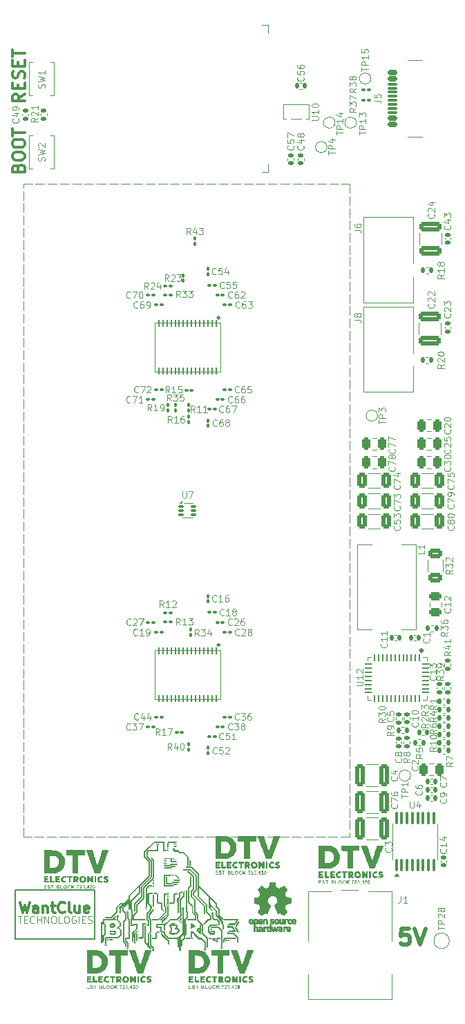
<source format=gbr>
%TF.GenerationSoftware,KiCad,Pcbnew,8.0.4*%
%TF.CreationDate,2024-11-04T21:15:06+01:00*%
%TF.ProjectId,BitForgeNano,42697446-6f72-4676-954e-616e6f2e6b69,rev?*%
%TF.SameCoordinates,Original*%
%TF.FileFunction,Legend,Top*%
%TF.FilePolarity,Positive*%
%FSLAX46Y46*%
G04 Gerber Fmt 4.6, Leading zero omitted, Abs format (unit mm)*
G04 Created by KiCad (PCBNEW 8.0.4) date 2024-11-04 21:15:06*
%MOMM*%
%LPD*%
G01*
G04 APERTURE LIST*
G04 Aperture macros list*
%AMRoundRect*
0 Rectangle with rounded corners*
0 $1 Rounding radius*
0 $2 $3 $4 $5 $6 $7 $8 $9 X,Y pos of 4 corners*
0 Add a 4 corners polygon primitive as box body*
4,1,4,$2,$3,$4,$5,$6,$7,$8,$9,$2,$3,0*
0 Add four circle primitives for the rounded corners*
1,1,$1+$1,$2,$3*
1,1,$1+$1,$4,$5*
1,1,$1+$1,$6,$7*
1,1,$1+$1,$8,$9*
0 Add four rect primitives between the rounded corners*
20,1,$1+$1,$2,$3,$4,$5,0*
20,1,$1+$1,$4,$5,$6,$7,0*
20,1,$1+$1,$6,$7,$8,$9,0*
20,1,$1+$1,$8,$9,$2,$3,0*%
G04 Aperture macros list end*
%ADD10C,0.000000*%
%ADD11C,0.500000*%
%ADD12C,0.300000*%
%ADD13C,0.125000*%
%ADD14C,0.100000*%
%ADD15C,0.200000*%
%ADD16C,0.252485*%
%ADD17C,0.120000*%
%ADD18RoundRect,0.100000X0.100000X-0.130000X0.100000X0.130000X-0.100000X0.130000X-0.100000X-0.130000X0*%
%ADD19RoundRect,0.100000X-0.130000X-0.100000X0.130000X-0.100000X0.130000X0.100000X-0.130000X0.100000X0*%
%ADD20RoundRect,0.100000X0.130000X0.100000X-0.130000X0.100000X-0.130000X-0.100000X0.130000X-0.100000X0*%
%ADD21RoundRect,0.055250X-0.055250X0.340750X-0.055250X-0.340750X0.055250X-0.340750X0.055250X0.340750X0*%
%ADD22RoundRect,0.085000X-0.265000X-0.085000X0.265000X-0.085000X0.265000X0.085000X-0.265000X0.085000X0*%
%ADD23RoundRect,0.140000X0.140000X0.170000X-0.140000X0.170000X-0.140000X-0.170000X0.140000X-0.170000X0*%
%ADD24C,1.000000*%
%ADD25RoundRect,0.250000X-0.625000X0.312500X-0.625000X-0.312500X0.625000X-0.312500X0.625000X0.312500X0*%
%ADD26RoundRect,0.250000X-0.475000X0.250000X-0.475000X-0.250000X0.475000X-0.250000X0.475000X0.250000X0*%
%ADD27C,3.200000*%
%ADD28RoundRect,0.135000X0.135000X0.185000X-0.135000X0.185000X-0.135000X-0.185000X0.135000X-0.185000X0*%
%ADD29RoundRect,0.250000X-0.250000X-0.475000X0.250000X-0.475000X0.250000X0.475000X-0.250000X0.475000X0*%
%ADD30RoundRect,0.140000X0.170000X-0.140000X0.170000X0.140000X-0.170000X0.140000X-0.170000X-0.140000X0*%
%ADD31RoundRect,0.140000X-0.170000X0.140000X-0.170000X-0.140000X0.170000X-0.140000X0.170000X0.140000X0*%
%ADD32R,0.558800X0.952500*%
%ADD33RoundRect,0.135000X-0.135000X-0.185000X0.135000X-0.185000X0.135000X0.185000X-0.135000X0.185000X0*%
%ADD34RoundRect,0.140000X-0.140000X-0.170000X0.140000X-0.170000X0.140000X0.170000X-0.140000X0.170000X0*%
%ADD35RoundRect,0.062500X-0.062500X0.337500X-0.062500X-0.337500X0.062500X-0.337500X0.062500X0.337500X0*%
%ADD36RoundRect,0.062500X-0.337500X0.062500X-0.337500X-0.062500X0.337500X-0.062500X0.337500X0.062500X0*%
%ADD37C,0.400000*%
%ADD38R,5.300000X3.300000*%
%ADD39RoundRect,0.135000X-0.185000X0.135000X-0.185000X-0.135000X0.185000X-0.135000X0.185000X0.135000X0*%
%ADD40RoundRect,0.135000X0.185000X-0.135000X0.185000X0.135000X-0.185000X0.135000X-0.185000X-0.135000X0*%
%ADD41RoundRect,0.250000X0.250000X0.475000X-0.250000X0.475000X-0.250000X-0.475000X0.250000X-0.475000X0*%
%ADD42R,1.524000X0.508000*%
%ADD43RoundRect,0.250000X-0.325000X-0.650000X0.325000X-0.650000X0.325000X0.650000X-0.325000X0.650000X0*%
%ADD44RoundRect,0.250000X0.325000X1.100000X-0.325000X1.100000X-0.325000X-1.100000X0.325000X-1.100000X0*%
%ADD45RoundRect,0.250000X0.325000X0.650000X-0.325000X0.650000X-0.325000X-0.650000X0.325000X-0.650000X0*%
%ADD46RoundRect,0.250000X1.100000X-0.325000X1.100000X0.325000X-1.100000X0.325000X-1.100000X-0.325000X0*%
%ADD47RoundRect,0.100000X0.100000X-0.637500X0.100000X0.637500X-0.100000X0.637500X-0.100000X-0.637500X0*%
%ADD48C,1.295400*%
%ADD49C,1.574800*%
%ADD50R,3.050000X2.000000*%
%ADD51R,0.900000X1.500000*%
%ADD52R,1.500000X0.900000*%
%ADD53R,0.900000X0.900000*%
%ADD54C,1.600000*%
%ADD55R,4.000000X2.000000*%
%ADD56O,2.000000X3.500000*%
%ADD57O,3.300000X2.000000*%
%ADD58C,0.650000*%
%ADD59RoundRect,0.150000X0.425000X-0.150000X0.425000X0.150000X-0.425000X0.150000X-0.425000X-0.150000X0*%
%ADD60RoundRect,0.075000X0.500000X-0.075000X0.500000X0.075000X-0.500000X0.075000X-0.500000X-0.075000X0*%
%ADD61O,2.100000X1.000000*%
%ADD62O,1.800000X1.000000*%
%ADD63C,1.500000*%
%ADD64C,3.400000*%
G04 APERTURE END LIST*
D10*
G36*
X86840196Y-154367857D02*
G01*
X86845031Y-154368364D01*
X86849828Y-154369158D01*
X86854571Y-154370239D01*
X86859246Y-154371604D01*
X86863837Y-154373251D01*
X86868330Y-154375179D01*
X86872708Y-154377386D01*
X86876956Y-154379870D01*
X86881060Y-154382631D01*
X86885003Y-154385665D01*
X86888771Y-154388971D01*
X86892349Y-154392549D01*
X86895721Y-154396395D01*
X86898872Y-154400508D01*
X86901786Y-154404887D01*
X86904449Y-154409530D01*
X86906844Y-154414435D01*
X86910076Y-154421760D01*
X86912813Y-154428503D01*
X86915040Y-154434729D01*
X86915958Y-154437671D01*
X86916742Y-154440508D01*
X86917390Y-154443251D01*
X86917900Y-154445908D01*
X86918271Y-154448486D01*
X86918500Y-154450995D01*
X86918585Y-154453443D01*
X86918524Y-154455838D01*
X86918315Y-154458189D01*
X86917957Y-154460505D01*
X86917447Y-154462793D01*
X86916782Y-154465063D01*
X86915962Y-154467323D01*
X86914983Y-154469581D01*
X86913845Y-154471846D01*
X86912544Y-154474126D01*
X86911080Y-154476429D01*
X86909449Y-154478765D01*
X86907650Y-154481142D01*
X86905681Y-154483568D01*
X86901223Y-154488601D01*
X86896060Y-154493932D01*
X86890176Y-154499630D01*
X86885334Y-154504601D01*
X86880528Y-154509100D01*
X86875749Y-154513133D01*
X86870989Y-154516704D01*
X86866240Y-154519819D01*
X86861494Y-154522485D01*
X86856742Y-154524705D01*
X86854361Y-154525650D01*
X86851976Y-154526485D01*
X86849586Y-154527213D01*
X86847189Y-154527832D01*
X86844785Y-154528344D01*
X86842372Y-154528750D01*
X86839950Y-154529050D01*
X86837517Y-154529245D01*
X86835073Y-154529335D01*
X86832616Y-154529322D01*
X86827661Y-154528986D01*
X86822643Y-154528244D01*
X86817555Y-154527100D01*
X86812388Y-154525560D01*
X86808114Y-154523989D01*
X86803975Y-154522069D01*
X86799979Y-154519818D01*
X86796132Y-154517254D01*
X86792439Y-154514398D01*
X86788907Y-154511268D01*
X86785542Y-154507882D01*
X86782350Y-154504261D01*
X86779337Y-154500422D01*
X86776509Y-154496386D01*
X86773872Y-154492170D01*
X86771433Y-154487795D01*
X86769197Y-154483278D01*
X86767170Y-154478639D01*
X86765360Y-154473897D01*
X86763771Y-154469071D01*
X86762410Y-154464180D01*
X86761283Y-154459243D01*
X86760396Y-154454278D01*
X86759756Y-154449306D01*
X86759367Y-154444344D01*
X86759238Y-154439412D01*
X86759372Y-154434530D01*
X86759778Y-154429714D01*
X86760459Y-154424986D01*
X86761424Y-154420363D01*
X86762678Y-154415866D01*
X86764227Y-154411512D01*
X86766077Y-154407321D01*
X86768234Y-154403311D01*
X86770704Y-154399503D01*
X86773494Y-154395914D01*
X86777068Y-154391904D01*
X86780832Y-154388206D01*
X86784772Y-154384821D01*
X86788872Y-154381744D01*
X86793117Y-154378976D01*
X86797492Y-154376514D01*
X86801982Y-154374357D01*
X86806571Y-154372502D01*
X86811245Y-154370949D01*
X86815987Y-154369695D01*
X86820782Y-154368738D01*
X86825617Y-154368078D01*
X86830474Y-154367712D01*
X86835339Y-154367639D01*
X86840196Y-154367857D01*
G37*
G36*
X90223925Y-156825847D02*
G01*
X90662869Y-157266643D01*
X90662869Y-158713120D01*
X92848327Y-160891170D01*
X92848327Y-161248622D01*
X93163181Y-161563476D01*
X93163181Y-162304309D01*
X93635462Y-162776591D01*
X94528167Y-162776591D01*
X94792118Y-162776801D01*
X94999638Y-162777575D01*
X95084407Y-162778241D01*
X95157673Y-162779130D01*
X95220304Y-162780269D01*
X95273168Y-162781684D01*
X95317133Y-162783403D01*
X95353067Y-162785454D01*
X95381840Y-162787862D01*
X95393811Y-162789209D01*
X95404318Y-162790655D01*
X95413468Y-162792205D01*
X95421370Y-162793861D01*
X95428133Y-162795627D01*
X95433864Y-162797507D01*
X95438674Y-162799503D01*
X95442669Y-162801619D01*
X95445959Y-162803858D01*
X95448652Y-162806225D01*
X95451732Y-162809149D01*
X95454711Y-162812341D01*
X95457576Y-162815767D01*
X95460314Y-162819391D01*
X95462911Y-162823178D01*
X95465353Y-162827092D01*
X95467627Y-162831098D01*
X95469720Y-162835162D01*
X95471616Y-162839247D01*
X95473305Y-162843319D01*
X95474770Y-162847342D01*
X95476000Y-162851281D01*
X95476980Y-162855101D01*
X95477696Y-162858765D01*
X95478136Y-162862240D01*
X95478286Y-162865490D01*
X95474595Y-162878508D01*
X95464124Y-162902608D01*
X95426456Y-162977686D01*
X95372511Y-163077984D01*
X95309515Y-163190762D01*
X95244695Y-163303280D01*
X95185280Y-163402797D01*
X95138497Y-163476573D01*
X95122101Y-163499827D01*
X95111573Y-163511868D01*
X95106345Y-163515190D01*
X95098916Y-163518220D01*
X95089170Y-163520967D01*
X95076991Y-163523443D01*
X95044865Y-163527625D01*
X95001606Y-163530852D01*
X94946278Y-163533210D01*
X94877950Y-163534787D01*
X94698559Y-163535945D01*
X94626135Y-163535841D01*
X94562021Y-163535460D01*
X94505716Y-163534700D01*
X94456717Y-163533456D01*
X94434800Y-163532621D01*
X94414522Y-163531627D01*
X94395819Y-163530460D01*
X94378629Y-163529108D01*
X94362889Y-163527558D01*
X94348537Y-163525797D01*
X94335509Y-163523813D01*
X94323743Y-163521591D01*
X94313176Y-163519120D01*
X94303746Y-163516387D01*
X94295389Y-163513378D01*
X94288043Y-163510081D01*
X94281646Y-163506483D01*
X94278783Y-163504566D01*
X94276133Y-163502570D01*
X94273690Y-163500492D01*
X94271444Y-163498331D01*
X94269388Y-163496085D01*
X94267515Y-163493752D01*
X94265815Y-163491331D01*
X94264283Y-163488820D01*
X94261685Y-163483523D01*
X94259659Y-163477847D01*
X94258142Y-163471780D01*
X94257072Y-163465309D01*
X94256385Y-163458420D01*
X94256018Y-163451102D01*
X94255910Y-163443340D01*
X94256416Y-163428566D01*
X94258222Y-163415433D01*
X94261758Y-163403846D01*
X94267457Y-163393710D01*
X94275749Y-163384931D01*
X94287067Y-163377414D01*
X94301841Y-163371063D01*
X94320502Y-163365784D01*
X94343483Y-163361482D01*
X94371214Y-163358061D01*
X94404127Y-163355427D01*
X94442653Y-163353485D01*
X94538271Y-163351297D01*
X94661517Y-163350736D01*
X95007857Y-163350736D01*
X95122685Y-163150711D01*
X95237515Y-162952538D01*
X94396670Y-162943278D01*
X94068995Y-162938821D01*
X93799141Y-162934017D01*
X93615061Y-162929213D01*
X93563923Y-162926920D01*
X93550108Y-162925819D01*
X93544711Y-162924757D01*
X93520576Y-162899870D01*
X93459978Y-162839561D01*
X93266899Y-162648797D01*
X92996494Y-162382096D01*
X92996494Y-161615334D01*
X92829807Y-161456055D01*
X92663119Y-161294924D01*
X92663119Y-160915247D01*
X92048227Y-160304060D01*
X92059340Y-160646695D01*
X92072305Y-160989330D01*
X92472354Y-161389380D01*
X92628074Y-161546836D01*
X92758270Y-161679463D01*
X92849225Y-161773543D01*
X92875701Y-161801841D01*
X92883438Y-161810555D01*
X92887222Y-161815359D01*
X92888935Y-161819565D01*
X92890597Y-161826522D01*
X92893733Y-161848060D01*
X92896565Y-161878713D01*
X92899028Y-161917224D01*
X92901058Y-161962332D01*
X92902588Y-162012780D01*
X92903554Y-162067308D01*
X92903890Y-162124657D01*
X92903890Y-162409878D01*
X93246525Y-162745105D01*
X93591013Y-163082184D01*
X93589161Y-163209978D01*
X93589253Y-163229189D01*
X93589555Y-163246643D01*
X93590101Y-163262491D01*
X93590926Y-163276884D01*
X93592066Y-163289976D01*
X93593556Y-163301917D01*
X93595431Y-163312859D01*
X93596524Y-163318004D01*
X93597727Y-163322955D01*
X93599043Y-163327733D01*
X93600478Y-163332357D01*
X93602036Y-163336845D01*
X93603721Y-163341216D01*
X93605537Y-163345489D01*
X93607489Y-163349684D01*
X93611820Y-163357914D01*
X93616747Y-163366056D01*
X93622306Y-163374264D01*
X93628533Y-163382689D01*
X93635462Y-163391482D01*
X93650214Y-163410108D01*
X93656242Y-163419021D01*
X93661450Y-163428322D01*
X93665898Y-163438502D01*
X93669647Y-163450051D01*
X93672755Y-163463462D01*
X93675282Y-163479225D01*
X93677289Y-163497831D01*
X93678834Y-163519772D01*
X93680780Y-163575620D01*
X93681598Y-163650698D01*
X93681764Y-163748935D01*
X93681696Y-163793597D01*
X93681478Y-163833978D01*
X93681093Y-163870312D01*
X93680520Y-163902831D01*
X93679741Y-163931769D01*
X93678737Y-163957359D01*
X93677488Y-163979835D01*
X93675977Y-163999429D01*
X93674183Y-164016375D01*
X93672088Y-164030907D01*
X93670922Y-164037340D01*
X93669673Y-164043257D01*
X93668340Y-164048687D01*
X93666919Y-164053660D01*
X93665409Y-164058203D01*
X93663807Y-164062348D01*
X93662111Y-164066121D01*
X93660318Y-164069554D01*
X93658426Y-164072675D01*
X93656432Y-164075513D01*
X93654335Y-164078097D01*
X93652131Y-164080456D01*
X93648670Y-164083820D01*
X93645228Y-164086968D01*
X93641805Y-164089898D01*
X93638400Y-164092611D01*
X93635011Y-164095107D01*
X93631638Y-164097386D01*
X93628277Y-164099448D01*
X93624929Y-164101293D01*
X93621592Y-164102920D01*
X93618265Y-164104331D01*
X93614945Y-164105525D01*
X93611632Y-164106502D01*
X93608325Y-164107261D01*
X93605022Y-164107804D01*
X93601721Y-164108129D01*
X93598422Y-164108238D01*
X93595122Y-164108129D01*
X93591822Y-164107804D01*
X93588519Y-164107261D01*
X93585211Y-164106502D01*
X93581898Y-164105525D01*
X93578579Y-164104331D01*
X93575251Y-164102920D01*
X93571914Y-164101293D01*
X93568566Y-164099448D01*
X93565205Y-164097386D01*
X93561832Y-164095107D01*
X93558443Y-164092611D01*
X93555038Y-164089898D01*
X93551615Y-164086968D01*
X93548173Y-164083820D01*
X93544711Y-164080456D01*
X93540411Y-164075560D01*
X93536525Y-164069764D01*
X93533036Y-164062860D01*
X93529923Y-164054644D01*
X93527169Y-164044908D01*
X93524754Y-164033446D01*
X93522659Y-164020053D01*
X93520865Y-164004522D01*
X93518105Y-163966222D01*
X93516322Y-163916896D01*
X93515363Y-163854894D01*
X93515077Y-163778568D01*
X93515077Y-163504459D01*
X93459515Y-163456305D01*
X93450345Y-163447981D01*
X93442239Y-163440237D01*
X93435131Y-163432873D01*
X93428956Y-163425688D01*
X93423649Y-163418482D01*
X93419145Y-163411052D01*
X93415380Y-163403200D01*
X93412287Y-163394724D01*
X93409801Y-163385423D01*
X93407859Y-163375096D01*
X93406394Y-163363543D01*
X93405341Y-163350563D01*
X93404635Y-163335955D01*
X93404212Y-163319519D01*
X93403952Y-163280358D01*
X93403952Y-163154414D01*
X93263194Y-163017361D01*
X93192468Y-162946432D01*
X93104378Y-162855536D01*
X93010038Y-162756652D01*
X92920559Y-162661761D01*
X92718681Y-162445067D01*
X92718681Y-161859809D01*
X92070453Y-161211580D01*
X92070453Y-161413457D01*
X92218619Y-161565328D01*
X92248383Y-161596206D01*
X92276150Y-161625868D01*
X92301312Y-161653620D01*
X92323262Y-161678768D01*
X92332842Y-161690148D01*
X92341392Y-161700617D01*
X92348834Y-161710087D01*
X92355094Y-161718472D01*
X92360095Y-161725685D01*
X92363761Y-161731639D01*
X92366016Y-161736248D01*
X92366591Y-161738020D01*
X92366785Y-161739424D01*
X92366630Y-161742297D01*
X92366176Y-161745347D01*
X92365436Y-161748558D01*
X92364427Y-161751911D01*
X92363162Y-161755389D01*
X92361658Y-161758974D01*
X92357988Y-161766395D01*
X92353537Y-161774033D01*
X92348424Y-161781747D01*
X92342768Y-161789396D01*
X92336689Y-161796838D01*
X92330307Y-161803934D01*
X92323739Y-161810541D01*
X92317107Y-161816518D01*
X92310529Y-161821726D01*
X92307298Y-161823996D01*
X92304125Y-161826021D01*
X92301025Y-161827783D01*
X92298013Y-161829264D01*
X92295104Y-161830447D01*
X92292314Y-161831313D01*
X92289656Y-161831846D01*
X92287146Y-161832028D01*
X92284430Y-161831046D01*
X92279825Y-161828164D01*
X92265384Y-161817095D01*
X92244693Y-161799602D01*
X92218620Y-161776465D01*
X92188031Y-161748467D01*
X92153797Y-161716388D01*
X92116784Y-161681011D01*
X92077861Y-161643115D01*
X91885244Y-161454203D01*
X91885244Y-160155893D01*
X90662869Y-158933518D01*
X90662869Y-160007726D01*
X91159227Y-160502232D01*
X91653734Y-160998591D01*
X91659289Y-161448646D01*
X91664846Y-161900555D01*
X91913025Y-162146882D01*
X92163056Y-162393209D01*
X92163056Y-162667317D01*
X92162741Y-162777810D01*
X92161896Y-162822395D01*
X92160191Y-162860542D01*
X92158922Y-162877358D01*
X92157325Y-162892753D01*
X92155362Y-162906790D01*
X92152997Y-162919530D01*
X92150190Y-162931038D01*
X92146905Y-162941375D01*
X92143103Y-162950604D01*
X92138748Y-162958789D01*
X92133801Y-162965992D01*
X92128226Y-162972275D01*
X92121983Y-162977702D01*
X92115036Y-162982334D01*
X92107348Y-162986236D01*
X92098879Y-162989469D01*
X92089593Y-162992097D01*
X92079453Y-162994181D01*
X92068420Y-162995785D01*
X92056456Y-162996972D01*
X92029588Y-162998345D01*
X91998547Y-162998800D01*
X91963032Y-162998840D01*
X91822274Y-162998840D01*
X91570390Y-163248872D01*
X91512086Y-163305878D01*
X91485085Y-163331780D01*
X91459555Y-163355917D01*
X91435522Y-163378262D01*
X91413014Y-163398793D01*
X91392058Y-163417484D01*
X91372680Y-163434312D01*
X91354909Y-163449251D01*
X91338771Y-163462277D01*
X91324294Y-163473367D01*
X91311503Y-163482495D01*
X91300428Y-163489637D01*
X91291094Y-163494768D01*
X91287089Y-163496572D01*
X91283529Y-163497865D01*
X91280419Y-163498643D01*
X91277760Y-163498903D01*
X91273410Y-163498769D01*
X91269049Y-163498372D01*
X91264685Y-163497723D01*
X91260329Y-163496830D01*
X91255990Y-163495702D01*
X91251679Y-163494349D01*
X91247405Y-163492779D01*
X91243179Y-163491003D01*
X91239009Y-163489028D01*
X91234906Y-163486864D01*
X91230880Y-163484520D01*
X91226941Y-163482006D01*
X91223097Y-163479331D01*
X91219360Y-163476503D01*
X91215739Y-163473532D01*
X91212243Y-163470427D01*
X91208884Y-163467198D01*
X91205669Y-163463852D01*
X91202610Y-163460401D01*
X91199717Y-163456851D01*
X91196998Y-163453214D01*
X91194464Y-163449498D01*
X91192125Y-163445712D01*
X91189990Y-163441865D01*
X91188069Y-163437966D01*
X91186373Y-163434026D01*
X91184910Y-163430052D01*
X91183692Y-163426054D01*
X91182727Y-163422041D01*
X91182026Y-163418022D01*
X91181598Y-163414006D01*
X91181453Y-163410004D01*
X91182926Y-163405450D01*
X91187248Y-163398149D01*
X91194272Y-163388260D01*
X91203851Y-163375942D01*
X91230092Y-163344663D01*
X91264796Y-163305592D01*
X91306794Y-163260009D01*
X91354911Y-163209197D01*
X91407978Y-163154434D01*
X91464821Y-163097001D01*
X91748190Y-162813632D01*
X91996369Y-162813632D01*
X91996369Y-162454328D01*
X91748190Y-162202445D01*
X91501863Y-161952413D01*
X91490750Y-161498653D01*
X91477785Y-161046745D01*
X90986983Y-160554090D01*
X90496181Y-160063289D01*
X90496181Y-157322205D01*
X89727567Y-156553591D01*
X89416417Y-156553591D01*
X89350712Y-156553251D01*
X89289086Y-156552260D01*
X89232670Y-156550661D01*
X89182592Y-156548497D01*
X89139980Y-156545813D01*
X89105962Y-156542652D01*
X89092529Y-156540906D01*
X89081668Y-156539056D01*
X89073520Y-156537109D01*
X89068226Y-156535070D01*
X89064672Y-156532848D01*
X89061305Y-156530359D01*
X89058125Y-156527620D01*
X89055135Y-156524645D01*
X89052336Y-156521450D01*
X89049730Y-156518051D01*
X89047318Y-156514464D01*
X89045103Y-156510703D01*
X89043087Y-156506786D01*
X89041269Y-156502726D01*
X89039654Y-156498541D01*
X89038241Y-156494244D01*
X89037033Y-156489853D01*
X89036032Y-156485383D01*
X89035239Y-156480849D01*
X89034656Y-156476266D01*
X89034285Y-156471651D01*
X89034127Y-156467019D01*
X89034184Y-156462386D01*
X89034458Y-156457767D01*
X89034950Y-156453178D01*
X89035662Y-156448634D01*
X89036596Y-156444152D01*
X89037753Y-156439746D01*
X89039136Y-156435432D01*
X89040745Y-156431226D01*
X89042583Y-156427143D01*
X89044652Y-156423200D01*
X89046952Y-156419411D01*
X89049486Y-156415792D01*
X89052255Y-156412360D01*
X89055262Y-156409128D01*
X89059179Y-156406437D01*
X89065415Y-156403919D01*
X89085097Y-156399405D01*
X89114806Y-156395585D01*
X89155042Y-156392459D01*
X89206303Y-156390029D01*
X89269089Y-156388292D01*
X89343900Y-156387251D01*
X89431234Y-156386903D01*
X89783130Y-156386903D01*
X90223925Y-156825847D01*
G37*
G36*
X86098141Y-164563930D02*
G01*
X86129071Y-164590413D01*
X86233265Y-164685596D01*
X86543836Y-164980338D01*
X86862742Y-165291401D01*
X86977354Y-165406987D01*
X87036490Y-165471372D01*
X87037877Y-165474131D01*
X87039254Y-165478860D01*
X87041931Y-165493771D01*
X87044434Y-165515192D01*
X87046677Y-165542214D01*
X87048572Y-165573924D01*
X87050034Y-165609410D01*
X87050974Y-165647761D01*
X87051307Y-165688066D01*
X87051101Y-165725425D01*
X87050442Y-165759136D01*
X87049268Y-165789368D01*
X87048468Y-165803233D01*
X87047516Y-165816293D01*
X87046404Y-165828569D01*
X87045124Y-165840082D01*
X87043668Y-165850854D01*
X87042028Y-165860906D01*
X87040198Y-165870259D01*
X87038168Y-165878935D01*
X87035932Y-165886955D01*
X87033481Y-165894341D01*
X87030807Y-165901114D01*
X87027903Y-165907294D01*
X87024761Y-165912905D01*
X87021373Y-165917966D01*
X87017732Y-165922500D01*
X87013829Y-165926527D01*
X87009657Y-165930069D01*
X87005207Y-165933148D01*
X87000473Y-165935785D01*
X86995446Y-165938000D01*
X86990119Y-165939817D01*
X86984483Y-165941255D01*
X86978532Y-165942336D01*
X86972256Y-165943082D01*
X86965649Y-165943514D01*
X86958702Y-165943653D01*
X86945759Y-165943068D01*
X86933985Y-165941229D01*
X86923334Y-165938013D01*
X86918416Y-165935848D01*
X86913761Y-165933293D01*
X86909363Y-165930330D01*
X86905218Y-165926945D01*
X86901318Y-165923122D01*
X86897660Y-165918845D01*
X86891040Y-165908867D01*
X86885314Y-165896888D01*
X86880433Y-165882781D01*
X86876354Y-165866422D01*
X86873028Y-165847687D01*
X86870410Y-165826451D01*
X86868455Y-165802588D01*
X86867115Y-165775975D01*
X86866345Y-165746485D01*
X86866098Y-165713995D01*
X86866098Y-165543602D01*
X86764234Y-165443590D01*
X86750423Y-165430259D01*
X86737437Y-165418030D01*
X86725232Y-165406875D01*
X86713765Y-165396767D01*
X86702992Y-165387680D01*
X86692871Y-165379585D01*
X86683357Y-165372456D01*
X86674408Y-165366266D01*
X86665980Y-165360987D01*
X86658029Y-165356593D01*
X86654219Y-165354719D01*
X86650512Y-165353056D01*
X86646903Y-165351601D01*
X86643386Y-165350350D01*
X86639955Y-165349299D01*
X86636607Y-165348446D01*
X86633334Y-165347787D01*
X86630132Y-165347318D01*
X86626994Y-165347037D01*
X86623917Y-165346939D01*
X86620894Y-165347022D01*
X86617919Y-165347282D01*
X86612560Y-165347804D01*
X86607253Y-165347988D01*
X86602008Y-165347844D01*
X86596834Y-165347380D01*
X86591740Y-165346604D01*
X86586735Y-165345528D01*
X86581828Y-165344159D01*
X86577029Y-165342507D01*
X86572346Y-165340581D01*
X86567790Y-165338390D01*
X86563368Y-165335943D01*
X86559090Y-165333250D01*
X86554966Y-165330320D01*
X86551004Y-165327161D01*
X86547214Y-165323783D01*
X86543605Y-165320195D01*
X86540185Y-165316407D01*
X86536965Y-165312426D01*
X86533952Y-165308264D01*
X86531157Y-165303928D01*
X86528589Y-165299428D01*
X86526256Y-165294773D01*
X86524168Y-165289972D01*
X86522335Y-165285035D01*
X86520764Y-165279970D01*
X86519466Y-165274786D01*
X86518449Y-165269494D01*
X86517722Y-165264101D01*
X86517296Y-165258618D01*
X86517178Y-165253053D01*
X86517379Y-165247415D01*
X86517907Y-165241714D01*
X86518809Y-165234153D01*
X86519394Y-165227414D01*
X86519604Y-165221452D01*
X86519551Y-165218747D01*
X86519383Y-165216218D01*
X86519093Y-165213861D01*
X86518673Y-165211669D01*
X86518118Y-165209636D01*
X86517419Y-165207757D01*
X86516569Y-165206026D01*
X86515561Y-165204437D01*
X86514389Y-165202984D01*
X86513045Y-165201662D01*
X86511522Y-165200465D01*
X86509813Y-165199386D01*
X86507910Y-165198421D01*
X86505807Y-165197564D01*
X86503496Y-165196808D01*
X86500971Y-165196148D01*
X86498224Y-165195578D01*
X86495248Y-165195093D01*
X86488581Y-165194353D01*
X86480912Y-165193881D01*
X86472186Y-165193632D01*
X86462345Y-165193559D01*
X86449951Y-165193168D01*
X86444094Y-165192679D01*
X86438463Y-165191993D01*
X86433057Y-165191111D01*
X86427876Y-165190031D01*
X86422918Y-165188754D01*
X86418184Y-165187280D01*
X86413672Y-165185607D01*
X86409382Y-165183736D01*
X86405313Y-165181666D01*
X86401464Y-165179397D01*
X86397836Y-165176929D01*
X86394426Y-165174261D01*
X86391235Y-165171393D01*
X86388261Y-165168325D01*
X86385504Y-165165055D01*
X86382964Y-165161585D01*
X86380640Y-165157913D01*
X86378530Y-165154040D01*
X86376635Y-165149964D01*
X86374954Y-165145686D01*
X86373485Y-165141205D01*
X86372229Y-165136521D01*
X86371184Y-165131633D01*
X86370351Y-165126542D01*
X86369727Y-165121246D01*
X86369313Y-165115746D01*
X86369109Y-165110041D01*
X86369112Y-165104131D01*
X86369741Y-165091694D01*
X86370643Y-165084461D01*
X86371234Y-165078017D01*
X86371462Y-165072328D01*
X86371423Y-165069755D01*
X86371274Y-165067357D01*
X86371008Y-165065130D01*
X86370620Y-165063070D01*
X86370102Y-165061172D01*
X86369447Y-165059432D01*
X86368651Y-165057844D01*
X86367705Y-165056406D01*
X86366604Y-165055112D01*
X86365342Y-165053959D01*
X86363911Y-165052940D01*
X86362305Y-165052054D01*
X86360519Y-165051294D01*
X86358545Y-165050656D01*
X86356376Y-165050136D01*
X86354008Y-165049730D01*
X86351432Y-165049434D01*
X86348644Y-165049242D01*
X86342401Y-165049154D01*
X86335227Y-165049433D01*
X86327071Y-165050043D01*
X86317881Y-165050949D01*
X86310850Y-165051487D01*
X86303997Y-165051715D01*
X86297326Y-165051636D01*
X86290842Y-165051256D01*
X86284549Y-165050580D01*
X86278452Y-165049610D01*
X86272555Y-165048352D01*
X86266863Y-165046811D01*
X86261379Y-165044990D01*
X86256109Y-165042894D01*
X86251056Y-165040527D01*
X86246226Y-165037894D01*
X86241622Y-165034999D01*
X86237249Y-165031847D01*
X86233111Y-165028442D01*
X86229214Y-165024788D01*
X86225560Y-165020890D01*
X86222155Y-165016753D01*
X86219003Y-165012380D01*
X86216108Y-165007776D01*
X86213475Y-165002945D01*
X86211108Y-164997893D01*
X86209012Y-164992622D01*
X86207191Y-164987139D01*
X86205649Y-164981446D01*
X86204392Y-164975549D01*
X86203422Y-164969452D01*
X86202745Y-164963160D01*
X86202365Y-164956676D01*
X86202287Y-164950005D01*
X86202515Y-164943151D01*
X86203053Y-164936120D01*
X86203978Y-164926931D01*
X86204641Y-164918775D01*
X86204994Y-164911601D01*
X86204992Y-164905358D01*
X86204843Y-164902569D01*
X86204588Y-164899994D01*
X86204221Y-164897625D01*
X86203736Y-164895457D01*
X86203128Y-164893483D01*
X86202391Y-164891696D01*
X86201519Y-164890091D01*
X86200506Y-164888660D01*
X86199347Y-164887397D01*
X86198035Y-164886296D01*
X86196565Y-164885351D01*
X86194932Y-164884554D01*
X86193129Y-164883900D01*
X86191150Y-164883382D01*
X86188991Y-164882993D01*
X86186644Y-164882727D01*
X86184105Y-164882578D01*
X86181368Y-164882540D01*
X86175275Y-164882767D01*
X86168319Y-164883358D01*
X86160455Y-164884261D01*
X86154916Y-164884789D01*
X86149421Y-164884990D01*
X86143978Y-164884875D01*
X86138599Y-164884453D01*
X86133292Y-164883733D01*
X86128069Y-164882727D01*
X86122940Y-164881443D01*
X86117915Y-164879891D01*
X86113003Y-164878082D01*
X86108216Y-164876025D01*
X86103563Y-164873730D01*
X86099054Y-164871206D01*
X86094700Y-164868464D01*
X86090511Y-164865514D01*
X86086496Y-164862365D01*
X86082667Y-164859027D01*
X86079034Y-164855510D01*
X86075605Y-164851823D01*
X86072393Y-164847978D01*
X86069406Y-164843982D01*
X86066656Y-164839847D01*
X86064151Y-164835582D01*
X86061903Y-164831197D01*
X86059922Y-164826702D01*
X86058217Y-164822107D01*
X86056799Y-164817421D01*
X86055678Y-164812654D01*
X86054865Y-164807816D01*
X86054368Y-164802917D01*
X86054200Y-164797967D01*
X86054369Y-164792976D01*
X86054886Y-164787953D01*
X86055083Y-164783619D01*
X86054984Y-164778975D01*
X86054597Y-164774059D01*
X86053931Y-164768911D01*
X86052994Y-164763567D01*
X86051793Y-164758066D01*
X86050338Y-164752445D01*
X86048636Y-164746744D01*
X86046694Y-164740998D01*
X86044523Y-164735248D01*
X86042128Y-164729530D01*
X86039520Y-164723882D01*
X86036705Y-164718343D01*
X86033692Y-164712951D01*
X86030490Y-164707743D01*
X86027105Y-164702757D01*
X86020268Y-164692677D01*
X86014339Y-164683231D01*
X86011715Y-164678727D01*
X86009317Y-164674360D01*
X86007145Y-164670122D01*
X86005198Y-164666005D01*
X86003477Y-164662002D01*
X86001980Y-164658106D01*
X86000708Y-164654309D01*
X85999660Y-164650603D01*
X85998836Y-164646981D01*
X85998235Y-164643436D01*
X85997858Y-164639960D01*
X85997703Y-164636546D01*
X85997771Y-164633186D01*
X85998060Y-164629873D01*
X85998572Y-164626599D01*
X85999305Y-164623357D01*
X86000260Y-164620139D01*
X86001435Y-164616939D01*
X86002830Y-164613748D01*
X86004446Y-164610559D01*
X86006281Y-164607364D01*
X86008336Y-164604157D01*
X86010609Y-164600929D01*
X86013102Y-164597674D01*
X86015813Y-164594383D01*
X86018742Y-164591049D01*
X86025253Y-164584224D01*
X86028177Y-164581144D01*
X86031370Y-164578165D01*
X86034796Y-164575300D01*
X86038420Y-164572562D01*
X86042207Y-164569965D01*
X86046121Y-164567523D01*
X86050128Y-164565249D01*
X86054192Y-164563156D01*
X86058277Y-164561260D01*
X86062349Y-164559572D01*
X86066372Y-164558106D01*
X86070310Y-164556877D01*
X86074130Y-164555897D01*
X86077795Y-164555180D01*
X86081270Y-164554740D01*
X86084520Y-164554590D01*
X86098141Y-164563930D01*
G37*
G36*
X86856952Y-160967303D02*
G01*
X86864221Y-160967857D01*
X86871385Y-160968768D01*
X86878435Y-160970028D01*
X86885362Y-160971629D01*
X86892157Y-160973560D01*
X86898810Y-160975813D01*
X86905312Y-160978379D01*
X86911656Y-160981248D01*
X86917831Y-160984413D01*
X86923828Y-160987863D01*
X86929639Y-160991590D01*
X86935255Y-160995584D01*
X86940666Y-160999837D01*
X86945864Y-161004340D01*
X86950839Y-161009083D01*
X86955582Y-161014059D01*
X86960085Y-161019256D01*
X86964338Y-161024667D01*
X86968333Y-161030283D01*
X86972060Y-161036094D01*
X86975510Y-161042091D01*
X86978674Y-161048266D01*
X86981544Y-161054610D01*
X86984110Y-161061113D01*
X86986363Y-161067766D01*
X86988294Y-161074560D01*
X86989894Y-161081487D01*
X86991154Y-161088537D01*
X86992066Y-161095701D01*
X86992619Y-161102970D01*
X86992806Y-161110336D01*
X86992619Y-161117700D01*
X86992066Y-161124968D01*
X86991154Y-161132130D01*
X86989894Y-161139179D01*
X86988294Y-161146104D01*
X86986363Y-161152897D01*
X86984110Y-161159549D01*
X86981544Y-161166051D01*
X86978674Y-161172393D01*
X86975510Y-161178567D01*
X86972060Y-161184564D01*
X86968333Y-161190374D01*
X86964338Y-161195989D01*
X86960085Y-161201400D01*
X86955582Y-161206597D01*
X86950839Y-161211571D01*
X86945864Y-161216314D01*
X86940666Y-161220817D01*
X86935255Y-161225070D01*
X86929639Y-161229064D01*
X86923828Y-161232790D01*
X86917831Y-161236240D01*
X86911656Y-161239404D01*
X86905312Y-161242274D01*
X86898810Y-161244840D01*
X86892157Y-161247092D01*
X86885362Y-161249024D01*
X86878435Y-161250624D01*
X86871385Y-161251884D01*
X86864221Y-161252796D01*
X86856952Y-161253349D01*
X86849586Y-161253535D01*
X86842220Y-161253349D01*
X86834951Y-161252796D01*
X86827787Y-161251884D01*
X86820737Y-161250624D01*
X86813810Y-161249024D01*
X86807016Y-161247092D01*
X86800363Y-161244840D01*
X86793860Y-161242274D01*
X86787517Y-161239404D01*
X86781342Y-161236240D01*
X86775344Y-161232790D01*
X86769533Y-161229064D01*
X86763917Y-161225070D01*
X86758506Y-161220817D01*
X86753309Y-161216314D01*
X86748334Y-161211571D01*
X86743590Y-161206597D01*
X86739087Y-161201400D01*
X86734834Y-161195989D01*
X86730840Y-161190374D01*
X86727113Y-161184564D01*
X86723663Y-161178567D01*
X86720498Y-161172393D01*
X86717629Y-161166051D01*
X86715063Y-161159549D01*
X86712810Y-161152897D01*
X86710879Y-161146104D01*
X86709278Y-161139179D01*
X86708018Y-161132130D01*
X86707107Y-161124968D01*
X86706553Y-161117700D01*
X86706367Y-161110336D01*
X86777986Y-161110336D01*
X86778080Y-161114017D01*
X86778356Y-161117650D01*
X86778812Y-161121231D01*
X86779442Y-161124754D01*
X86780242Y-161128217D01*
X86781207Y-161131613D01*
X86782333Y-161134938D01*
X86783616Y-161138189D01*
X86785050Y-161141360D01*
X86786632Y-161144447D01*
X86788357Y-161147445D01*
X86790220Y-161150351D01*
X86792217Y-161153158D01*
X86794343Y-161155864D01*
X86796594Y-161158462D01*
X86798965Y-161160950D01*
X86801452Y-161163322D01*
X86804050Y-161165573D01*
X86806755Y-161167700D01*
X86809563Y-161169697D01*
X86812468Y-161171561D01*
X86815466Y-161173286D01*
X86818553Y-161174869D01*
X86821725Y-161176304D01*
X86824976Y-161177587D01*
X86828302Y-161178714D01*
X86831699Y-161179679D01*
X86835162Y-161180480D01*
X86838687Y-161181110D01*
X86842269Y-161181566D01*
X86845903Y-161181843D01*
X86849586Y-161181936D01*
X86853269Y-161181843D01*
X86856904Y-161181566D01*
X86860486Y-161181110D01*
X86864011Y-161180480D01*
X86867475Y-161179679D01*
X86870872Y-161178714D01*
X86874199Y-161177587D01*
X86877451Y-161176304D01*
X86880623Y-161174869D01*
X86883711Y-161173286D01*
X86886710Y-161171561D01*
X86889616Y-161169697D01*
X86892424Y-161167700D01*
X86895131Y-161165573D01*
X86897730Y-161163322D01*
X86900218Y-161160950D01*
X86902590Y-161158462D01*
X86904842Y-161155864D01*
X86906969Y-161153158D01*
X86908967Y-161150351D01*
X86910831Y-161147445D01*
X86912556Y-161144447D01*
X86914139Y-161141360D01*
X86915574Y-161138189D01*
X86916857Y-161134938D01*
X86917984Y-161131613D01*
X86918950Y-161128217D01*
X86919750Y-161124754D01*
X86920381Y-161121231D01*
X86920837Y-161117650D01*
X86921114Y-161114017D01*
X86921207Y-161110336D01*
X86921114Y-161106653D01*
X86920837Y-161103018D01*
X86920381Y-161099436D01*
X86919750Y-161095911D01*
X86918950Y-161092447D01*
X86917984Y-161089050D01*
X86916857Y-161085723D01*
X86915574Y-161082471D01*
X86914139Y-161079299D01*
X86912556Y-161076211D01*
X86910831Y-161073212D01*
X86908967Y-161070306D01*
X86906969Y-161067498D01*
X86904842Y-161064792D01*
X86902590Y-161062193D01*
X86900218Y-161059705D01*
X86897730Y-161057333D01*
X86895131Y-161055081D01*
X86892424Y-161052954D01*
X86889616Y-161050956D01*
X86886710Y-161049092D01*
X86883711Y-161047367D01*
X86880623Y-161045784D01*
X86877451Y-161044349D01*
X86874199Y-161043066D01*
X86870872Y-161041939D01*
X86867475Y-161040973D01*
X86864011Y-161040172D01*
X86860486Y-161039542D01*
X86856904Y-161039086D01*
X86853269Y-161038809D01*
X86849586Y-161038716D01*
X86845903Y-161038809D01*
X86842269Y-161039086D01*
X86838687Y-161039542D01*
X86835162Y-161040172D01*
X86831699Y-161040973D01*
X86828302Y-161041939D01*
X86824976Y-161043066D01*
X86821725Y-161044349D01*
X86818553Y-161045784D01*
X86815466Y-161047367D01*
X86812468Y-161049092D01*
X86809563Y-161050956D01*
X86806755Y-161052954D01*
X86804050Y-161055081D01*
X86801452Y-161057333D01*
X86798965Y-161059705D01*
X86796594Y-161062193D01*
X86794343Y-161064792D01*
X86792217Y-161067498D01*
X86790220Y-161070306D01*
X86788357Y-161073212D01*
X86786632Y-161076211D01*
X86785050Y-161079299D01*
X86783616Y-161082471D01*
X86782333Y-161085723D01*
X86781207Y-161089050D01*
X86780242Y-161092447D01*
X86779442Y-161095911D01*
X86778812Y-161099436D01*
X86778356Y-161103018D01*
X86778080Y-161106653D01*
X86777986Y-161110336D01*
X86706367Y-161110336D01*
X86706553Y-161102970D01*
X86707107Y-161095701D01*
X86708018Y-161088537D01*
X86709278Y-161081487D01*
X86710879Y-161074560D01*
X86712810Y-161067766D01*
X86715063Y-161061113D01*
X86717629Y-161054610D01*
X86720498Y-161048266D01*
X86723663Y-161042091D01*
X86727113Y-161036094D01*
X86730840Y-161030283D01*
X86734834Y-161024667D01*
X86739087Y-161019256D01*
X86743590Y-161014059D01*
X86748334Y-161009083D01*
X86753309Y-161004340D01*
X86758506Y-160999837D01*
X86763917Y-160995584D01*
X86769533Y-160991590D01*
X86775344Y-160987863D01*
X86781342Y-160984413D01*
X86787517Y-160981248D01*
X86793860Y-160978379D01*
X86800363Y-160975813D01*
X86807016Y-160973560D01*
X86813810Y-160971629D01*
X86820737Y-160970028D01*
X86827787Y-160968768D01*
X86834951Y-160967857D01*
X86842220Y-160967303D01*
X86849586Y-160967117D01*
X86856952Y-160967303D01*
G37*
G36*
X92415855Y-165110810D02*
G01*
X92426950Y-165112628D01*
X92432154Y-165114012D01*
X92437133Y-165115722D01*
X92441889Y-165117762D01*
X92446426Y-165120141D01*
X92450745Y-165122865D01*
X92454851Y-165125940D01*
X92458744Y-165129372D01*
X92462429Y-165133167D01*
X92465908Y-165137334D01*
X92469183Y-165141877D01*
X92475133Y-165152119D01*
X92480302Y-165163945D01*
X92484712Y-165177408D01*
X92488383Y-165192557D01*
X92491339Y-165209446D01*
X92493600Y-165228126D01*
X92495188Y-165248648D01*
X92496124Y-165271063D01*
X92496432Y-165295423D01*
X92496124Y-165319784D01*
X92495188Y-165342199D01*
X92494476Y-165352694D01*
X92493600Y-165362721D01*
X92492555Y-165372288D01*
X92491339Y-165381401D01*
X92489949Y-165390066D01*
X92488383Y-165398290D01*
X92486638Y-165406079D01*
X92484712Y-165413440D01*
X92482601Y-165420379D01*
X92480302Y-165426902D01*
X92477814Y-165433017D01*
X92475133Y-165438729D01*
X92472257Y-165444045D01*
X92469183Y-165448971D01*
X92465908Y-165453514D01*
X92462429Y-165457680D01*
X92458744Y-165461476D01*
X92454851Y-165464908D01*
X92450745Y-165467983D01*
X92446426Y-165470706D01*
X92441889Y-165473085D01*
X92437133Y-165475126D01*
X92432154Y-165476836D01*
X92426950Y-165478220D01*
X92421518Y-165479285D01*
X92415855Y-165480038D01*
X92409959Y-165480485D01*
X92403827Y-165480633D01*
X92391800Y-165480038D01*
X92380705Y-165478220D01*
X92375501Y-165476836D01*
X92370522Y-165475126D01*
X92365766Y-165473085D01*
X92361229Y-165470706D01*
X92356910Y-165467983D01*
X92352805Y-165464908D01*
X92348911Y-165461476D01*
X92345226Y-165457680D01*
X92341748Y-165453514D01*
X92338473Y-165448971D01*
X92332522Y-165438729D01*
X92327353Y-165426902D01*
X92322943Y-165413440D01*
X92319272Y-165398290D01*
X92316316Y-165381401D01*
X92314055Y-165362721D01*
X92312467Y-165342199D01*
X92311530Y-165319784D01*
X92311223Y-165295423D01*
X92311311Y-165278945D01*
X92311585Y-165263519D01*
X92312053Y-165249113D01*
X92312728Y-165235694D01*
X92313620Y-165223231D01*
X92314739Y-165211689D01*
X92316098Y-165201038D01*
X92317706Y-165191244D01*
X92319574Y-165182275D01*
X92321714Y-165174098D01*
X92324136Y-165166681D01*
X92325456Y-165163247D01*
X92326850Y-165159990D01*
X92328321Y-165156908D01*
X92329869Y-165153995D01*
X92331496Y-165151247D01*
X92333203Y-165148661D01*
X92334991Y-165146232D01*
X92336861Y-165143957D01*
X92338816Y-165141830D01*
X92340857Y-165139849D01*
X92343802Y-165136769D01*
X92347057Y-165133790D01*
X92350583Y-165130925D01*
X92354342Y-165128187D01*
X92358297Y-165125590D01*
X92362409Y-165123148D01*
X92366640Y-165120874D01*
X92370953Y-165118781D01*
X92375309Y-165116885D01*
X92379671Y-165115197D01*
X92384000Y-165113731D01*
X92388258Y-165112502D01*
X92392408Y-165111522D01*
X92396412Y-165110805D01*
X92400231Y-165110365D01*
X92403827Y-165110215D01*
X92415855Y-165110810D01*
G37*
G36*
X92149853Y-165091846D02*
G01*
X92155038Y-165092298D01*
X92160087Y-165093048D01*
X92164999Y-165094093D01*
X92169772Y-165095429D01*
X92174402Y-165097054D01*
X92178888Y-165098964D01*
X92183227Y-165101157D01*
X92187417Y-165103630D01*
X92191455Y-165106378D01*
X92195339Y-165109401D01*
X92199067Y-165112693D01*
X92202636Y-165116253D01*
X92206045Y-165120076D01*
X92209289Y-165124161D01*
X92212368Y-165128504D01*
X92218019Y-165137952D01*
X92222978Y-165148396D01*
X92227226Y-165159811D01*
X92230744Y-165172173D01*
X92233514Y-165185457D01*
X92235515Y-165199640D01*
X92236730Y-165214696D01*
X92237139Y-165230601D01*
X92237037Y-165238658D01*
X92236730Y-165246506D01*
X92236222Y-165254141D01*
X92235515Y-165261562D01*
X92234612Y-165268763D01*
X92233514Y-165275744D01*
X92232224Y-165282500D01*
X92230744Y-165289028D01*
X92229077Y-165295326D01*
X92227226Y-165301390D01*
X92225192Y-165307217D01*
X92222978Y-165312805D01*
X92220586Y-165318150D01*
X92218019Y-165323249D01*
X92215279Y-165328099D01*
X92212368Y-165332697D01*
X92209289Y-165337040D01*
X92206045Y-165341125D01*
X92202636Y-165344949D01*
X92199067Y-165348508D01*
X92195339Y-165351801D01*
X92191455Y-165354823D01*
X92187417Y-165357572D01*
X92183227Y-165360044D01*
X92178888Y-165362237D01*
X92174402Y-165364147D01*
X92169772Y-165365772D01*
X92164999Y-165367109D01*
X92160087Y-165368153D01*
X92155038Y-165368903D01*
X92149853Y-165369355D01*
X92144536Y-165369507D01*
X92139219Y-165369355D01*
X92134034Y-165368903D01*
X92128985Y-165368153D01*
X92124073Y-165367109D01*
X92119300Y-165365772D01*
X92114670Y-165364147D01*
X92110184Y-165362237D01*
X92105845Y-165360044D01*
X92101655Y-165357572D01*
X92097617Y-165354823D01*
X92093732Y-165351801D01*
X92090004Y-165348508D01*
X92086435Y-165344949D01*
X92083027Y-165341125D01*
X92079782Y-165337040D01*
X92076703Y-165332697D01*
X92071053Y-165323249D01*
X92066094Y-165312805D01*
X92061845Y-165301390D01*
X92058327Y-165289028D01*
X92055557Y-165275744D01*
X92053556Y-165261562D01*
X92052341Y-165246506D01*
X92051931Y-165230601D01*
X92052061Y-165221621D01*
X92052445Y-165212763D01*
X92053079Y-165204063D01*
X92053957Y-165195555D01*
X92055074Y-165187276D01*
X92056424Y-165179259D01*
X92058002Y-165171541D01*
X92059803Y-165164157D01*
X92061821Y-165157141D01*
X92064050Y-165150530D01*
X92066485Y-165144359D01*
X92069121Y-165138662D01*
X92071953Y-165133475D01*
X92074974Y-165128834D01*
X92076555Y-165126729D01*
X92078180Y-165124773D01*
X92079851Y-165122971D01*
X92081565Y-165121328D01*
X92084511Y-165118248D01*
X92087765Y-165115269D01*
X92091291Y-165112404D01*
X92095051Y-165109666D01*
X92099005Y-165107069D01*
X92103117Y-165104627D01*
X92107349Y-165102353D01*
X92111662Y-165100260D01*
X92116018Y-165098364D01*
X92120379Y-165096676D01*
X92124708Y-165095210D01*
X92128967Y-165093981D01*
X92133117Y-165093001D01*
X92137120Y-165092284D01*
X92140939Y-165091844D01*
X92144536Y-165091694D01*
X92149853Y-165091846D01*
G37*
G36*
X84221814Y-161314385D02*
G01*
X84229084Y-161314938D01*
X84236248Y-161315849D01*
X84243298Y-161317110D01*
X84250225Y-161318710D01*
X84257019Y-161320641D01*
X84263672Y-161322894D01*
X84270175Y-161325460D01*
X84276518Y-161328330D01*
X84282693Y-161331494D01*
X84288691Y-161334944D01*
X84294502Y-161338671D01*
X84300118Y-161342665D01*
X84305529Y-161346919D01*
X84310726Y-161351421D01*
X84315701Y-161356165D01*
X84320445Y-161361140D01*
X84324948Y-161366337D01*
X84329201Y-161371749D01*
X84333195Y-161377364D01*
X84336922Y-161383175D01*
X84340372Y-161389173D01*
X84343537Y-161395348D01*
X84346406Y-161401691D01*
X84348972Y-161408194D01*
X84351225Y-161414847D01*
X84353156Y-161421641D01*
X84354757Y-161428568D01*
X84356017Y-161435618D01*
X84356928Y-161442782D01*
X84357482Y-161450052D01*
X84357668Y-161457417D01*
X84357482Y-161464781D01*
X84356928Y-161472049D01*
X84356017Y-161479212D01*
X84354757Y-161486260D01*
X84353156Y-161493185D01*
X84351225Y-161499978D01*
X84348972Y-161506630D01*
X84346406Y-161513132D01*
X84343537Y-161519474D01*
X84340372Y-161525648D01*
X84336922Y-161531645D01*
X84333195Y-161537456D01*
X84329201Y-161543070D01*
X84324948Y-161548481D01*
X84320445Y-161553678D01*
X84315701Y-161558652D01*
X84310726Y-161563395D01*
X84305529Y-161567898D01*
X84300118Y-161572151D01*
X84294502Y-161576145D01*
X84288691Y-161579872D01*
X84282693Y-161583322D01*
X84276518Y-161586486D01*
X84270175Y-161589355D01*
X84263672Y-161591921D01*
X84257019Y-161594174D01*
X84250225Y-161596105D01*
X84243298Y-161597705D01*
X84236248Y-161598965D01*
X84229084Y-161599877D01*
X84221814Y-161600430D01*
X84214448Y-161600617D01*
X84207083Y-161600430D01*
X84199814Y-161599877D01*
X84192649Y-161598965D01*
X84185599Y-161597705D01*
X84178673Y-161596105D01*
X84171878Y-161594174D01*
X84165225Y-161591921D01*
X84158723Y-161589355D01*
X84152379Y-161586486D01*
X84146204Y-161583322D01*
X84140207Y-161579872D01*
X84134396Y-161576145D01*
X84128780Y-161572151D01*
X84123369Y-161567898D01*
X84118171Y-161563395D01*
X84113196Y-161558652D01*
X84108453Y-161553678D01*
X84103950Y-161548481D01*
X84099697Y-161543070D01*
X84095703Y-161537456D01*
X84091976Y-161531645D01*
X84088526Y-161525648D01*
X84085361Y-161519474D01*
X84082492Y-161513132D01*
X84079926Y-161506630D01*
X84077673Y-161499978D01*
X84075742Y-161493185D01*
X84074141Y-161486260D01*
X84072881Y-161479212D01*
X84071970Y-161472049D01*
X84071416Y-161464781D01*
X84071230Y-161457417D01*
X84142850Y-161457417D01*
X84142943Y-161461098D01*
X84143220Y-161464731D01*
X84143675Y-161468312D01*
X84144305Y-161471836D01*
X84145105Y-161475298D01*
X84146071Y-161478694D01*
X84147197Y-161482020D01*
X84148479Y-161485270D01*
X84149914Y-161488442D01*
X84151496Y-161491528D01*
X84153220Y-161494527D01*
X84155083Y-161497432D01*
X84157080Y-161500240D01*
X84159206Y-161502945D01*
X84161457Y-161505544D01*
X84163828Y-161508031D01*
X84166315Y-161510403D01*
X84168913Y-161512655D01*
X84171618Y-161514781D01*
X84174426Y-161516779D01*
X84177331Y-161518642D01*
X84180329Y-161520368D01*
X84183416Y-161521950D01*
X84186587Y-161523385D01*
X84189838Y-161524668D01*
X84193165Y-161525795D01*
X84196562Y-161526761D01*
X84200025Y-161527561D01*
X84203549Y-161528191D01*
X84207131Y-161528647D01*
X84210766Y-161528924D01*
X84214448Y-161529017D01*
X84218131Y-161528924D01*
X84221766Y-161528647D01*
X84225348Y-161528191D01*
X84228874Y-161527561D01*
X84232337Y-161526761D01*
X84235735Y-161525795D01*
X84239062Y-161524668D01*
X84242314Y-161523385D01*
X84245486Y-161521950D01*
X84248574Y-161520368D01*
X84251573Y-161518642D01*
X84254479Y-161516779D01*
X84257287Y-161514781D01*
X84259993Y-161512655D01*
X84262593Y-161510403D01*
X84265081Y-161508031D01*
X84267453Y-161505544D01*
X84269705Y-161502945D01*
X84271832Y-161500240D01*
X84273830Y-161497432D01*
X84275694Y-161494527D01*
X84277419Y-161491528D01*
X84279002Y-161488442D01*
X84280437Y-161485270D01*
X84281720Y-161482020D01*
X84282847Y-161478694D01*
X84283813Y-161475298D01*
X84284613Y-161471836D01*
X84285244Y-161468312D01*
X84285700Y-161464731D01*
X84285977Y-161461098D01*
X84286070Y-161457417D01*
X84285977Y-161453735D01*
X84285700Y-161450100D01*
X84285244Y-161446518D01*
X84284613Y-161442992D01*
X84283813Y-161439529D01*
X84282847Y-161436131D01*
X84281720Y-161432804D01*
X84280437Y-161429553D01*
X84279002Y-161426381D01*
X84277419Y-161423293D01*
X84275694Y-161420294D01*
X84273830Y-161417388D01*
X84271832Y-161414579D01*
X84269705Y-161411873D01*
X84267453Y-161409274D01*
X84265081Y-161406786D01*
X84262593Y-161404414D01*
X84259993Y-161402162D01*
X84257287Y-161400035D01*
X84254479Y-161398037D01*
X84251573Y-161396173D01*
X84248574Y-161394448D01*
X84245486Y-161392865D01*
X84242314Y-161391430D01*
X84239062Y-161390147D01*
X84235735Y-161389020D01*
X84232337Y-161388054D01*
X84228874Y-161387254D01*
X84225348Y-161386623D01*
X84221766Y-161386168D01*
X84218131Y-161385891D01*
X84214448Y-161385798D01*
X84210766Y-161385891D01*
X84207131Y-161386168D01*
X84203549Y-161386623D01*
X84200025Y-161387254D01*
X84196562Y-161388054D01*
X84193165Y-161389020D01*
X84189838Y-161390147D01*
X84186587Y-161391430D01*
X84183416Y-161392865D01*
X84180329Y-161394448D01*
X84177331Y-161396173D01*
X84174426Y-161398037D01*
X84171618Y-161400035D01*
X84168913Y-161402162D01*
X84166315Y-161404414D01*
X84163828Y-161406786D01*
X84161457Y-161409274D01*
X84159206Y-161411873D01*
X84157080Y-161414579D01*
X84155083Y-161417388D01*
X84153220Y-161420294D01*
X84151496Y-161423293D01*
X84149914Y-161426381D01*
X84148479Y-161429553D01*
X84147197Y-161432804D01*
X84146071Y-161436131D01*
X84145105Y-161439529D01*
X84144305Y-161442992D01*
X84143675Y-161446518D01*
X84143220Y-161450100D01*
X84142943Y-161453735D01*
X84142850Y-161457417D01*
X84071230Y-161457417D01*
X84071416Y-161450052D01*
X84071970Y-161442782D01*
X84072881Y-161435618D01*
X84074141Y-161428568D01*
X84075742Y-161421641D01*
X84077673Y-161414847D01*
X84079926Y-161408194D01*
X84082492Y-161401691D01*
X84085361Y-161395348D01*
X84088526Y-161389173D01*
X84091976Y-161383175D01*
X84095703Y-161377364D01*
X84099697Y-161371749D01*
X84103950Y-161366337D01*
X84108453Y-161361140D01*
X84113196Y-161356165D01*
X84118171Y-161351421D01*
X84123369Y-161346919D01*
X84128780Y-161342665D01*
X84134396Y-161338671D01*
X84140207Y-161334944D01*
X84146204Y-161331494D01*
X84152379Y-161328330D01*
X84158723Y-161325460D01*
X84165225Y-161322894D01*
X84171878Y-161320641D01*
X84178673Y-161318710D01*
X84185599Y-161317110D01*
X84192649Y-161315849D01*
X84199814Y-161314938D01*
X84207083Y-161314385D01*
X84214448Y-161314198D01*
X84221814Y-161314385D01*
G37*
G36*
X81929139Y-166281376D02*
G01*
X81936409Y-166281929D01*
X81943573Y-166282841D01*
X81950623Y-166284101D01*
X81957550Y-166285701D01*
X81964344Y-166287632D01*
X81970998Y-166289885D01*
X81977500Y-166292451D01*
X81983844Y-166295321D01*
X81990019Y-166298485D01*
X81996016Y-166301935D01*
X82001827Y-166305662D01*
X82007443Y-166309656D01*
X82012854Y-166313910D01*
X82018052Y-166318412D01*
X82023027Y-166323156D01*
X82027770Y-166328131D01*
X82032273Y-166333328D01*
X82036526Y-166338739D01*
X82040521Y-166344355D01*
X82044248Y-166350166D01*
X82047698Y-166356164D01*
X82050862Y-166362339D01*
X82053732Y-166368682D01*
X82056298Y-166375185D01*
X82058550Y-166381838D01*
X82060482Y-166388632D01*
X82062082Y-166395559D01*
X82063342Y-166402609D01*
X82064254Y-166409773D01*
X82064807Y-166417043D01*
X82064994Y-166424408D01*
X82064807Y-166431772D01*
X82064254Y-166439040D01*
X82063342Y-166446202D01*
X82062082Y-166453251D01*
X82060482Y-166460176D01*
X82058550Y-166466969D01*
X82056298Y-166473621D01*
X82053732Y-166480123D01*
X82050862Y-166486465D01*
X82047698Y-166492639D01*
X82044248Y-166498636D01*
X82040521Y-166504446D01*
X82036526Y-166510061D01*
X82032273Y-166515472D01*
X82027770Y-166520669D01*
X82023027Y-166525643D01*
X82018052Y-166530387D01*
X82012854Y-166534889D01*
X82007443Y-166539142D01*
X82001827Y-166543136D01*
X81996016Y-166546863D01*
X81990019Y-166550313D01*
X81983844Y-166553477D01*
X81977500Y-166556347D01*
X81970998Y-166558912D01*
X81964344Y-166561165D01*
X81957550Y-166563096D01*
X81950623Y-166564697D01*
X81943573Y-166565957D01*
X81936409Y-166566869D01*
X81929139Y-166567422D01*
X81921774Y-166567609D01*
X81914408Y-166567422D01*
X81907139Y-166566869D01*
X81899975Y-166565957D01*
X81892925Y-166564697D01*
X81885998Y-166563096D01*
X81879204Y-166561165D01*
X81872550Y-166558912D01*
X81866048Y-166556347D01*
X81859704Y-166553477D01*
X81853529Y-166550313D01*
X81847532Y-166546863D01*
X81841721Y-166543136D01*
X81836105Y-166539142D01*
X81830694Y-166534889D01*
X81825496Y-166530387D01*
X81820521Y-166525643D01*
X81815778Y-166520669D01*
X81811275Y-166515472D01*
X81807022Y-166510061D01*
X81803027Y-166504446D01*
X81799300Y-166498636D01*
X81795850Y-166492639D01*
X81792686Y-166486465D01*
X81789816Y-166480123D01*
X81787250Y-166473621D01*
X81784997Y-166466969D01*
X81783066Y-166460176D01*
X81781466Y-166453251D01*
X81780206Y-166446202D01*
X81779294Y-166439040D01*
X81778741Y-166431772D01*
X81778554Y-166424408D01*
X81850175Y-166424408D01*
X81850268Y-166428090D01*
X81850544Y-166431723D01*
X81851000Y-166435303D01*
X81851630Y-166438827D01*
X81852430Y-166442289D01*
X81853395Y-166445685D01*
X81854521Y-166449011D01*
X81855804Y-166452262D01*
X81857238Y-166455433D01*
X81858820Y-166458520D01*
X81860545Y-166461518D01*
X81862408Y-166464423D01*
X81864405Y-166467231D01*
X81866531Y-166469936D01*
X81868782Y-166472535D01*
X81871153Y-166475023D01*
X81873640Y-166477394D01*
X81876238Y-166479646D01*
X81878943Y-166481773D01*
X81881751Y-166483770D01*
X81884656Y-166485634D01*
X81887654Y-166487359D01*
X81890741Y-166488941D01*
X81893912Y-166490376D01*
X81897164Y-166491659D01*
X81900490Y-166492786D01*
X81903887Y-166493752D01*
X81907350Y-166494552D01*
X81910875Y-166495183D01*
X81914456Y-166495638D01*
X81918091Y-166495915D01*
X81921774Y-166496008D01*
X81925457Y-166495915D01*
X81929092Y-166495638D01*
X81932674Y-166495183D01*
X81936199Y-166494552D01*
X81939663Y-166493752D01*
X81943060Y-166492786D01*
X81946387Y-166491659D01*
X81949639Y-166490376D01*
X81952811Y-166488941D01*
X81955899Y-166487359D01*
X81958898Y-166485634D01*
X81961804Y-166483770D01*
X81964612Y-166481773D01*
X81967319Y-166479646D01*
X81969918Y-166477394D01*
X81972406Y-166475023D01*
X81974778Y-166472535D01*
X81977030Y-166469936D01*
X81979157Y-166467231D01*
X81981155Y-166464423D01*
X81983019Y-166461518D01*
X81984744Y-166458520D01*
X81986327Y-166455433D01*
X81987762Y-166452262D01*
X81989046Y-166449011D01*
X81990172Y-166445685D01*
X81991138Y-166442289D01*
X81991939Y-166438827D01*
X81992569Y-166435303D01*
X81993025Y-166431723D01*
X81993302Y-166428090D01*
X81993395Y-166424408D01*
X81993302Y-166420726D01*
X81993025Y-166417091D01*
X81992569Y-166413509D01*
X81991939Y-166409983D01*
X81991138Y-166406520D01*
X81990172Y-166403122D01*
X81989046Y-166399796D01*
X81987762Y-166396544D01*
X81986327Y-166393372D01*
X81984744Y-166390284D01*
X81983019Y-166387285D01*
X81981155Y-166384379D01*
X81979157Y-166381570D01*
X81977030Y-166378864D01*
X81974778Y-166376265D01*
X81972406Y-166373777D01*
X81969918Y-166371405D01*
X81967319Y-166369153D01*
X81964612Y-166367026D01*
X81961804Y-166365028D01*
X81958898Y-166363164D01*
X81955899Y-166361439D01*
X81952811Y-166359856D01*
X81949639Y-166358421D01*
X81946387Y-166357138D01*
X81943060Y-166356011D01*
X81939663Y-166355045D01*
X81936199Y-166354244D01*
X81932674Y-166353614D01*
X81929092Y-166353158D01*
X81925457Y-166352881D01*
X81921774Y-166352788D01*
X81918091Y-166352881D01*
X81914456Y-166353158D01*
X81910875Y-166353614D01*
X81907350Y-166354244D01*
X81903887Y-166355045D01*
X81900490Y-166356011D01*
X81897164Y-166357138D01*
X81893912Y-166358421D01*
X81890741Y-166359856D01*
X81887654Y-166361439D01*
X81884656Y-166363164D01*
X81881751Y-166365028D01*
X81878943Y-166367026D01*
X81876238Y-166369153D01*
X81873640Y-166371405D01*
X81871153Y-166373777D01*
X81868782Y-166376265D01*
X81866531Y-166378864D01*
X81864405Y-166381570D01*
X81862408Y-166384379D01*
X81860545Y-166387285D01*
X81858820Y-166390284D01*
X81857238Y-166393372D01*
X81855804Y-166396544D01*
X81854521Y-166399796D01*
X81853395Y-166403122D01*
X81852430Y-166406520D01*
X81851630Y-166409983D01*
X81851000Y-166413509D01*
X81850544Y-166417091D01*
X81850268Y-166420726D01*
X81850175Y-166424408D01*
X81778554Y-166424408D01*
X81778741Y-166417043D01*
X81779294Y-166409773D01*
X81780206Y-166402609D01*
X81781466Y-166395559D01*
X81783066Y-166388632D01*
X81784997Y-166381838D01*
X81787250Y-166375185D01*
X81789816Y-166368682D01*
X81792686Y-166362339D01*
X81795850Y-166356164D01*
X81799300Y-166350166D01*
X81803027Y-166344355D01*
X81807022Y-166338739D01*
X81811275Y-166333328D01*
X81815778Y-166328131D01*
X81820521Y-166323156D01*
X81825496Y-166318412D01*
X81830694Y-166313910D01*
X81836105Y-166309656D01*
X81841721Y-166305662D01*
X81847532Y-166301935D01*
X81853529Y-166298485D01*
X81859704Y-166295321D01*
X81866048Y-166292451D01*
X81872550Y-166289885D01*
X81879204Y-166287632D01*
X81885998Y-166285701D01*
X81892925Y-166284101D01*
X81899975Y-166282841D01*
X81907139Y-166281929D01*
X81914408Y-166281376D01*
X81921774Y-166281189D01*
X81929139Y-166281376D01*
G37*
G36*
X80709601Y-162348038D02*
G01*
X80713121Y-162348374D01*
X80716676Y-162348891D01*
X80720266Y-162349594D01*
X80723894Y-162350488D01*
X80727563Y-162351578D01*
X80731275Y-162352869D01*
X80735032Y-162354366D01*
X80738836Y-162356075D01*
X80742690Y-162358001D01*
X80746596Y-162360148D01*
X80750556Y-162362523D01*
X80758648Y-162367974D01*
X80766986Y-162374397D01*
X80775586Y-162381831D01*
X80784468Y-162390320D01*
X80792866Y-162399195D01*
X80800655Y-162407791D01*
X80807768Y-162416147D01*
X80814142Y-162424303D01*
X80819712Y-162432298D01*
X80822174Y-162436249D01*
X80824412Y-162440174D01*
X80826416Y-162444080D01*
X80828178Y-162447970D01*
X80829691Y-162451850D01*
X80830946Y-162455726D01*
X80831935Y-162459601D01*
X80832651Y-162463482D01*
X80833084Y-162467372D01*
X80833227Y-162471278D01*
X80833071Y-162475203D01*
X80832609Y-162479153D01*
X80831833Y-162483134D01*
X80830734Y-162487149D01*
X80829305Y-162491205D01*
X80827537Y-162495305D01*
X80825422Y-162499455D01*
X80822952Y-162503661D01*
X80820119Y-162507926D01*
X80816915Y-162512256D01*
X80813331Y-162516657D01*
X80809360Y-162521132D01*
X80805189Y-162527255D01*
X80801670Y-162535133D01*
X80798750Y-162544658D01*
X80796375Y-162555723D01*
X80794495Y-162568218D01*
X80793054Y-162582036D01*
X80791284Y-162613209D01*
X80790642Y-162648375D01*
X80790707Y-162686669D01*
X80791265Y-162769182D01*
X80791265Y-162917349D01*
X81069078Y-163187753D01*
X81069078Y-163630402D01*
X80972769Y-163732266D01*
X80878313Y-163832278D01*
X81028332Y-163987852D01*
X81180203Y-164143428D01*
X81180203Y-164784248D01*
X80761632Y-165202820D01*
X79328120Y-165202820D01*
X79328120Y-165530638D01*
X79327738Y-165720775D01*
X79327933Y-165798775D01*
X79328983Y-165865152D01*
X79329968Y-165893925D01*
X79331334Y-165919722D01*
X79333139Y-165942522D01*
X79335436Y-165962301D01*
X79338283Y-165979037D01*
X79341736Y-165992706D01*
X79343707Y-165998384D01*
X79345850Y-166003286D01*
X79348173Y-166007410D01*
X79350682Y-166010753D01*
X79358620Y-166019801D01*
X79361795Y-166023853D01*
X79364463Y-166027617D01*
X79366641Y-166031118D01*
X79368344Y-166034377D01*
X79369590Y-166037416D01*
X79370394Y-166040256D01*
X79370774Y-166042920D01*
X79370745Y-166045431D01*
X79370325Y-166047809D01*
X79369529Y-166050078D01*
X79368375Y-166052258D01*
X79366878Y-166054372D01*
X79365055Y-166056442D01*
X79362922Y-166058490D01*
X79357795Y-166062609D01*
X79351627Y-166066903D01*
X79336698Y-166076725D01*
X79328200Y-166082604D01*
X79319188Y-166089364D01*
X79309796Y-166097180D01*
X79304997Y-166101539D01*
X79300153Y-166106229D01*
X79290633Y-166110050D01*
X79281973Y-166113738D01*
X79266645Y-166120439D01*
X79259683Y-166123315D01*
X79252993Y-166125784D01*
X79246427Y-166127775D01*
X79239838Y-166129222D01*
X79236489Y-166129719D01*
X79233079Y-166130055D01*
X79229590Y-166130219D01*
X79226003Y-166130205D01*
X79222300Y-166130003D01*
X79218463Y-166129604D01*
X79214473Y-166129001D01*
X79210311Y-166128184D01*
X79205960Y-166127145D01*
X79201401Y-166125875D01*
X79196615Y-166124366D01*
X79191585Y-166122609D01*
X79180715Y-166118318D01*
X79168646Y-166112932D01*
X79149370Y-166093952D01*
X79140542Y-166084755D01*
X79132395Y-166075703D01*
X79125037Y-166066758D01*
X79118574Y-166057884D01*
X79115712Y-166053461D01*
X79113113Y-166049041D01*
X79110792Y-166044620D01*
X79108761Y-166040192D01*
X79107034Y-166035754D01*
X79105624Y-166031301D01*
X79104545Y-166026827D01*
X79103809Y-166022328D01*
X79103431Y-166017799D01*
X79103424Y-166013236D01*
X79103683Y-166010069D01*
X79156822Y-166010069D01*
X79156882Y-166016370D01*
X79157406Y-166022628D01*
X79158405Y-166028809D01*
X79159891Y-166034880D01*
X79161874Y-166040808D01*
X79164366Y-166046562D01*
X79167379Y-166052108D01*
X79170923Y-166057413D01*
X79175011Y-166062445D01*
X79179653Y-166067172D01*
X79184860Y-166071559D01*
X79190645Y-166075576D01*
X79196677Y-166079016D01*
X79202942Y-166081715D01*
X79209403Y-166083703D01*
X79216022Y-166085010D01*
X79222761Y-166085666D01*
X79229585Y-166085701D01*
X79236455Y-166085145D01*
X79243335Y-166084026D01*
X79250187Y-166082376D01*
X79256973Y-166080225D01*
X79263658Y-166077601D01*
X79270203Y-166074534D01*
X79276571Y-166071056D01*
X79282726Y-166067195D01*
X79288629Y-166062981D01*
X79294244Y-166058445D01*
X79299534Y-166053615D01*
X79304460Y-166048522D01*
X79308987Y-166043196D01*
X79313076Y-166037666D01*
X79316691Y-166031963D01*
X79319795Y-166026116D01*
X79322349Y-166020155D01*
X79324318Y-166014110D01*
X79325663Y-166008011D01*
X79326347Y-166001887D01*
X79326334Y-165995769D01*
X79325586Y-165989686D01*
X79324066Y-165983668D01*
X79321736Y-165977745D01*
X79318560Y-165971947D01*
X79314499Y-165966303D01*
X79311679Y-165963399D01*
X79308143Y-165960280D01*
X79303983Y-165957002D01*
X79299293Y-165953619D01*
X79294166Y-165950189D01*
X79288694Y-165946765D01*
X79282972Y-165943404D01*
X79277091Y-165940161D01*
X79271145Y-165937092D01*
X79265227Y-165934252D01*
X79259430Y-165931697D01*
X79253847Y-165929481D01*
X79248571Y-165927662D01*
X79243695Y-165926293D01*
X79239312Y-165925431D01*
X79237335Y-165925208D01*
X79235515Y-165925132D01*
X79228685Y-165925448D01*
X79222091Y-165926374D01*
X79215745Y-165927877D01*
X79209659Y-165929925D01*
X79203843Y-165932485D01*
X79198310Y-165935524D01*
X79193070Y-165939010D01*
X79188135Y-165942909D01*
X79183516Y-165947189D01*
X79179225Y-165951818D01*
X79175272Y-165956763D01*
X79171670Y-165961990D01*
X79168429Y-165967467D01*
X79165562Y-165973163D01*
X79163078Y-165979042D01*
X79160990Y-165985074D01*
X79159310Y-165991226D01*
X79158047Y-165997464D01*
X79157214Y-166003756D01*
X79156822Y-166010069D01*
X79103683Y-166010069D01*
X79103800Y-166008634D01*
X79104573Y-166003988D01*
X79105758Y-165999293D01*
X79107366Y-165994545D01*
X79109411Y-165989739D01*
X79111907Y-165984870D01*
X79114867Y-165979934D01*
X79118304Y-165974926D01*
X79122231Y-165969841D01*
X79126663Y-165964675D01*
X79132073Y-165957243D01*
X79136535Y-165947967D01*
X79140111Y-165936580D01*
X79142861Y-165922814D01*
X79144847Y-165906404D01*
X79146129Y-165887083D01*
X79146826Y-165838640D01*
X79145439Y-165775351D01*
X79142456Y-165695083D01*
X79133651Y-165475076D01*
X79130117Y-165361397D01*
X79128853Y-165313996D01*
X79127950Y-165272330D01*
X79127427Y-165235982D01*
X79127302Y-165204534D01*
X79127596Y-165177568D01*
X79127905Y-165165634D01*
X79128326Y-165154665D01*
X79128861Y-165144608D01*
X79129512Y-165135409D01*
X79130282Y-165127018D01*
X79131173Y-165119382D01*
X79132187Y-165112448D01*
X79133328Y-165106165D01*
X79134596Y-165100480D01*
X79135995Y-165095341D01*
X79137527Y-165090696D01*
X79139194Y-165086492D01*
X79140999Y-165082678D01*
X79142944Y-165079201D01*
X79145031Y-165076008D01*
X79147263Y-165073048D01*
X79149643Y-165070269D01*
X79152172Y-165067618D01*
X79158099Y-165062686D01*
X79165990Y-165058289D01*
X79190834Y-165050978D01*
X79233041Y-165045447D01*
X79298949Y-165041457D01*
X79394896Y-165038769D01*
X79527219Y-165037145D01*
X79926343Y-165036132D01*
X80670880Y-165036132D01*
X80994995Y-164712018D01*
X80994995Y-164210102D01*
X80887574Y-164104535D01*
X80871294Y-164088699D01*
X80856392Y-164074474D01*
X80842728Y-164061780D01*
X80830159Y-164050534D01*
X80818546Y-164040656D01*
X80807746Y-164032064D01*
X80797619Y-164024676D01*
X80788024Y-164018412D01*
X80783382Y-164015676D01*
X80778820Y-164013190D01*
X80774320Y-164010944D01*
X80769865Y-164008927D01*
X80765437Y-164007131D01*
X80761019Y-164005544D01*
X80756592Y-164004157D01*
X80752140Y-164002959D01*
X80747645Y-164001940D01*
X80743088Y-164001090D01*
X80733721Y-163999855D01*
X80723898Y-163999174D01*
X80713478Y-163998965D01*
X80706599Y-163998852D01*
X80699855Y-163998516D01*
X80693252Y-163997961D01*
X80686796Y-163997193D01*
X80680492Y-163996216D01*
X80674345Y-163995034D01*
X80668361Y-163993653D01*
X80662546Y-163992078D01*
X80656904Y-163990313D01*
X80651440Y-163988362D01*
X80646162Y-163986231D01*
X80641073Y-163983924D01*
X80636180Y-163981447D01*
X80631487Y-163978803D01*
X80627001Y-163975998D01*
X80622726Y-163973036D01*
X80618668Y-163969922D01*
X80614833Y-163966662D01*
X80611225Y-163963258D01*
X80607851Y-163959717D01*
X80604716Y-163956043D01*
X80601825Y-163952241D01*
X80599183Y-163948315D01*
X80596797Y-163944271D01*
X80594671Y-163940113D01*
X80592810Y-163935846D01*
X80591221Y-163931474D01*
X80589909Y-163927002D01*
X80588879Y-163922436D01*
X80588137Y-163917779D01*
X80587687Y-163913037D01*
X80587536Y-163908214D01*
X80588305Y-163904019D01*
X80590560Y-163898444D01*
X80594227Y-163891582D01*
X80599228Y-163883529D01*
X80605487Y-163874380D01*
X80612930Y-163864230D01*
X80631060Y-163841307D01*
X80653010Y-163815519D01*
X80678173Y-163787625D01*
X80705939Y-163758386D01*
X80735703Y-163728560D01*
X80883869Y-163584100D01*
X80883869Y-163250724D01*
X80606057Y-162965503D01*
X80606057Y-162789556D01*
X80606702Y-162691282D01*
X80606973Y-162644022D01*
X80606733Y-162600374D01*
X80605625Y-162562108D01*
X80604633Y-162545548D01*
X80603291Y-162530997D01*
X80601553Y-162518676D01*
X80599375Y-162508809D01*
X80598106Y-162504863D01*
X80596711Y-162501614D01*
X80595184Y-162499089D01*
X80593518Y-162497315D01*
X80591314Y-162491641D01*
X80589651Y-162485948D01*
X80588506Y-162480246D01*
X80587853Y-162474545D01*
X80587775Y-162472155D01*
X80628637Y-162472155D01*
X80628721Y-162479161D01*
X80629225Y-162486171D01*
X80630151Y-162493146D01*
X80631505Y-162500049D01*
X80633289Y-162506840D01*
X80635508Y-162513482D01*
X80638166Y-162519936D01*
X80641267Y-162526163D01*
X80644815Y-162532125D01*
X80648814Y-162537784D01*
X80653268Y-162543101D01*
X80658180Y-162548038D01*
X80663556Y-162552557D01*
X80669398Y-162556618D01*
X80675367Y-162560022D01*
X80681445Y-162562619D01*
X80687605Y-162564441D01*
X80693816Y-162565525D01*
X80700051Y-162565903D01*
X80706280Y-162565610D01*
X80712473Y-162564681D01*
X80718603Y-162563150D01*
X80724639Y-162561051D01*
X80730553Y-162558419D01*
X80736316Y-162555287D01*
X80741899Y-162551691D01*
X80747272Y-162547665D01*
X80752407Y-162543243D01*
X80757274Y-162538458D01*
X80761845Y-162533347D01*
X80766090Y-162527943D01*
X80769981Y-162522279D01*
X80773488Y-162516392D01*
X80776582Y-162510315D01*
X80779235Y-162504082D01*
X80781416Y-162497727D01*
X80783098Y-162491286D01*
X80784251Y-162484792D01*
X80784846Y-162478280D01*
X80784854Y-162471783D01*
X80784246Y-162465338D01*
X80782993Y-162458977D01*
X80781066Y-162452735D01*
X80778435Y-162446646D01*
X80775072Y-162440745D01*
X80770948Y-162435066D01*
X80768153Y-162432125D01*
X80764688Y-162428900D01*
X80760638Y-162425457D01*
X80756091Y-162421861D01*
X80751133Y-162418178D01*
X80745850Y-162414473D01*
X80740329Y-162410811D01*
X80734656Y-162407257D01*
X80728919Y-162403877D01*
X80723203Y-162400735D01*
X80717594Y-162397898D01*
X80712180Y-162395431D01*
X80707047Y-162393398D01*
X80702281Y-162391865D01*
X80697969Y-162390897D01*
X80696011Y-162390646D01*
X80694198Y-162390560D01*
X80687425Y-162390921D01*
X80680999Y-162391977D01*
X80674923Y-162393691D01*
X80669203Y-162396024D01*
X80663842Y-162398938D01*
X80658844Y-162402393D01*
X80654213Y-162406352D01*
X80649953Y-162410777D01*
X80646068Y-162415628D01*
X80642562Y-162420868D01*
X80639439Y-162426457D01*
X80636703Y-162432358D01*
X80634358Y-162438533D01*
X80632408Y-162444942D01*
X80630856Y-162451547D01*
X80629708Y-162458310D01*
X80628967Y-162465192D01*
X80628637Y-162472155D01*
X80587775Y-162472155D01*
X80587666Y-162468855D01*
X80587920Y-162463188D01*
X80588589Y-162457553D01*
X80589648Y-162451962D01*
X80591071Y-162446423D01*
X80592834Y-162440949D01*
X80594910Y-162435548D01*
X80597274Y-162430233D01*
X80599901Y-162425012D01*
X80602764Y-162419896D01*
X80605840Y-162414897D01*
X80609102Y-162410024D01*
X80616082Y-162400698D01*
X80623502Y-162392002D01*
X80631157Y-162384019D01*
X80638845Y-162376834D01*
X80646361Y-162370528D01*
X80653501Y-162365185D01*
X80660063Y-162360889D01*
X80665843Y-162357723D01*
X80672433Y-162354761D01*
X80679047Y-162352272D01*
X80685703Y-162350298D01*
X80692420Y-162348879D01*
X80699217Y-162348058D01*
X80706111Y-162347876D01*
X80709601Y-162348038D01*
G37*
G36*
X90859484Y-163517509D02*
G01*
X90861744Y-163517757D01*
X90864102Y-163518156D01*
X90866541Y-163518697D01*
X90869045Y-163519368D01*
X90871598Y-163520158D01*
X90874183Y-163521057D01*
X90876785Y-163522054D01*
X90879387Y-163523137D01*
X90881972Y-163524296D01*
X90884525Y-163525521D01*
X90887029Y-163526799D01*
X90889468Y-163528121D01*
X90891826Y-163529476D01*
X90894086Y-163530852D01*
X90896232Y-163532240D01*
X90906096Y-163539606D01*
X90914890Y-163548196D01*
X90922676Y-163558582D01*
X90929512Y-163571336D01*
X90935458Y-163587032D01*
X90940574Y-163606240D01*
X90944919Y-163629535D01*
X90948553Y-163657487D01*
X90953929Y-163729657D01*
X90957177Y-163827329D01*
X90958776Y-163955083D01*
X90959203Y-164117498D01*
X90958993Y-164259502D01*
X90958690Y-164319412D01*
X90958219Y-164372508D01*
X90957552Y-164419222D01*
X90956663Y-164459990D01*
X90955525Y-164495245D01*
X90954109Y-164525421D01*
X90952390Y-164550952D01*
X90950340Y-164572272D01*
X90949183Y-164581489D01*
X90947932Y-164589816D01*
X90946585Y-164597308D01*
X90945139Y-164604018D01*
X90943589Y-164610001D01*
X90941933Y-164615311D01*
X90940167Y-164620003D01*
X90938287Y-164624130D01*
X90936292Y-164627747D01*
X90934176Y-164630909D01*
X90931936Y-164633669D01*
X90929570Y-164636081D01*
X90918908Y-164646168D01*
X90908263Y-164654096D01*
X90902857Y-164657199D01*
X90897347Y-164659701D01*
X90891697Y-164661582D01*
X90885872Y-164662821D01*
X90879835Y-164663398D01*
X90873550Y-164663293D01*
X90866982Y-164662486D01*
X90860095Y-164660955D01*
X90852852Y-164658681D01*
X90845217Y-164655643D01*
X90828631Y-164647194D01*
X90810048Y-164635447D01*
X90789180Y-164620238D01*
X90765741Y-164601404D01*
X90739442Y-164578783D01*
X90709996Y-164552212D01*
X90677115Y-164521528D01*
X90599899Y-164447170D01*
X90515163Y-164364868D01*
X90481057Y-164331628D01*
X90451935Y-164303055D01*
X90427403Y-164278692D01*
X90407069Y-164258084D01*
X90398352Y-164249045D01*
X90390538Y-164240775D01*
X90383576Y-164233215D01*
X90377417Y-164226309D01*
X90372013Y-164220000D01*
X90367313Y-164214231D01*
X90363270Y-164208945D01*
X90359833Y-164204084D01*
X90356954Y-164199593D01*
X90354583Y-164195413D01*
X90352671Y-164191489D01*
X90351170Y-164187763D01*
X90350029Y-164184178D01*
X90349200Y-164180676D01*
X90348633Y-164177202D01*
X90348279Y-164173698D01*
X90348090Y-164170108D01*
X90348016Y-164166373D01*
X90348015Y-164158245D01*
X90348713Y-164153016D01*
X90350752Y-164146759D01*
X90354054Y-164139552D01*
X90358538Y-164131473D01*
X90370735Y-164113012D01*
X90386707Y-164092004D01*
X90405814Y-164069075D01*
X90427420Y-164044851D01*
X90450887Y-164019961D01*
X90475578Y-163995030D01*
X90500854Y-163970685D01*
X90526079Y-163947552D01*
X90550615Y-163926259D01*
X90573825Y-163907432D01*
X90595070Y-163891698D01*
X90613713Y-163879683D01*
X90621860Y-163875267D01*
X90629117Y-163872015D01*
X90635405Y-163870007D01*
X90640644Y-163869320D01*
X90644831Y-163869454D01*
X90649050Y-163869849D01*
X90653292Y-163870496D01*
X90657544Y-163871385D01*
X90661796Y-163872506D01*
X90666038Y-163873849D01*
X90670257Y-163875404D01*
X90674444Y-163877162D01*
X90678588Y-163879113D01*
X90682678Y-163881246D01*
X90686702Y-163883552D01*
X90690650Y-163886021D01*
X90694512Y-163888644D01*
X90698276Y-163891409D01*
X90701931Y-163894309D01*
X90705467Y-163897332D01*
X90708873Y-163900470D01*
X90712137Y-163903711D01*
X90715250Y-163907047D01*
X90718200Y-163910467D01*
X90720976Y-163913962D01*
X90723568Y-163917521D01*
X90725965Y-163921136D01*
X90728155Y-163924795D01*
X90730128Y-163928490D01*
X90731874Y-163932211D01*
X90733380Y-163935946D01*
X90734637Y-163939688D01*
X90735634Y-163943426D01*
X90736359Y-163947149D01*
X90736802Y-163950849D01*
X90736952Y-163954516D01*
X90736525Y-163957718D01*
X90735270Y-163961732D01*
X90733229Y-163966500D01*
X90730441Y-163971966D01*
X90726948Y-163978071D01*
X90722791Y-163984760D01*
X90718009Y-163991975D01*
X90712644Y-163999660D01*
X90700327Y-164016209D01*
X90686165Y-164033952D01*
X90670484Y-164052433D01*
X90653608Y-164071196D01*
X90572118Y-164158245D01*
X90672130Y-164258257D01*
X90773994Y-164358269D01*
X90773994Y-163986001D01*
X90774203Y-163879321D01*
X90774506Y-163834057D01*
X90774978Y-163793760D01*
X90775644Y-163758119D01*
X90776533Y-163726821D01*
X90777672Y-163699555D01*
X90779087Y-163676008D01*
X90780807Y-163655869D01*
X90782857Y-163638825D01*
X90784015Y-163631367D01*
X90785265Y-163624566D01*
X90786612Y-163618382D01*
X90788059Y-163612777D01*
X90789609Y-163607712D01*
X90791265Y-163603149D01*
X90793031Y-163599046D01*
X90794910Y-163595367D01*
X90796906Y-163592072D01*
X90799023Y-163589122D01*
X90801262Y-163586477D01*
X90803628Y-163584100D01*
X90806552Y-163581020D01*
X90809745Y-163578040D01*
X90813171Y-163575175D01*
X90816795Y-163572437D01*
X90820582Y-163569840D01*
X90824496Y-163567398D01*
X90828503Y-163565123D01*
X90832567Y-163563031D01*
X90836652Y-163561134D01*
X90840724Y-163559446D01*
X90844747Y-163557981D01*
X90848685Y-163556751D01*
X90852505Y-163555771D01*
X90856169Y-163555055D01*
X90859644Y-163554615D01*
X90862894Y-163554465D01*
X90867778Y-163554420D01*
X90872017Y-163554277D01*
X90875615Y-163554026D01*
X90877176Y-163553856D01*
X90878579Y-163553655D01*
X90879824Y-163553421D01*
X90880913Y-163553154D01*
X90881846Y-163552851D01*
X90882623Y-163552512D01*
X90883246Y-163552134D01*
X90883715Y-163551718D01*
X90884030Y-163551260D01*
X90884193Y-163550761D01*
X90884204Y-163550218D01*
X90884064Y-163549631D01*
X90883773Y-163548997D01*
X90883332Y-163548316D01*
X90882742Y-163547586D01*
X90882004Y-163546806D01*
X90881117Y-163545974D01*
X90880084Y-163545089D01*
X90877578Y-163543156D01*
X90874491Y-163540995D01*
X90870830Y-163538595D01*
X90866598Y-163535945D01*
X90865242Y-163535077D01*
X90863951Y-163534211D01*
X90862726Y-163533348D01*
X90861567Y-163532490D01*
X90860474Y-163531639D01*
X90859448Y-163530797D01*
X90858490Y-163529965D01*
X90857598Y-163529144D01*
X90856775Y-163528337D01*
X90856020Y-163527546D01*
X90855333Y-163526771D01*
X90854715Y-163526015D01*
X90854167Y-163525280D01*
X90853688Y-163524566D01*
X90853278Y-163523876D01*
X90852939Y-163523212D01*
X90852671Y-163522574D01*
X90852473Y-163521966D01*
X90852346Y-163521388D01*
X90852291Y-163520842D01*
X90852308Y-163520331D01*
X90852344Y-163520088D01*
X90852398Y-163519854D01*
X90852469Y-163519630D01*
X90852559Y-163519415D01*
X90852668Y-163519211D01*
X90852794Y-163519016D01*
X90852939Y-163518831D01*
X90853102Y-163518656D01*
X90853284Y-163518493D01*
X90853484Y-163518340D01*
X90853702Y-163518198D01*
X90853939Y-163518067D01*
X90854469Y-163517840D01*
X90855073Y-163517660D01*
X90855753Y-163517530D01*
X90856507Y-163517451D01*
X90857337Y-163517424D01*
X90859484Y-163517509D01*
G37*
G36*
X93088848Y-165110419D02*
G01*
X93122223Y-165111062D01*
X93152326Y-165112193D01*
X93166195Y-165112957D01*
X93179301Y-165113862D01*
X93191660Y-165114913D01*
X93203291Y-165116116D01*
X93214213Y-165117478D01*
X93224442Y-165119005D01*
X93233996Y-165120703D01*
X93242895Y-165122578D01*
X93251155Y-165124637D01*
X93258796Y-165126884D01*
X93265833Y-165129327D01*
X93272287Y-165131971D01*
X93278174Y-165134823D01*
X93283513Y-165137888D01*
X93288321Y-165141173D01*
X93292617Y-165144684D01*
X93296419Y-165148427D01*
X93299744Y-165152408D01*
X93302610Y-165156633D01*
X93305036Y-165161109D01*
X93307040Y-165165841D01*
X93308639Y-165170835D01*
X93309851Y-165176098D01*
X93310695Y-165181636D01*
X93311188Y-165187454D01*
X93311348Y-165193559D01*
X93310690Y-165204262D01*
X93308686Y-165214157D01*
X93307166Y-165218806D01*
X93305293Y-165223259D01*
X93303062Y-165227518D01*
X93300467Y-165231585D01*
X93297504Y-165235462D01*
X93294166Y-165239151D01*
X93286345Y-165245975D01*
X93276962Y-165252071D01*
X93265972Y-165257456D01*
X93253333Y-165262147D01*
X93239001Y-165266159D01*
X93222933Y-165269510D01*
X93205085Y-165272214D01*
X93185414Y-165274290D01*
X93163876Y-165275752D01*
X93140429Y-165276617D01*
X93115028Y-165276902D01*
X92977973Y-165276902D01*
X92977973Y-165460258D01*
X92977747Y-165495030D01*
X92977033Y-165526517D01*
X92975776Y-165554862D01*
X92974927Y-165567902D01*
X92973922Y-165580210D01*
X92972754Y-165591804D01*
X92971417Y-165602703D01*
X92969903Y-165612924D01*
X92968207Y-165622486D01*
X92966320Y-165631406D01*
X92964236Y-165639702D01*
X92961950Y-165647393D01*
X92959452Y-165654496D01*
X92956738Y-165661029D01*
X92953800Y-165667010D01*
X92950632Y-165672458D01*
X92947226Y-165677390D01*
X92943576Y-165681824D01*
X92939675Y-165685778D01*
X92935516Y-165689270D01*
X92931092Y-165692319D01*
X92926398Y-165694941D01*
X92921425Y-165697156D01*
X92916167Y-165698980D01*
X92910618Y-165700433D01*
X92904770Y-165701531D01*
X92898618Y-165702293D01*
X92892153Y-165702738D01*
X92885369Y-165702882D01*
X92871510Y-165702321D01*
X92859056Y-165700480D01*
X92847937Y-165697119D01*
X92838083Y-165692001D01*
X92829422Y-165684886D01*
X92821884Y-165675535D01*
X92815399Y-165663710D01*
X92809896Y-165649172D01*
X92805305Y-165631682D01*
X92801555Y-165611002D01*
X92798575Y-165586892D01*
X92796295Y-165559115D01*
X92794645Y-165527430D01*
X92793553Y-165491600D01*
X92792764Y-165406549D01*
X92792833Y-165372056D01*
X92793050Y-165340699D01*
X92793436Y-165312315D01*
X92794009Y-165286742D01*
X92794788Y-165263817D01*
X92795792Y-165243378D01*
X92797041Y-165225260D01*
X92798552Y-165209302D01*
X92800346Y-165195341D01*
X92801355Y-165189058D01*
X92802441Y-165183214D01*
X92803608Y-165177787D01*
X92804856Y-165172758D01*
X92806190Y-165168106D01*
X92807611Y-165163810D01*
X92809121Y-165159851D01*
X92810723Y-165156208D01*
X92812420Y-165152861D01*
X92814213Y-165149790D01*
X92816105Y-165146973D01*
X92818098Y-165144391D01*
X92820196Y-165142023D01*
X92822399Y-165139849D01*
X92826911Y-165135549D01*
X92832191Y-165131663D01*
X92838355Y-165128174D01*
X92845520Y-165125061D01*
X92853804Y-165122307D01*
X92863321Y-165119892D01*
X92874190Y-165117797D01*
X92886527Y-165116003D01*
X92900447Y-165114492D01*
X92916069Y-165113243D01*
X92952883Y-165111460D01*
X92997901Y-165110501D01*
X93052057Y-165110215D01*
X93088848Y-165110419D01*
G37*
G36*
X91907941Y-165091834D02*
G01*
X91912130Y-165092246D01*
X91916321Y-165092921D01*
X91920506Y-165093850D01*
X91924674Y-165095024D01*
X91928817Y-165096431D01*
X91932924Y-165098064D01*
X91936987Y-165099913D01*
X91940995Y-165101968D01*
X91944940Y-165104220D01*
X91948811Y-165106658D01*
X91952599Y-165109275D01*
X91956296Y-165112060D01*
X91959890Y-165115003D01*
X91966736Y-165121328D01*
X91973061Y-165128174D01*
X91976004Y-165131768D01*
X91978789Y-165135465D01*
X91981405Y-165139253D01*
X91983844Y-165143124D01*
X91986096Y-165147069D01*
X91988151Y-165151077D01*
X91989999Y-165155140D01*
X91991632Y-165159247D01*
X91993040Y-165163390D01*
X91994213Y-165167558D01*
X91995142Y-165171742D01*
X91995818Y-165175934D01*
X91996230Y-165180122D01*
X91996369Y-165184299D01*
X91996230Y-165188475D01*
X91995818Y-165192664D01*
X91995142Y-165196855D01*
X91994213Y-165201040D01*
X91993040Y-165205208D01*
X91991632Y-165209351D01*
X91989999Y-165213458D01*
X91988151Y-165217520D01*
X91986096Y-165221529D01*
X91983844Y-165225473D01*
X91981405Y-165229344D01*
X91978789Y-165233133D01*
X91976004Y-165236829D01*
X91973061Y-165240423D01*
X91966736Y-165247269D01*
X91959890Y-165253594D01*
X91956296Y-165256537D01*
X91952599Y-165259322D01*
X91948811Y-165261939D01*
X91944940Y-165264377D01*
X91940995Y-165266629D01*
X91936987Y-165268684D01*
X91932924Y-165270532D01*
X91928817Y-165272165D01*
X91924674Y-165273573D01*
X91920506Y-165274746D01*
X91916321Y-165275675D01*
X91912130Y-165276351D01*
X91907941Y-165276763D01*
X91903765Y-165276902D01*
X91896414Y-165276614D01*
X91889303Y-165275766D01*
X91882441Y-165274384D01*
X91875839Y-165272496D01*
X91869509Y-165270128D01*
X91863460Y-165267307D01*
X91857705Y-165264057D01*
X91852254Y-165260407D01*
X91847117Y-165256383D01*
X91842306Y-165252011D01*
X91837832Y-165247317D01*
X91833704Y-165242328D01*
X91829935Y-165237071D01*
X91826535Y-165231571D01*
X91823514Y-165225856D01*
X91820885Y-165219952D01*
X91818656Y-165213884D01*
X91816840Y-165207681D01*
X91815448Y-165201367D01*
X91814489Y-165194970D01*
X91813975Y-165188516D01*
X91813918Y-165182032D01*
X91814326Y-165175544D01*
X91815213Y-165169077D01*
X91816587Y-165162660D01*
X91818461Y-165156318D01*
X91820845Y-165150078D01*
X91823750Y-165143966D01*
X91827186Y-165138008D01*
X91831165Y-165132232D01*
X91835698Y-165126663D01*
X91840795Y-165121328D01*
X91843740Y-165118248D01*
X91846995Y-165115269D01*
X91850521Y-165112404D01*
X91854280Y-165109666D01*
X91858234Y-165107069D01*
X91862346Y-165104627D01*
X91866578Y-165102353D01*
X91870890Y-165100260D01*
X91875246Y-165098364D01*
X91879608Y-165096676D01*
X91883937Y-165095210D01*
X91888196Y-165093981D01*
X91892346Y-165093001D01*
X91896349Y-165092284D01*
X91900168Y-165091844D01*
X91903765Y-165091694D01*
X91907941Y-165091834D01*
G37*
G36*
X85591758Y-164295449D02*
G01*
X85595577Y-164295889D01*
X85599580Y-164296605D01*
X85603730Y-164297585D01*
X85607989Y-164298815D01*
X85612318Y-164300280D01*
X85616679Y-164301968D01*
X85621036Y-164303865D01*
X85625348Y-164305957D01*
X85629580Y-164308231D01*
X85633692Y-164310674D01*
X85637646Y-164313270D01*
X85641406Y-164316008D01*
X85644932Y-164318874D01*
X85648186Y-164321853D01*
X85651132Y-164324933D01*
X85654212Y-164327878D01*
X85657191Y-164331132D01*
X85660056Y-164334658D01*
X85662794Y-164338417D01*
X85665391Y-164342372D01*
X85667833Y-164346484D01*
X85670107Y-164350715D01*
X85672199Y-164355028D01*
X85674096Y-164359384D01*
X85675784Y-164363746D01*
X85677250Y-164368075D01*
X85678479Y-164372334D01*
X85679459Y-164376484D01*
X85680175Y-164380487D01*
X85680615Y-164384306D01*
X85680765Y-164387903D01*
X85680615Y-164391499D01*
X85680175Y-164395318D01*
X85679459Y-164399322D01*
X85678479Y-164403472D01*
X85677250Y-164407730D01*
X85675784Y-164412060D01*
X85674096Y-164416421D01*
X85672199Y-164420777D01*
X85670107Y-164425090D01*
X85667833Y-164429322D01*
X85665391Y-164433434D01*
X85662794Y-164437388D01*
X85660056Y-164441147D01*
X85657191Y-164444673D01*
X85654212Y-164447928D01*
X85651132Y-164450873D01*
X85648186Y-164453953D01*
X85644932Y-164456932D01*
X85641406Y-164459798D01*
X85637646Y-164462536D01*
X85633692Y-164465133D01*
X85629580Y-164467575D01*
X85625348Y-164469849D01*
X85621036Y-164471941D01*
X85616679Y-164473838D01*
X85612318Y-164475526D01*
X85607989Y-164476991D01*
X85603730Y-164478221D01*
X85599580Y-164479201D01*
X85595577Y-164479917D01*
X85591758Y-164480357D01*
X85588161Y-164480507D01*
X85584564Y-164480357D01*
X85580745Y-164479917D01*
X85576742Y-164479201D01*
X85572592Y-164478221D01*
X85568333Y-164476991D01*
X85564004Y-164475526D01*
X85559643Y-164473838D01*
X85555286Y-164471941D01*
X85550974Y-164469849D01*
X85546742Y-164467575D01*
X85542630Y-164465133D01*
X85538676Y-164462536D01*
X85534916Y-164459798D01*
X85531390Y-164456932D01*
X85528136Y-164453953D01*
X85525190Y-164450873D01*
X85522111Y-164447928D01*
X85519131Y-164444673D01*
X85516266Y-164441147D01*
X85513528Y-164437388D01*
X85510931Y-164433434D01*
X85508489Y-164429322D01*
X85506215Y-164425090D01*
X85504123Y-164420777D01*
X85502226Y-164416421D01*
X85500538Y-164412060D01*
X85499072Y-164407730D01*
X85497843Y-164403472D01*
X85496863Y-164399322D01*
X85496146Y-164395318D01*
X85495706Y-164391499D01*
X85495557Y-164387903D01*
X85495706Y-164384306D01*
X85496146Y-164380487D01*
X85496863Y-164376484D01*
X85497843Y-164372334D01*
X85499072Y-164368075D01*
X85500538Y-164363746D01*
X85502226Y-164359384D01*
X85504123Y-164355028D01*
X85506215Y-164350715D01*
X85508489Y-164346484D01*
X85510931Y-164342372D01*
X85513528Y-164338417D01*
X85516266Y-164334658D01*
X85519131Y-164331132D01*
X85522111Y-164327878D01*
X85525190Y-164324933D01*
X85528136Y-164321853D01*
X85531390Y-164318874D01*
X85534916Y-164316008D01*
X85538676Y-164313270D01*
X85542630Y-164310674D01*
X85546742Y-164308231D01*
X85550974Y-164305957D01*
X85555286Y-164303865D01*
X85559643Y-164301968D01*
X85564004Y-164300280D01*
X85568333Y-164298815D01*
X85572592Y-164297585D01*
X85576742Y-164296605D01*
X85580745Y-164295889D01*
X85584564Y-164295449D01*
X85588161Y-164295299D01*
X85591758Y-164295449D01*
G37*
G36*
X89739997Y-163332856D02*
G01*
X89745259Y-163334734D01*
X89761570Y-163341939D01*
X89784783Y-163353312D01*
X89813921Y-163368331D01*
X89886065Y-163407225D01*
X89970191Y-163454453D01*
X90009824Y-163477505D01*
X90045472Y-163498834D01*
X90077272Y-163518585D01*
X90105364Y-163536900D01*
X90118063Y-163545564D01*
X90129886Y-163553924D01*
X90140851Y-163561996D01*
X90150975Y-163569800D01*
X90160276Y-163577352D01*
X90168771Y-163584672D01*
X90176477Y-163591777D01*
X90183412Y-163598684D01*
X90189592Y-163605413D01*
X90195036Y-163611980D01*
X90199760Y-163618405D01*
X90203781Y-163624704D01*
X90207118Y-163630896D01*
X90209786Y-163636999D01*
X90211805Y-163643030D01*
X90213190Y-163649009D01*
X90213959Y-163654952D01*
X90214130Y-163660878D01*
X90213719Y-163666804D01*
X90212745Y-163672749D01*
X90211223Y-163678731D01*
X90209173Y-163684767D01*
X90206610Y-163690876D01*
X90203553Y-163697076D01*
X90195054Y-163706667D01*
X90178622Y-163720418D01*
X90155353Y-163737669D01*
X90126344Y-163757760D01*
X90055487Y-163803827D01*
X89974820Y-163853345D01*
X89893112Y-163901040D01*
X89819130Y-163941637D01*
X89787776Y-163957627D01*
X89761643Y-163969864D01*
X89741825Y-163977689D01*
X89729420Y-163980444D01*
X89726517Y-163980295D01*
X89723386Y-163979855D01*
X89720060Y-163979138D01*
X89716571Y-163978158D01*
X89712952Y-163976929D01*
X89709235Y-163975463D01*
X89705453Y-163973775D01*
X89701638Y-163971878D01*
X89697824Y-163969786D01*
X89694042Y-163967512D01*
X89690325Y-163965070D01*
X89686706Y-163962473D01*
X89683217Y-163959735D01*
X89679891Y-163956870D01*
X89676760Y-163953890D01*
X89673857Y-163950811D01*
X89669556Y-163946244D01*
X89665671Y-163940755D01*
X89662181Y-163934158D01*
X89659069Y-163926271D01*
X89656315Y-163916907D01*
X89653900Y-163905883D01*
X89651805Y-163893015D01*
X89650011Y-163878117D01*
X89647251Y-163841494D01*
X89645468Y-163794541D01*
X89644509Y-163735781D01*
X89644223Y-163663738D01*
X89644230Y-163658182D01*
X89829431Y-163658182D01*
X89829496Y-163664993D01*
X89829688Y-163671516D01*
X89830005Y-163677724D01*
X89830444Y-163683591D01*
X89831003Y-163689088D01*
X89831678Y-163694190D01*
X89832467Y-163698868D01*
X89833367Y-163703095D01*
X89833858Y-163705032D01*
X89834376Y-163706846D01*
X89834920Y-163708533D01*
X89835491Y-163710091D01*
X89836087Y-163711516D01*
X89836708Y-163712805D01*
X89837355Y-163713954D01*
X89838026Y-163714960D01*
X89838722Y-163715820D01*
X89839442Y-163716529D01*
X89840186Y-163717085D01*
X89840953Y-163717485D01*
X89841743Y-163717724D01*
X89842556Y-163717801D01*
X89843391Y-163717710D01*
X89844248Y-163717449D01*
X89868326Y-163705179D01*
X89887483Y-163695832D01*
X89898082Y-163690887D01*
X89909071Y-163685964D01*
X89959077Y-163660034D01*
X89903515Y-163624844D01*
X89891842Y-163618094D01*
X89880624Y-163611822D01*
X89870145Y-163606157D01*
X89860685Y-163601230D01*
X89852528Y-163597172D01*
X89845956Y-163594112D01*
X89843352Y-163592997D01*
X89841249Y-163592180D01*
X89839685Y-163591678D01*
X89838692Y-163591507D01*
X89838177Y-163591593D01*
X89837672Y-163591849D01*
X89836699Y-163592853D01*
X89835774Y-163594486D01*
X89834901Y-163596716D01*
X89834082Y-163599511D01*
X89833320Y-163602837D01*
X89832618Y-163606662D01*
X89831978Y-163610954D01*
X89830897Y-163620808D01*
X89830097Y-163632138D01*
X89829601Y-163644682D01*
X89829431Y-163658182D01*
X89644230Y-163658182D01*
X89644273Y-163622340D01*
X89644448Y-163585451D01*
X89644785Y-163552762D01*
X89645323Y-163523963D01*
X89646100Y-163498746D01*
X89647154Y-163476800D01*
X89647796Y-163466958D01*
X89648522Y-163457818D01*
X89649336Y-163449340D01*
X89650243Y-163441488D01*
X89651247Y-163434222D01*
X89652354Y-163427502D01*
X89653568Y-163421292D01*
X89654895Y-163415552D01*
X89656337Y-163410243D01*
X89657901Y-163405326D01*
X89659592Y-163400764D01*
X89661413Y-163396517D01*
X89663370Y-163392547D01*
X89665467Y-163388815D01*
X89667709Y-163385282D01*
X89670102Y-163381910D01*
X89672649Y-163378661D01*
X89675355Y-163375494D01*
X89678225Y-163372373D01*
X89681265Y-163369257D01*
X89685144Y-163365484D01*
X89689122Y-163361816D01*
X89693164Y-163358273D01*
X89697240Y-163354874D01*
X89701315Y-163351638D01*
X89705357Y-163348584D01*
X89709334Y-163345730D01*
X89713214Y-163343097D01*
X89716963Y-163340701D01*
X89720550Y-163338564D01*
X89723941Y-163336704D01*
X89727104Y-163335139D01*
X89730007Y-163333888D01*
X89732617Y-163332972D01*
X89734901Y-163332408D01*
X89735911Y-163332264D01*
X89736827Y-163332216D01*
X89739997Y-163332856D01*
G37*
G36*
X94223534Y-163517569D02*
G01*
X94228150Y-163518001D01*
X94232709Y-163518712D01*
X94237205Y-163519696D01*
X94241633Y-163520945D01*
X94245984Y-163522454D01*
X94250254Y-163524215D01*
X94254435Y-163526221D01*
X94258521Y-163528466D01*
X94262505Y-163530944D01*
X94266382Y-163533646D01*
X94270145Y-163536567D01*
X94273787Y-163539699D01*
X94277301Y-163543036D01*
X94280682Y-163546572D01*
X94283923Y-163550298D01*
X94287018Y-163554209D01*
X94289959Y-163558298D01*
X94292741Y-163562558D01*
X94295357Y-163566982D01*
X94297801Y-163571563D01*
X94300067Y-163576295D01*
X94302147Y-163581170D01*
X94304035Y-163586183D01*
X94305726Y-163591325D01*
X94307212Y-163596592D01*
X94308487Y-163601975D01*
X94309545Y-163607467D01*
X94310378Y-163613063D01*
X94310982Y-163618755D01*
X94311349Y-163624537D01*
X94311473Y-163630402D01*
X94311473Y-163684111D01*
X94567060Y-163684111D01*
X94618263Y-163684444D01*
X94666928Y-163685384D01*
X94711902Y-163686846D01*
X94752037Y-163688741D01*
X94786181Y-163690984D01*
X94813185Y-163693487D01*
X94823650Y-163694809D01*
X94831898Y-163696164D01*
X94837786Y-163697540D01*
X94841169Y-163698928D01*
X94849269Y-163708025D01*
X94863256Y-163728040D01*
X94905355Y-163794657D01*
X94960389Y-163886451D01*
X95021284Y-163991094D01*
X95080963Y-164096257D01*
X95132351Y-164189614D01*
X95168373Y-164258835D01*
X95178410Y-164280543D01*
X95181952Y-164291594D01*
X95181760Y-164294172D01*
X95181196Y-164297027D01*
X95180280Y-164300132D01*
X95179030Y-164303459D01*
X95177465Y-164306981D01*
X95175604Y-164310672D01*
X95173467Y-164314503D01*
X95171072Y-164318449D01*
X95168438Y-164322481D01*
X95165584Y-164326574D01*
X95162530Y-164330698D01*
X95159293Y-164334829D01*
X95155894Y-164338937D01*
X95152351Y-164342997D01*
X95148684Y-164346981D01*
X95144910Y-164350861D01*
X95138346Y-164357076D01*
X95131548Y-164362556D01*
X95124066Y-164367347D01*
X95115451Y-164371494D01*
X95105251Y-164375045D01*
X95093016Y-164378045D01*
X95078296Y-164380541D01*
X95060641Y-164382578D01*
X95014722Y-164385461D01*
X94951657Y-164387063D01*
X94759677Y-164387903D01*
X94688687Y-164387563D01*
X94619932Y-164386572D01*
X94555127Y-164384973D01*
X94495987Y-164382810D01*
X94444227Y-164380126D01*
X94401560Y-164376964D01*
X94369702Y-164373369D01*
X94358362Y-164371422D01*
X94350367Y-164369383D01*
X94341713Y-164366866D01*
X94333463Y-164364181D01*
X94325619Y-164361333D01*
X94318183Y-164358328D01*
X94311159Y-164355171D01*
X94304548Y-164351868D01*
X94298353Y-164348423D01*
X94292576Y-164344843D01*
X94287220Y-164341132D01*
X94282286Y-164337297D01*
X94277778Y-164333342D01*
X94273697Y-164329274D01*
X94270047Y-164325096D01*
X94266828Y-164320816D01*
X94264045Y-164316438D01*
X94261698Y-164311968D01*
X94259792Y-164307411D01*
X94258327Y-164302773D01*
X94257306Y-164298058D01*
X94256732Y-164293274D01*
X94256607Y-164288424D01*
X94256933Y-164283514D01*
X94257713Y-164278550D01*
X94258949Y-164273537D01*
X94260644Y-164268481D01*
X94262800Y-164263387D01*
X94265418Y-164258260D01*
X94268503Y-164253106D01*
X94272055Y-164247931D01*
X94276078Y-164242739D01*
X94280574Y-164237536D01*
X94285544Y-164232328D01*
X94290489Y-164228028D01*
X94296451Y-164224142D01*
X94303666Y-164220653D01*
X94312371Y-164217540D01*
X94322801Y-164214786D01*
X94335193Y-164212371D01*
X94366805Y-164208482D01*
X94409095Y-164205722D01*
X94463952Y-164203939D01*
X94533265Y-164202980D01*
X94618920Y-164202695D01*
X94679829Y-164202525D01*
X94736701Y-164202029D01*
X94788277Y-164201230D01*
X94833298Y-164200148D01*
X94870506Y-164198806D01*
X94898642Y-164197225D01*
X94908914Y-164196352D01*
X94916446Y-164195427D01*
X94921081Y-164194454D01*
X94922263Y-164193949D01*
X94922661Y-164193434D01*
X94922213Y-164191625D01*
X94920899Y-164188341D01*
X94915860Y-164177691D01*
X94907913Y-164162180D01*
X94897426Y-164142502D01*
X94870311Y-164093421D01*
X94837465Y-164036007D01*
X94752269Y-163887841D01*
X94476308Y-163887841D01*
X94416523Y-163887733D01*
X94363957Y-163887237D01*
X94318147Y-163886095D01*
X94278628Y-163884050D01*
X94261083Y-163882608D01*
X94244936Y-163880844D01*
X94230131Y-163878724D01*
X94216609Y-163876218D01*
X94204311Y-163873293D01*
X94193180Y-163869916D01*
X94183159Y-163866056D01*
X94174188Y-163861680D01*
X94166210Y-163856756D01*
X94159167Y-163851252D01*
X94153001Y-163845135D01*
X94147654Y-163838374D01*
X94143068Y-163830935D01*
X94139186Y-163822788D01*
X94135948Y-163813899D01*
X94133297Y-163804237D01*
X94131175Y-163793769D01*
X94129524Y-163782463D01*
X94128287Y-163770286D01*
X94127404Y-163757208D01*
X94126472Y-163728214D01*
X94126265Y-163695224D01*
X94126374Y-163680050D01*
X94126702Y-163665765D01*
X94127254Y-163652348D01*
X94128030Y-163639778D01*
X94129034Y-163628032D01*
X94130269Y-163617089D01*
X94131737Y-163606928D01*
X94133442Y-163597527D01*
X94135385Y-163588863D01*
X94137569Y-163580916D01*
X94139998Y-163573663D01*
X94142673Y-163567083D01*
X94145598Y-163561154D01*
X94147155Y-163558427D01*
X94148776Y-163555855D01*
X94150460Y-163553434D01*
X94152208Y-163551163D01*
X94154021Y-163549039D01*
X94155898Y-163547058D01*
X94158844Y-163543978D01*
X94162099Y-163540999D01*
X94165625Y-163538133D01*
X94169384Y-163535395D01*
X94173339Y-163532798D01*
X94177451Y-163530356D01*
X94181682Y-163528082D01*
X94185995Y-163525990D01*
X94190351Y-163524093D01*
X94194712Y-163522405D01*
X94199042Y-163520940D01*
X94203300Y-163519710D01*
X94207450Y-163518730D01*
X94211454Y-163518014D01*
X94215273Y-163517574D01*
X94218869Y-163517424D01*
X94223534Y-163517569D01*
G37*
G36*
X85786128Y-164295449D02*
G01*
X85789670Y-164295891D01*
X85793246Y-164296615D01*
X85796846Y-164297607D01*
X85800459Y-164298857D01*
X85804076Y-164300353D01*
X85807686Y-164302084D01*
X85811279Y-164304039D01*
X85814845Y-164306204D01*
X85818374Y-164308570D01*
X85825278Y-164313856D01*
X85831912Y-164319804D01*
X85838192Y-164326321D01*
X85844039Y-164333316D01*
X85849370Y-164340697D01*
X85854104Y-164348370D01*
X85858160Y-164356244D01*
X85859908Y-164360227D01*
X85861456Y-164364226D01*
X85862794Y-164368229D01*
X85863912Y-164372225D01*
X85864799Y-164376202D01*
X85865445Y-164380148D01*
X85865840Y-164384052D01*
X85865974Y-164387903D01*
X85865840Y-164391753D01*
X85865445Y-164395657D01*
X85864799Y-164399604D01*
X85863912Y-164403580D01*
X85862794Y-164407576D01*
X85861456Y-164411579D01*
X85859908Y-164415578D01*
X85858160Y-164419562D01*
X85856222Y-164423518D01*
X85854104Y-164427436D01*
X85851817Y-164431304D01*
X85849370Y-164435109D01*
X85844039Y-164442490D01*
X85838192Y-164449485D01*
X85831912Y-164456002D01*
X85828634Y-164459053D01*
X85825278Y-164461950D01*
X85821855Y-164464682D01*
X85818374Y-164467236D01*
X85814845Y-164469602D01*
X85811279Y-164471768D01*
X85807686Y-164473722D01*
X85804076Y-164475453D01*
X85800459Y-164476949D01*
X85796846Y-164478199D01*
X85793246Y-164479192D01*
X85789670Y-164479915D01*
X85786128Y-164480357D01*
X85782630Y-164480507D01*
X85779132Y-164480357D01*
X85775589Y-164479915D01*
X85772013Y-164479192D01*
X85768413Y-164478199D01*
X85764800Y-164476949D01*
X85761183Y-164475453D01*
X85757573Y-164473722D01*
X85753980Y-164471768D01*
X85750414Y-164469602D01*
X85746886Y-164467236D01*
X85739981Y-164461950D01*
X85733348Y-164456002D01*
X85727067Y-164449485D01*
X85721221Y-164442490D01*
X85715890Y-164435109D01*
X85711156Y-164427436D01*
X85707100Y-164419562D01*
X85705351Y-164415578D01*
X85703803Y-164411579D01*
X85702465Y-164407576D01*
X85701348Y-164403580D01*
X85700461Y-164399604D01*
X85699815Y-164395657D01*
X85699420Y-164391753D01*
X85699286Y-164387903D01*
X85699436Y-164384306D01*
X85699876Y-164380487D01*
X85700593Y-164376484D01*
X85701572Y-164372334D01*
X85702802Y-164368075D01*
X85704267Y-164363746D01*
X85705955Y-164359384D01*
X85707852Y-164355028D01*
X85709944Y-164350715D01*
X85712218Y-164346484D01*
X85714660Y-164342372D01*
X85717257Y-164338417D01*
X85719995Y-164334658D01*
X85722860Y-164331132D01*
X85725840Y-164327878D01*
X85728919Y-164324933D01*
X85731822Y-164321853D01*
X85734949Y-164318874D01*
X85738267Y-164316008D01*
X85741739Y-164313270D01*
X85745331Y-164310674D01*
X85749006Y-164308231D01*
X85752731Y-164305957D01*
X85756469Y-164303865D01*
X85760185Y-164301968D01*
X85763845Y-164300280D01*
X85767412Y-164298815D01*
X85770852Y-164297585D01*
X85774129Y-164296605D01*
X85777207Y-164295889D01*
X85780053Y-164295449D01*
X85782630Y-164295299D01*
X85786128Y-164295449D01*
G37*
G36*
X88688659Y-161372170D02*
G01*
X88695928Y-161372723D01*
X88703092Y-161373634D01*
X88710142Y-161374895D01*
X88717069Y-161376495D01*
X88723864Y-161378426D01*
X88730517Y-161380679D01*
X88737019Y-161383245D01*
X88743363Y-161386115D01*
X88749538Y-161389279D01*
X88755535Y-161392729D01*
X88761346Y-161396456D01*
X88766962Y-161400450D01*
X88772373Y-161404704D01*
X88777571Y-161409206D01*
X88782546Y-161413950D01*
X88787289Y-161418925D01*
X88791792Y-161424122D01*
X88796045Y-161429534D01*
X88800040Y-161435149D01*
X88803766Y-161440960D01*
X88807216Y-161446958D01*
X88810381Y-161453133D01*
X88813250Y-161459476D01*
X88815816Y-161465979D01*
X88818069Y-161472632D01*
X88820000Y-161479426D01*
X88821601Y-161486353D01*
X88822861Y-161493403D01*
X88823772Y-161500567D01*
X88824326Y-161507837D01*
X88824512Y-161515202D01*
X88824326Y-161522566D01*
X88823772Y-161529834D01*
X88822861Y-161536997D01*
X88821601Y-161544045D01*
X88820000Y-161550970D01*
X88818069Y-161557764D01*
X88815816Y-161564415D01*
X88813250Y-161570917D01*
X88810381Y-161577259D01*
X88807216Y-161583434D01*
X88803766Y-161589430D01*
X88800040Y-161595241D01*
X88796045Y-161600855D01*
X88791792Y-161606266D01*
X88787289Y-161611463D01*
X88782546Y-161616438D01*
X88777571Y-161621181D01*
X88772373Y-161625683D01*
X88766962Y-161629936D01*
X88761346Y-161633930D01*
X88755535Y-161637657D01*
X88749538Y-161641107D01*
X88743363Y-161644271D01*
X88737019Y-161647140D01*
X88730517Y-161649706D01*
X88723864Y-161651959D01*
X88717069Y-161653890D01*
X88710142Y-161655490D01*
X88703092Y-161656750D01*
X88695928Y-161657662D01*
X88688659Y-161658215D01*
X88681293Y-161658402D01*
X88673927Y-161658215D01*
X88666658Y-161657662D01*
X88659494Y-161656750D01*
X88652444Y-161655490D01*
X88645517Y-161653890D01*
X88638723Y-161651959D01*
X88632070Y-161649706D01*
X88625567Y-161647140D01*
X88619224Y-161644271D01*
X88613049Y-161641107D01*
X88607051Y-161637657D01*
X88601240Y-161633930D01*
X88595624Y-161629936D01*
X88590213Y-161625683D01*
X88585015Y-161621181D01*
X88580040Y-161616438D01*
X88575297Y-161611463D01*
X88570794Y-161606266D01*
X88566541Y-161600855D01*
X88562546Y-161595241D01*
X88558819Y-161589430D01*
X88555369Y-161583434D01*
X88552205Y-161577259D01*
X88549335Y-161570917D01*
X88546769Y-161564415D01*
X88544516Y-161557764D01*
X88542585Y-161550970D01*
X88540985Y-161544045D01*
X88539724Y-161536997D01*
X88538813Y-161529834D01*
X88538259Y-161522566D01*
X88538073Y-161515202D01*
X88609693Y-161515202D01*
X88609786Y-161518883D01*
X88610063Y-161522516D01*
X88610518Y-161526097D01*
X88611148Y-161529621D01*
X88611948Y-161533083D01*
X88612914Y-161536479D01*
X88614040Y-161539805D01*
X88615322Y-161543055D01*
X88616757Y-161546227D01*
X88618339Y-161549314D01*
X88620063Y-161552312D01*
X88621926Y-161555217D01*
X88623923Y-161558025D01*
X88626049Y-161560730D01*
X88628300Y-161563329D01*
X88630671Y-161565816D01*
X88633158Y-161568188D01*
X88635757Y-161570440D01*
X88638462Y-161572566D01*
X88641269Y-161574564D01*
X88644174Y-161576427D01*
X88647173Y-161578153D01*
X88650260Y-161579735D01*
X88653431Y-161581170D01*
X88656682Y-161582453D01*
X88660008Y-161583580D01*
X88663405Y-161584546D01*
X88666869Y-161585346D01*
X88670393Y-161585976D01*
X88673975Y-161586432D01*
X88677610Y-161586709D01*
X88681293Y-161586802D01*
X88684976Y-161586709D01*
X88688611Y-161586432D01*
X88692193Y-161585976D01*
X88695718Y-161585346D01*
X88699182Y-161584546D01*
X88702579Y-161583580D01*
X88705906Y-161582453D01*
X88709158Y-161581170D01*
X88712330Y-161579735D01*
X88715418Y-161578153D01*
X88718417Y-161576427D01*
X88721323Y-161574564D01*
X88724131Y-161572566D01*
X88726837Y-161570440D01*
X88729436Y-161568188D01*
X88731924Y-161565816D01*
X88734297Y-161563329D01*
X88736549Y-161560730D01*
X88738676Y-161558025D01*
X88740673Y-161555217D01*
X88742537Y-161552312D01*
X88744263Y-161549314D01*
X88745845Y-161546227D01*
X88747281Y-161543055D01*
X88748564Y-161539805D01*
X88749691Y-161536479D01*
X88750657Y-161533083D01*
X88751457Y-161529621D01*
X88752087Y-161526097D01*
X88752543Y-161522516D01*
X88752820Y-161518883D01*
X88752913Y-161515202D01*
X88752820Y-161511520D01*
X88752543Y-161507885D01*
X88752087Y-161504303D01*
X88751457Y-161500777D01*
X88750657Y-161497314D01*
X88749691Y-161493916D01*
X88748564Y-161490589D01*
X88747281Y-161487338D01*
X88745845Y-161484166D01*
X88744263Y-161481078D01*
X88742537Y-161478079D01*
X88740673Y-161475173D01*
X88738676Y-161472364D01*
X88736549Y-161469658D01*
X88734297Y-161467059D01*
X88731924Y-161464571D01*
X88729436Y-161462199D01*
X88726837Y-161459947D01*
X88724131Y-161457820D01*
X88721323Y-161455822D01*
X88718417Y-161453958D01*
X88715418Y-161452233D01*
X88712330Y-161450650D01*
X88709158Y-161449215D01*
X88705906Y-161447931D01*
X88702579Y-161446805D01*
X88699182Y-161445839D01*
X88695718Y-161445038D01*
X88692193Y-161444408D01*
X88688611Y-161443952D01*
X88684976Y-161443675D01*
X88681293Y-161443582D01*
X88677610Y-161443675D01*
X88673975Y-161443952D01*
X88670393Y-161444408D01*
X88666869Y-161445038D01*
X88663405Y-161445839D01*
X88660008Y-161446805D01*
X88656682Y-161447931D01*
X88653431Y-161449215D01*
X88650260Y-161450650D01*
X88647173Y-161452233D01*
X88644174Y-161453958D01*
X88641269Y-161455822D01*
X88638462Y-161457820D01*
X88635757Y-161459947D01*
X88633158Y-161462199D01*
X88630671Y-161464571D01*
X88628300Y-161467059D01*
X88626049Y-161469658D01*
X88623923Y-161472364D01*
X88621926Y-161475173D01*
X88620063Y-161478079D01*
X88618339Y-161481078D01*
X88616757Y-161484166D01*
X88615322Y-161487338D01*
X88614040Y-161490589D01*
X88612914Y-161493916D01*
X88611948Y-161497314D01*
X88611148Y-161500777D01*
X88610518Y-161504303D01*
X88610063Y-161507885D01*
X88609786Y-161511520D01*
X88609693Y-161515202D01*
X88538073Y-161515202D01*
X88538259Y-161507837D01*
X88538813Y-161500567D01*
X88539724Y-161493403D01*
X88540985Y-161486353D01*
X88542585Y-161479426D01*
X88544516Y-161472632D01*
X88546769Y-161465979D01*
X88549335Y-161459476D01*
X88552205Y-161453133D01*
X88555369Y-161446958D01*
X88558819Y-161440960D01*
X88562546Y-161435149D01*
X88566541Y-161429534D01*
X88570794Y-161424122D01*
X88575297Y-161418925D01*
X88580040Y-161413950D01*
X88585015Y-161409206D01*
X88590213Y-161404704D01*
X88595624Y-161400450D01*
X88601240Y-161396456D01*
X88607051Y-161392729D01*
X88613049Y-161389279D01*
X88619224Y-161386115D01*
X88625567Y-161383245D01*
X88632070Y-161380679D01*
X88638723Y-161378426D01*
X88645517Y-161376495D01*
X88652444Y-161374895D01*
X88659494Y-161373634D01*
X88666658Y-161372723D01*
X88673927Y-161372170D01*
X88681293Y-161371983D01*
X88688659Y-161372170D01*
G37*
G36*
X92845838Y-163738125D02*
G01*
X92970333Y-163743262D01*
X93023204Y-163747322D01*
X93067394Y-163752392D01*
X93101078Y-163758482D01*
X93122435Y-163765603D01*
X93128514Y-163769296D01*
X93136257Y-163774751D01*
X93156265Y-163790519D01*
X93181525Y-163812060D01*
X93211104Y-163838528D01*
X93244069Y-163869077D01*
X93279486Y-163902859D01*
X93316423Y-163939029D01*
X93353946Y-163976740D01*
X93533598Y-164160097D01*
X93533598Y-166173311D01*
X93535506Y-166258043D01*
X93540693Y-166263697D01*
X93545497Y-166269205D01*
X93549929Y-166274576D01*
X93553999Y-166279818D01*
X93557719Y-166284940D01*
X93561099Y-166289952D01*
X93564151Y-166294862D01*
X93566886Y-166299679D01*
X93569315Y-166304411D01*
X93571449Y-166309068D01*
X93573299Y-166313658D01*
X93574876Y-166318190D01*
X93576190Y-166322674D01*
X93577254Y-166327116D01*
X93578078Y-166331528D01*
X93578673Y-166335917D01*
X93579051Y-166340291D01*
X93579221Y-166344661D01*
X93579196Y-166349035D01*
X93578986Y-166353421D01*
X93578057Y-166362267D01*
X93576521Y-166371269D01*
X93574468Y-166380497D01*
X93571985Y-166390023D01*
X93566084Y-166410248D01*
X93560634Y-166415941D01*
X93555981Y-166421229D01*
X93551963Y-166426138D01*
X93548416Y-166430693D01*
X93542085Y-166438840D01*
X93538975Y-166442483D01*
X93535684Y-166445873D01*
X93532050Y-166449034D01*
X93530053Y-166450537D01*
X93527909Y-166451992D01*
X93525598Y-166453403D01*
X93523099Y-166454772D01*
X93520391Y-166456103D01*
X93517456Y-166457399D01*
X93514271Y-166458664D01*
X93510817Y-166459899D01*
X93503019Y-166462296D01*
X93493900Y-166464616D01*
X93483296Y-166466884D01*
X93473177Y-166468761D01*
X93464115Y-166470181D01*
X93455988Y-166471167D01*
X93448670Y-166471739D01*
X93442039Y-166471918D01*
X93435971Y-166471727D01*
X93430343Y-166471184D01*
X93425029Y-166470313D01*
X93419908Y-166469134D01*
X93414854Y-166467668D01*
X93409746Y-166465936D01*
X93404458Y-166463960D01*
X93392850Y-166459358D01*
X93379041Y-166454032D01*
X93374929Y-166452301D01*
X93370930Y-166450201D01*
X93367051Y-166447746D01*
X93363300Y-166444951D01*
X93359683Y-166441829D01*
X93356206Y-166438397D01*
X93352876Y-166434669D01*
X93349700Y-166430660D01*
X93343838Y-166421855D01*
X93338671Y-166412103D01*
X93334255Y-166401521D01*
X93330642Y-166390227D01*
X93327887Y-166378339D01*
X93326042Y-166365975D01*
X93325162Y-166353254D01*
X93325301Y-166340293D01*
X93326014Y-166332590D01*
X93366911Y-166332590D01*
X93367181Y-166334769D01*
X93367962Y-166337762D01*
X93369208Y-166341466D01*
X93370875Y-166345778D01*
X93372917Y-166350592D01*
X93375290Y-166355805D01*
X93377948Y-166361312D01*
X93380847Y-166367011D01*
X93383941Y-166372796D01*
X93387185Y-166378565D01*
X93390535Y-166384212D01*
X93393945Y-166389633D01*
X93397369Y-166394726D01*
X93400765Y-166399385D01*
X93404085Y-166403507D01*
X93407285Y-166406987D01*
X93413119Y-166412261D01*
X93419139Y-166416643D01*
X93425313Y-166420168D01*
X93431606Y-166422869D01*
X93437987Y-166424778D01*
X93444421Y-166425931D01*
X93450877Y-166426359D01*
X93457321Y-166426096D01*
X93463719Y-166425176D01*
X93470040Y-166423631D01*
X93476249Y-166421496D01*
X93482314Y-166418803D01*
X93488202Y-166415587D01*
X93493880Y-166411880D01*
X93499315Y-166407715D01*
X93504474Y-166403126D01*
X93509323Y-166398147D01*
X93513830Y-166392810D01*
X93517961Y-166387149D01*
X93521684Y-166381198D01*
X93524966Y-166374989D01*
X93527774Y-166368557D01*
X93530073Y-166361934D01*
X93531833Y-166355154D01*
X93533019Y-166348249D01*
X93533598Y-166341255D01*
X93533537Y-166334203D01*
X93532805Y-166327127D01*
X93531366Y-166320061D01*
X93529189Y-166313038D01*
X93526240Y-166306091D01*
X93522486Y-166299253D01*
X93520206Y-166296029D01*
X93517557Y-166292637D01*
X93514578Y-166289123D01*
X93511304Y-166285533D01*
X93507773Y-166281912D01*
X93504023Y-166278307D01*
X93500089Y-166274762D01*
X93496011Y-166271323D01*
X93491823Y-166268037D01*
X93487564Y-166264947D01*
X93483271Y-166262101D01*
X93478981Y-166259544D01*
X93474730Y-166257322D01*
X93470557Y-166255479D01*
X93466497Y-166254062D01*
X93464522Y-166253528D01*
X93462589Y-166253117D01*
X93459056Y-166252767D01*
X93455410Y-166252748D01*
X93451668Y-166253046D01*
X93447843Y-166253645D01*
X93443950Y-166254531D01*
X93440005Y-166255690D01*
X93436020Y-166257105D01*
X93432013Y-166258763D01*
X93427996Y-166260648D01*
X93423985Y-166262746D01*
X93419994Y-166265041D01*
X93416038Y-166267519D01*
X93408290Y-166272964D01*
X93400859Y-166278963D01*
X93393862Y-166285395D01*
X93387417Y-166292143D01*
X93381641Y-166299087D01*
X93379040Y-166302595D01*
X93376651Y-166306108D01*
X93374488Y-166309610D01*
X93372566Y-166313088D01*
X93370899Y-166316525D01*
X93369502Y-166319907D01*
X93368391Y-166323220D01*
X93367578Y-166326448D01*
X93367080Y-166329576D01*
X93366911Y-166332590D01*
X93326014Y-166332590D01*
X93326511Y-166327211D01*
X93328847Y-166314126D01*
X93330454Y-166307619D01*
X93332363Y-166301155D01*
X93334580Y-166294750D01*
X93337111Y-166288418D01*
X93369986Y-166241912D01*
X93359503Y-165189854D01*
X93346538Y-164211955D01*
X93203928Y-164067493D01*
X93061316Y-163924882D01*
X92705716Y-163924882D01*
X92639120Y-163924778D01*
X92580024Y-163924397D01*
X92527988Y-163923637D01*
X92482570Y-163922393D01*
X92462203Y-163921558D01*
X92443325Y-163920564D01*
X92425881Y-163919397D01*
X92409814Y-163918046D01*
X92395070Y-163916496D01*
X92381593Y-163914735D01*
X92369328Y-163912750D01*
X92358220Y-163910529D01*
X92348213Y-163908058D01*
X92339253Y-163905324D01*
X92331283Y-163902315D01*
X92324250Y-163899018D01*
X92318096Y-163895420D01*
X92312768Y-163891508D01*
X92310396Y-163889430D01*
X92308209Y-163887269D01*
X92306201Y-163885022D01*
X92304365Y-163882690D01*
X92301180Y-163877758D01*
X92298599Y-163872461D01*
X92296567Y-163866785D01*
X92295029Y-163860718D01*
X92293928Y-163854246D01*
X92293211Y-163847358D01*
X92292821Y-163840039D01*
X92292703Y-163832278D01*
X92292852Y-163828681D01*
X92293292Y-163824862D01*
X92294009Y-163820859D01*
X92294989Y-163816709D01*
X92296218Y-163812450D01*
X92297684Y-163808121D01*
X92299372Y-163803759D01*
X92301269Y-163799403D01*
X92303361Y-163795090D01*
X92305635Y-163790859D01*
X92308077Y-163786747D01*
X92310674Y-163782792D01*
X92313412Y-163779033D01*
X92316277Y-163775507D01*
X92319257Y-163772253D01*
X92322337Y-163769308D01*
X92327996Y-163765597D01*
X92337182Y-163762104D01*
X92365223Y-163755778D01*
X92404638Y-163750343D01*
X92453602Y-163745809D01*
X92572888Y-163739485D01*
X92708495Y-163736895D01*
X92845838Y-163738125D01*
G37*
G36*
X87574660Y-157351065D02*
G01*
X87580659Y-157351752D01*
X87586518Y-157352927D01*
X87592211Y-157354577D01*
X87597713Y-157356688D01*
X87602996Y-157359247D01*
X87608035Y-157362240D01*
X87612804Y-157365653D01*
X87617276Y-157369474D01*
X87621426Y-157373687D01*
X87625228Y-157378281D01*
X87628654Y-157383241D01*
X87631680Y-157388553D01*
X87634279Y-157394205D01*
X87636425Y-157400182D01*
X87638091Y-157406471D01*
X87639252Y-157413059D01*
X87639882Y-157419931D01*
X87639954Y-157427075D01*
X87639443Y-157434477D01*
X87638322Y-157442122D01*
X87636565Y-157449998D01*
X87635037Y-157455603D01*
X87633239Y-157460955D01*
X87631182Y-157466050D01*
X87628878Y-157470885D01*
X87626340Y-157475458D01*
X87623579Y-157479763D01*
X87620608Y-157483799D01*
X87617437Y-157487561D01*
X87614079Y-157491047D01*
X87610545Y-157494253D01*
X87606848Y-157497175D01*
X87603000Y-157499810D01*
X87599012Y-157502155D01*
X87594896Y-157504206D01*
X87590664Y-157505960D01*
X87586328Y-157507414D01*
X87581899Y-157508563D01*
X87577391Y-157509406D01*
X87572813Y-157509938D01*
X87568179Y-157510155D01*
X87563501Y-157510056D01*
X87558789Y-157509635D01*
X87554057Y-157508891D01*
X87549315Y-157507819D01*
X87544576Y-157506415D01*
X87539852Y-157504678D01*
X87535154Y-157502602D01*
X87530494Y-157500186D01*
X87525884Y-157497425D01*
X87521337Y-157494315D01*
X87516864Y-157490855D01*
X87512476Y-157487040D01*
X87504966Y-157479851D01*
X87501570Y-157476330D01*
X87498412Y-157472853D01*
X87495493Y-157469416D01*
X87492812Y-157466017D01*
X87490370Y-157462652D01*
X87488167Y-157459317D01*
X87486203Y-157456009D01*
X87484478Y-157452725D01*
X87482991Y-157449462D01*
X87481743Y-157446215D01*
X87480734Y-157442982D01*
X87479963Y-157439759D01*
X87479431Y-157436543D01*
X87479138Y-157433330D01*
X87479084Y-157430117D01*
X87479269Y-157426901D01*
X87479692Y-157423678D01*
X87480354Y-157420445D01*
X87481254Y-157417198D01*
X87482394Y-157413935D01*
X87483772Y-157410651D01*
X87485389Y-157407343D01*
X87487245Y-157404008D01*
X87489339Y-157400643D01*
X87491673Y-157397243D01*
X87494245Y-157393807D01*
X87497055Y-157390329D01*
X87500105Y-157386808D01*
X87503393Y-157383239D01*
X87506920Y-157379619D01*
X87512732Y-157374039D01*
X87518692Y-157369097D01*
X87524773Y-157364778D01*
X87530950Y-157361070D01*
X87537196Y-157357958D01*
X87543484Y-157355430D01*
X87549790Y-157353472D01*
X87556087Y-157352070D01*
X87562348Y-157351210D01*
X87568548Y-157350880D01*
X87574660Y-157351065D01*
G37*
G36*
X85097359Y-158037109D02*
G01*
X85100572Y-158037402D01*
X85103788Y-158037934D01*
X85107011Y-158038704D01*
X85110244Y-158039714D01*
X85113491Y-158040962D01*
X85116754Y-158042448D01*
X85120038Y-158044174D01*
X85123346Y-158046138D01*
X85126681Y-158048341D01*
X85130046Y-158050783D01*
X85133445Y-158053463D01*
X85136882Y-158056382D01*
X85140359Y-158059540D01*
X85143881Y-158062937D01*
X85151069Y-158070446D01*
X85154884Y-158074834D01*
X85158345Y-158079308D01*
X85161454Y-158083855D01*
X85164215Y-158088464D01*
X85166631Y-158093124D01*
X85168707Y-158097822D01*
X85170444Y-158102547D01*
X85171847Y-158107286D01*
X85172920Y-158112027D01*
X85173664Y-158116760D01*
X85174085Y-158121472D01*
X85174184Y-158126150D01*
X85173967Y-158130784D01*
X85173435Y-158135361D01*
X85172592Y-158139870D01*
X85171442Y-158144299D01*
X85169989Y-158148635D01*
X85168235Y-158152867D01*
X85166184Y-158156983D01*
X85163839Y-158160971D01*
X85161204Y-158164819D01*
X85158281Y-158168516D01*
X85155076Y-158172050D01*
X85151590Y-158175408D01*
X85147828Y-158178579D01*
X85143792Y-158181550D01*
X85139486Y-158184311D01*
X85134914Y-158186849D01*
X85130079Y-158189153D01*
X85124984Y-158191210D01*
X85119632Y-158193008D01*
X85114027Y-158194536D01*
X85106151Y-158196293D01*
X85098505Y-158197414D01*
X85091104Y-158197926D01*
X85083960Y-158197853D01*
X85077088Y-158197223D01*
X85070500Y-158196062D01*
X85064211Y-158194396D01*
X85058234Y-158192250D01*
X85052582Y-158189651D01*
X85047270Y-158186625D01*
X85042310Y-158183199D01*
X85037716Y-158179397D01*
X85033503Y-158175247D01*
X85029682Y-158170775D01*
X85026269Y-158166006D01*
X85023276Y-158160967D01*
X85020717Y-158155684D01*
X85018606Y-158150182D01*
X85016956Y-158144489D01*
X85015781Y-158138630D01*
X85015094Y-158132631D01*
X85014909Y-158126518D01*
X85015240Y-158120318D01*
X85016099Y-158114057D01*
X85017501Y-158107760D01*
X85019460Y-158101455D01*
X85021988Y-158095166D01*
X85025099Y-158088920D01*
X85028807Y-158082743D01*
X85033126Y-158076662D01*
X85038069Y-158070702D01*
X85043649Y-158064890D01*
X85047268Y-158061363D01*
X85050837Y-158058075D01*
X85054359Y-158055026D01*
X85057836Y-158052215D01*
X85061273Y-158049643D01*
X85064672Y-158047310D01*
X85068037Y-158045215D01*
X85071372Y-158043360D01*
X85074680Y-158041743D01*
X85077964Y-158040365D01*
X85081227Y-158039225D01*
X85084474Y-158038325D01*
X85087707Y-158037663D01*
X85090930Y-158037239D01*
X85094146Y-158037055D01*
X85097359Y-158037109D01*
G37*
G36*
X79461942Y-165240001D02*
G01*
X79466131Y-165240413D01*
X79470322Y-165241088D01*
X79474507Y-165242017D01*
X79478675Y-165243190D01*
X79482817Y-165244598D01*
X79486925Y-165246231D01*
X79490987Y-165248080D01*
X79494995Y-165250135D01*
X79498940Y-165252386D01*
X79502811Y-165254825D01*
X79506600Y-165257442D01*
X79510296Y-165260226D01*
X79513890Y-165263170D01*
X79520736Y-165269495D01*
X79527061Y-165276341D01*
X79530005Y-165279935D01*
X79532789Y-165283632D01*
X79535406Y-165287420D01*
X79537845Y-165291291D01*
X79540096Y-165295236D01*
X79542151Y-165299244D01*
X79544000Y-165303307D01*
X79545633Y-165307414D01*
X79547041Y-165311556D01*
X79548214Y-165315725D01*
X79549143Y-165319909D01*
X79549818Y-165324101D01*
X79550230Y-165328289D01*
X79550370Y-165332466D01*
X79550230Y-165336642D01*
X79549818Y-165340831D01*
X79549143Y-165345022D01*
X79548214Y-165349206D01*
X79547041Y-165353375D01*
X79545633Y-165357517D01*
X79544000Y-165361624D01*
X79542151Y-165365687D01*
X79540096Y-165369695D01*
X79537845Y-165373639D01*
X79535406Y-165377511D01*
X79532789Y-165381299D01*
X79530005Y-165384995D01*
X79527061Y-165388590D01*
X79520736Y-165395436D01*
X79513890Y-165401761D01*
X79510296Y-165404704D01*
X79506600Y-165407489D01*
X79502811Y-165410105D01*
X79498940Y-165412544D01*
X79494995Y-165414796D01*
X79490987Y-165416850D01*
X79486925Y-165418699D01*
X79482817Y-165420332D01*
X79478675Y-165421740D01*
X79474507Y-165422913D01*
X79470322Y-165423842D01*
X79466131Y-165424517D01*
X79461942Y-165424930D01*
X79457765Y-165425069D01*
X79450415Y-165424781D01*
X79443303Y-165423932D01*
X79436441Y-165422551D01*
X79429840Y-165420663D01*
X79423509Y-165418295D01*
X79417461Y-165415473D01*
X79411706Y-165412224D01*
X79406254Y-165408574D01*
X79401118Y-165404550D01*
X79396307Y-165400177D01*
X79391832Y-165395484D01*
X79387705Y-165390495D01*
X79383935Y-165385237D01*
X79380535Y-165379738D01*
X79377515Y-165374022D01*
X79374885Y-165368118D01*
X79372656Y-165362051D01*
X79370841Y-165355847D01*
X79369448Y-165349534D01*
X79368489Y-165343137D01*
X79367976Y-165336683D01*
X79367918Y-165330198D01*
X79368326Y-165323710D01*
X79369213Y-165317244D01*
X79370587Y-165310827D01*
X79372461Y-165304485D01*
X79374845Y-165298244D01*
X79377750Y-165292132D01*
X79381186Y-165286175D01*
X79385165Y-165280399D01*
X79389698Y-165274830D01*
X79394795Y-165269495D01*
X79397740Y-165266415D01*
X79400995Y-165263436D01*
X79404521Y-165260570D01*
X79408280Y-165257832D01*
X79412235Y-165255236D01*
X79416347Y-165252793D01*
X79420578Y-165250519D01*
X79424891Y-165248427D01*
X79429247Y-165246530D01*
X79433609Y-165244842D01*
X79437938Y-165243377D01*
X79442196Y-165242147D01*
X79446346Y-165241168D01*
X79450350Y-165240451D01*
X79454169Y-165240011D01*
X79457765Y-165239861D01*
X79461942Y-165240001D01*
G37*
G36*
X94676475Y-165110425D02*
G01*
X94835931Y-165111199D01*
X94901320Y-165111866D01*
X94958013Y-165112755D01*
X95006660Y-165113893D01*
X95047908Y-165115309D01*
X95082407Y-165117028D01*
X95110803Y-165119078D01*
X95133747Y-165121486D01*
X95143376Y-165122833D01*
X95151885Y-165124280D01*
X95159356Y-165125830D01*
X95165868Y-165127486D01*
X95171503Y-165129252D01*
X95176342Y-165131131D01*
X95180467Y-165133127D01*
X95183957Y-165135243D01*
X95186895Y-165137483D01*
X95189361Y-165139849D01*
X95192440Y-165142752D01*
X95195420Y-165145879D01*
X95198285Y-165149197D01*
X95201023Y-165152669D01*
X95203619Y-165156260D01*
X95206062Y-165159936D01*
X95208335Y-165163660D01*
X95210428Y-165167398D01*
X95212324Y-165171115D01*
X95214012Y-165174774D01*
X95215478Y-165178341D01*
X95216707Y-165181781D01*
X95217687Y-165185058D01*
X95218404Y-165188137D01*
X95218844Y-165190982D01*
X95218994Y-165193559D01*
X95218844Y-165196136D01*
X95218404Y-165198982D01*
X95217687Y-165202061D01*
X95216707Y-165205338D01*
X95215478Y-165208777D01*
X95214012Y-165212345D01*
X95212324Y-165216004D01*
X95210428Y-165219720D01*
X95208335Y-165223458D01*
X95206062Y-165227183D01*
X95203619Y-165230858D01*
X95201023Y-165234450D01*
X95198285Y-165237922D01*
X95195420Y-165241239D01*
X95192440Y-165244366D01*
X95189361Y-165247269D01*
X95183986Y-165251874D01*
X95176487Y-165255986D01*
X95166258Y-165259632D01*
X95152696Y-165262838D01*
X95113147Y-165268040D01*
X95053001Y-165271809D01*
X94967418Y-165274363D01*
X94851558Y-165275918D01*
X94509646Y-165276902D01*
X94252058Y-165276635D01*
X94149498Y-165276976D01*
X94062686Y-165278234D01*
X93990319Y-165280859D01*
X93959144Y-165282825D01*
X93931091Y-165285302D01*
X93905996Y-165288346D01*
X93883697Y-165292013D01*
X93864030Y-165296360D01*
X93846832Y-165301443D01*
X93831940Y-165307318D01*
X93819191Y-165314041D01*
X93808422Y-165321669D01*
X93799470Y-165330259D01*
X93792171Y-165339865D01*
X93786363Y-165350546D01*
X93781882Y-165362356D01*
X93778565Y-165375353D01*
X93776249Y-165389592D01*
X93774772Y-165405130D01*
X93773969Y-165422023D01*
X93773678Y-165440328D01*
X93774369Y-165528786D01*
X93774125Y-165560056D01*
X93773370Y-165588639D01*
X93772792Y-165601952D01*
X93772074Y-165614629D01*
X93771212Y-165626680D01*
X93770202Y-165638117D01*
X93769040Y-165648952D01*
X93767722Y-165659196D01*
X93766244Y-165668861D01*
X93764602Y-165677958D01*
X93762792Y-165686499D01*
X93760809Y-165694496D01*
X93758650Y-165701959D01*
X93756311Y-165708901D01*
X93753787Y-165715333D01*
X93751075Y-165721266D01*
X93748170Y-165726712D01*
X93745068Y-165731683D01*
X93741766Y-165736190D01*
X93738259Y-165740244D01*
X93734543Y-165743858D01*
X93730614Y-165747042D01*
X93726467Y-165749809D01*
X93722100Y-165752169D01*
X93717508Y-165754134D01*
X93712686Y-165755716D01*
X93707631Y-165756927D01*
X93702338Y-165757777D01*
X93696804Y-165758279D01*
X93691025Y-165758444D01*
X93679101Y-165757790D01*
X93668301Y-165755727D01*
X93658575Y-165752108D01*
X93649874Y-165746782D01*
X93642151Y-165739600D01*
X93635355Y-165730413D01*
X93629437Y-165719073D01*
X93624351Y-165705429D01*
X93620045Y-165689332D01*
X93616472Y-165670633D01*
X93613583Y-165649184D01*
X93611328Y-165624834D01*
X93609660Y-165597435D01*
X93608528Y-165566837D01*
X93607682Y-165495448D01*
X93607682Y-165289867D01*
X93698434Y-165200967D01*
X93787334Y-165110215D01*
X94474456Y-165110215D01*
X94676475Y-165110425D01*
G37*
G36*
X86833243Y-154146064D02*
G01*
X86837460Y-154146599D01*
X86841693Y-154147470D01*
X86845928Y-154148661D01*
X86850153Y-154150156D01*
X86854353Y-154151938D01*
X86858515Y-154153992D01*
X86862626Y-154156300D01*
X86866671Y-154158848D01*
X86870638Y-154161618D01*
X86874513Y-154164594D01*
X86878282Y-154167760D01*
X86881931Y-154171100D01*
X86885448Y-154174597D01*
X86888818Y-154178235D01*
X86892028Y-154181998D01*
X86895064Y-154185869D01*
X86897913Y-154189833D01*
X86900561Y-154193873D01*
X86902995Y-154197972D01*
X86905202Y-154202115D01*
X86907166Y-154206285D01*
X86908876Y-154210465D01*
X86910317Y-154214641D01*
X86911476Y-154218794D01*
X86912339Y-154222910D01*
X86912893Y-154226971D01*
X86913124Y-154230962D01*
X86913018Y-154234866D01*
X86912563Y-154238667D01*
X86911744Y-154242348D01*
X86910548Y-154245894D01*
X86908700Y-154250175D01*
X86906633Y-154254331D01*
X86904359Y-154258357D01*
X86901888Y-154262248D01*
X86899230Y-154266000D01*
X86896394Y-154269608D01*
X86893392Y-154273065D01*
X86890233Y-154276367D01*
X86886928Y-154279509D01*
X86883486Y-154282486D01*
X86879918Y-154285293D01*
X86876234Y-154287925D01*
X86872444Y-154290376D01*
X86868559Y-154292641D01*
X86864588Y-154294716D01*
X86860542Y-154296595D01*
X86856431Y-154298274D01*
X86852265Y-154299747D01*
X86848054Y-154301008D01*
X86843808Y-154302054D01*
X86839538Y-154302879D01*
X86835254Y-154303477D01*
X86830966Y-154303844D01*
X86826684Y-154303975D01*
X86822418Y-154303864D01*
X86818179Y-154303507D01*
X86813976Y-154302898D01*
X86809820Y-154302032D01*
X86805721Y-154300905D01*
X86801689Y-154299511D01*
X86797734Y-154297844D01*
X86793867Y-154295901D01*
X86789125Y-154293238D01*
X86784623Y-154290460D01*
X86780361Y-154287575D01*
X86776341Y-154284586D01*
X86772564Y-154281499D01*
X86769031Y-154278321D01*
X86765743Y-154275055D01*
X86762700Y-154271708D01*
X86759905Y-154268285D01*
X86757357Y-154264792D01*
X86755058Y-154261233D01*
X86753009Y-154257615D01*
X86751211Y-154253942D01*
X86749666Y-154250221D01*
X86748373Y-154246456D01*
X86747334Y-154242654D01*
X86746550Y-154238818D01*
X86746022Y-154234956D01*
X86745751Y-154231072D01*
X86745738Y-154227171D01*
X86745985Y-154223260D01*
X86746491Y-154219343D01*
X86747259Y-154215427D01*
X86748289Y-154211515D01*
X86749582Y-154207615D01*
X86751139Y-154203731D01*
X86752961Y-154199868D01*
X86755050Y-154196033D01*
X86757405Y-154192230D01*
X86760029Y-154188465D01*
X86762922Y-154184744D01*
X86766086Y-154181071D01*
X86769662Y-154177319D01*
X86773426Y-154173710D01*
X86777346Y-154170259D01*
X86781395Y-154166979D01*
X86785541Y-154163883D01*
X86789754Y-154160985D01*
X86794006Y-154158298D01*
X86798266Y-154155837D01*
X86802504Y-154153615D01*
X86806691Y-154151645D01*
X86810796Y-154149941D01*
X86814790Y-154148516D01*
X86818643Y-154147384D01*
X86822325Y-154146559D01*
X86825806Y-154146054D01*
X86829057Y-154145883D01*
X86833243Y-154146064D01*
G37*
G36*
X79903235Y-165240067D02*
G01*
X79937517Y-165240726D01*
X79968244Y-165241900D01*
X79982330Y-165242700D01*
X79995593Y-165243652D01*
X80008056Y-165244764D01*
X80019741Y-165246044D01*
X80030670Y-165247500D01*
X80040864Y-165249139D01*
X80050346Y-165250970D01*
X80059139Y-165253000D01*
X80067263Y-165255236D01*
X80074741Y-165257687D01*
X80081595Y-165260361D01*
X80087847Y-165263265D01*
X80093519Y-165266407D01*
X80098633Y-165269794D01*
X80103212Y-165273436D01*
X80107277Y-165277339D01*
X80110850Y-165281511D01*
X80113953Y-165285960D01*
X80116608Y-165290695D01*
X80118838Y-165295722D01*
X80120665Y-165301049D01*
X80122110Y-165306684D01*
X80123195Y-165312636D01*
X80123943Y-165318912D01*
X80124376Y-165325519D01*
X80124515Y-165332466D01*
X80123943Y-165346019D01*
X80122110Y-165358247D01*
X80118838Y-165369209D01*
X80113953Y-165378970D01*
X80110850Y-165383420D01*
X80107277Y-165387592D01*
X80103212Y-165391495D01*
X80098633Y-165395136D01*
X80087847Y-165401666D01*
X80074741Y-165407243D01*
X80059139Y-165411931D01*
X80040864Y-165415791D01*
X80019741Y-165418886D01*
X79995593Y-165421278D01*
X79968244Y-165423030D01*
X79937517Y-165424205D01*
X79865224Y-165425069D01*
X79827212Y-165424863D01*
X79792931Y-165424205D01*
X79762204Y-165423030D01*
X79748118Y-165422230D01*
X79734854Y-165421278D01*
X79722391Y-165420166D01*
X79710706Y-165418886D01*
X79699778Y-165417430D01*
X79689583Y-165415791D01*
X79680101Y-165413960D01*
X79671309Y-165411931D01*
X79663185Y-165409694D01*
X79655707Y-165407243D01*
X79648853Y-165404570D01*
X79642601Y-165401666D01*
X79636929Y-165398524D01*
X79631814Y-165395136D01*
X79627236Y-165391495D01*
X79623171Y-165387592D01*
X79619598Y-165383420D01*
X79616495Y-165378970D01*
X79613839Y-165374236D01*
X79611609Y-165369209D01*
X79609783Y-165363882D01*
X79608338Y-165358247D01*
X79607252Y-165352295D01*
X79606504Y-165346019D01*
X79606071Y-165339412D01*
X79605932Y-165332466D01*
X79606082Y-165328869D01*
X79606522Y-165325050D01*
X79607238Y-165321046D01*
X79608218Y-165316896D01*
X79609448Y-165312638D01*
X79610913Y-165308309D01*
X79612601Y-165303947D01*
X79614498Y-165299591D01*
X79616590Y-165295278D01*
X79618864Y-165291047D01*
X79621306Y-165286935D01*
X79623903Y-165282980D01*
X79626641Y-165279221D01*
X79629506Y-165275695D01*
X79632486Y-165272440D01*
X79635565Y-165269495D01*
X79640078Y-165265194D01*
X79645358Y-165261309D01*
X79651522Y-165257819D01*
X79658688Y-165254707D01*
X79666971Y-165251953D01*
X79676489Y-165249538D01*
X79687357Y-165247443D01*
X79699694Y-165245649D01*
X79713615Y-165244137D01*
X79729237Y-165242889D01*
X79766051Y-165241106D01*
X79811068Y-165240147D01*
X79865224Y-165239861D01*
X79903235Y-165240067D01*
G37*
G36*
X85340835Y-159595597D02*
G01*
X85365911Y-159596564D01*
X85488149Y-159600268D01*
X85593717Y-159711393D01*
X85699286Y-159820665D01*
X85699286Y-160798566D01*
X85891903Y-160793009D01*
X85917351Y-160792097D01*
X85940954Y-160791450D01*
X85962777Y-160791068D01*
X85982886Y-160790954D01*
X86001346Y-160791112D01*
X86018221Y-160791544D01*
X86033576Y-160792252D01*
X86047478Y-160793240D01*
X86059990Y-160794510D01*
X86071179Y-160796065D01*
X86081108Y-160797908D01*
X86089844Y-160800041D01*
X86097451Y-160802467D01*
X86100852Y-160803790D01*
X86103995Y-160805188D01*
X86106888Y-160806661D01*
X86109540Y-160808208D01*
X86111959Y-160809831D01*
X86114152Y-160811530D01*
X86118758Y-160816096D01*
X86122870Y-160821669D01*
X86126516Y-160828561D01*
X86129722Y-160837083D01*
X86132515Y-160847547D01*
X86134923Y-160860266D01*
X86138693Y-160893716D01*
X86141247Y-160939928D01*
X86142802Y-161001397D01*
X86143786Y-161180095D01*
X86143786Y-161526434D01*
X86277136Y-161659784D01*
X86296922Y-161679684D01*
X86314659Y-161697788D01*
X86330426Y-161714210D01*
X86344303Y-161729064D01*
X86356367Y-161742463D01*
X86361745Y-161748653D01*
X86366698Y-161754522D01*
X86371238Y-161760085D01*
X86375374Y-161765356D01*
X86379116Y-161770348D01*
X86382473Y-161775076D01*
X86385457Y-161779555D01*
X86388075Y-161783799D01*
X86390339Y-161787821D01*
X86392258Y-161791636D01*
X86393842Y-161795259D01*
X86395101Y-161798704D01*
X86396044Y-161801984D01*
X86396682Y-161805115D01*
X86397024Y-161808109D01*
X86397081Y-161810983D01*
X86396861Y-161813749D01*
X86396375Y-161816422D01*
X86395632Y-161819017D01*
X86394643Y-161821547D01*
X86393417Y-161824027D01*
X86391965Y-161826471D01*
X86382239Y-161841342D01*
X86373021Y-161853934D01*
X86364036Y-161864139D01*
X86359545Y-161868312D01*
X86355010Y-161871848D01*
X86350396Y-161874732D01*
X86345670Y-161876952D01*
X86340796Y-161878493D01*
X86335740Y-161879343D01*
X86330469Y-161879487D01*
X86324949Y-161878912D01*
X86319143Y-161877605D01*
X86313020Y-161875552D01*
X86306544Y-161872739D01*
X86299680Y-161869153D01*
X86292396Y-161864780D01*
X86284656Y-161859607D01*
X86267673Y-161846805D01*
X86248457Y-161830639D01*
X86226735Y-161811000D01*
X86202231Y-161787780D01*
X86143786Y-161730163D01*
X85977099Y-161563476D01*
X85977099Y-160961549D01*
X85788186Y-160961549D01*
X85697973Y-160962316D01*
X85662125Y-160961696D01*
X85631830Y-160959002D01*
X85606625Y-160953184D01*
X85595785Y-160948774D01*
X85586045Y-160943187D01*
X85577345Y-160936293D01*
X85569627Y-160927960D01*
X85562834Y-160918056D01*
X85556907Y-160906450D01*
X85551789Y-160893009D01*
X85547421Y-160877603D01*
X85540705Y-160840368D01*
X85536295Y-160793691D01*
X85533727Y-160736521D01*
X85532262Y-160586488D01*
X85532598Y-160381847D01*
X85532519Y-160213702D01*
X85532330Y-160145095D01*
X85531962Y-160085774D01*
X85531355Y-160034972D01*
X85530943Y-160012526D01*
X85530450Y-159991922D01*
X85529866Y-159973063D01*
X85529186Y-159955855D01*
X85528402Y-159940200D01*
X85527505Y-159926003D01*
X85526489Y-159913168D01*
X85525346Y-159901599D01*
X85524069Y-159891200D01*
X85522651Y-159881875D01*
X85521083Y-159873528D01*
X85519358Y-159866063D01*
X85517469Y-159859384D01*
X85515409Y-159853395D01*
X85513169Y-159848001D01*
X85510743Y-159843104D01*
X85508123Y-159838610D01*
X85505302Y-159834422D01*
X85502272Y-159830444D01*
X85499025Y-159826581D01*
X85495555Y-159822736D01*
X85491853Y-159818813D01*
X85485980Y-159812841D01*
X85480115Y-159807411D01*
X85474179Y-159802503D01*
X85468094Y-159798093D01*
X85461781Y-159794161D01*
X85455162Y-159790685D01*
X85448157Y-159787643D01*
X85440689Y-159785013D01*
X85432678Y-159782774D01*
X85424045Y-159780904D01*
X85414713Y-159779381D01*
X85404602Y-159778184D01*
X85393634Y-159777290D01*
X85381729Y-159776679D01*
X85368810Y-159776328D01*
X85354798Y-159776216D01*
X85334237Y-159775879D01*
X85313242Y-159774913D01*
X85292421Y-159773383D01*
X85272381Y-159771354D01*
X85253730Y-159768890D01*
X85245115Y-159767516D01*
X85237076Y-159766058D01*
X85229687Y-159764523D01*
X85223026Y-159762921D01*
X85217168Y-159761259D01*
X85212188Y-159759546D01*
X85204945Y-159756435D01*
X85198147Y-159753018D01*
X85191796Y-159749316D01*
X85185894Y-159745348D01*
X85180440Y-159741135D01*
X85175436Y-159736696D01*
X85170884Y-159732052D01*
X85166783Y-159727222D01*
X85163136Y-159722226D01*
X85159942Y-159717085D01*
X85157204Y-159711819D01*
X85154922Y-159706447D01*
X85153097Y-159700990D01*
X85151730Y-159695467D01*
X85150822Y-159689899D01*
X85150375Y-159684306D01*
X85150389Y-159678707D01*
X85150865Y-159673122D01*
X85151804Y-159667572D01*
X85153207Y-159662077D01*
X85155076Y-159656656D01*
X85157411Y-159651330D01*
X85160213Y-159646119D01*
X85163484Y-159641042D01*
X85167224Y-159636120D01*
X85171435Y-159631372D01*
X85176116Y-159626819D01*
X85181271Y-159622481D01*
X85186898Y-159618378D01*
X85193000Y-159614529D01*
X85199578Y-159610955D01*
X85206632Y-159607675D01*
X85211351Y-159605984D01*
X85217122Y-159604387D01*
X85223870Y-159602894D01*
X85231519Y-159601511D01*
X85249215Y-159599113D01*
X85269603Y-159597258D01*
X85292074Y-159596010D01*
X85316020Y-159595435D01*
X85340835Y-159595597D01*
G37*
G36*
X86393948Y-162424845D02*
G01*
X86397805Y-162425288D01*
X86401677Y-162426014D01*
X86405552Y-162427010D01*
X86409422Y-162428267D01*
X86413277Y-162429774D01*
X86417107Y-162431519D01*
X86420904Y-162433492D01*
X86424657Y-162435683D01*
X86428357Y-162438079D01*
X86435561Y-162443447D01*
X86442440Y-162449510D01*
X86448917Y-162456180D01*
X86454916Y-162463371D01*
X86460362Y-162470997D01*
X86465178Y-162478969D01*
X86469289Y-162487202D01*
X86471057Y-162491389D01*
X86472619Y-162495609D01*
X86473967Y-162499850D01*
X86475092Y-162504103D01*
X86475983Y-162508355D01*
X86476631Y-162512596D01*
X86477027Y-162516816D01*
X86477161Y-162521003D01*
X86476091Y-162525994D01*
X86472966Y-162532894D01*
X86461053Y-162551891D01*
X86442428Y-162576939D01*
X86418097Y-162606980D01*
X86389067Y-162640961D01*
X86356345Y-162677826D01*
X86283850Y-162755987D01*
X86208663Y-162833018D01*
X86138838Y-162900478D01*
X86108451Y-162927980D01*
X86082425Y-162949924D01*
X86061765Y-162965252D01*
X86053762Y-162970107D01*
X86047478Y-162972912D01*
X86042612Y-162974350D01*
X86037743Y-162975543D01*
X86032879Y-162976493D01*
X86028027Y-162977205D01*
X86023196Y-162977683D01*
X86018393Y-162977929D01*
X86013626Y-162977948D01*
X86008902Y-162977744D01*
X86004230Y-162977320D01*
X85999618Y-162976680D01*
X85995073Y-162975828D01*
X85990602Y-162974767D01*
X85986214Y-162973502D01*
X85981917Y-162972035D01*
X85977719Y-162970371D01*
X85973626Y-162968513D01*
X85969647Y-162966465D01*
X85965790Y-162964231D01*
X85962063Y-162961815D01*
X85958473Y-162959220D01*
X85955028Y-162956450D01*
X85951736Y-162953509D01*
X85948605Y-162950400D01*
X85945642Y-162947127D01*
X85942856Y-162943695D01*
X85940254Y-162940106D01*
X85937843Y-162936364D01*
X85935633Y-162932474D01*
X85933630Y-162928438D01*
X85931842Y-162924261D01*
X85930278Y-162919946D01*
X85928944Y-162915497D01*
X85926436Y-162905272D01*
X85924676Y-162895858D01*
X85923980Y-162886851D01*
X85924662Y-162877847D01*
X85927036Y-162868442D01*
X85931419Y-162858230D01*
X85938124Y-162846809D01*
X85947465Y-162833774D01*
X85959759Y-162818719D01*
X85975319Y-162801243D01*
X85994460Y-162780939D01*
X86017497Y-162757404D01*
X86076518Y-162699023D01*
X86154899Y-162622867D01*
X86197366Y-162582978D01*
X86238011Y-162545803D01*
X86275877Y-162512144D01*
X86310011Y-162482804D01*
X86325379Y-162470004D01*
X86339456Y-162458586D01*
X86352122Y-162448648D01*
X86363258Y-162440293D01*
X86372744Y-162433619D01*
X86380462Y-162428728D01*
X86386291Y-162425720D01*
X86388461Y-162424953D01*
X86390113Y-162424695D01*
X86393948Y-162424845D01*
G37*
G36*
X79246822Y-165860583D02*
G01*
X79254092Y-165861137D01*
X79261256Y-165862048D01*
X79268306Y-165863308D01*
X79275233Y-165864909D01*
X79282027Y-165866840D01*
X79288680Y-165869093D01*
X79295183Y-165871658D01*
X79301527Y-165874528D01*
X79307702Y-165877692D01*
X79313699Y-165881142D01*
X79319510Y-165884869D01*
X79325126Y-165888864D01*
X79330537Y-165893117D01*
X79335735Y-165897620D01*
X79340710Y-165902363D01*
X79345453Y-165907338D01*
X79349956Y-165912536D01*
X79354209Y-165917947D01*
X79358204Y-165923562D01*
X79361931Y-165929373D01*
X79365381Y-165935371D01*
X79368545Y-165941546D01*
X79371415Y-165947889D01*
X79373980Y-165954392D01*
X79376233Y-165961045D01*
X79378165Y-165967839D01*
X79379765Y-165974766D01*
X79381025Y-165981816D01*
X79381937Y-165988980D01*
X79382490Y-165996249D01*
X79382677Y-166003615D01*
X79382490Y-166010979D01*
X79381937Y-166018246D01*
X79381025Y-166025409D01*
X79379765Y-166032458D01*
X79378165Y-166039383D01*
X79376233Y-166046176D01*
X79373980Y-166052828D01*
X79371415Y-166059330D01*
X79368545Y-166065672D01*
X79365381Y-166071846D01*
X79361931Y-166077843D01*
X79358204Y-166083653D01*
X79354209Y-166089268D01*
X79349956Y-166094679D01*
X79345453Y-166099876D01*
X79340710Y-166104850D01*
X79335735Y-166109593D01*
X79330537Y-166114096D01*
X79325126Y-166118349D01*
X79319510Y-166122343D01*
X79313699Y-166126070D01*
X79307702Y-166129519D01*
X79301527Y-166132684D01*
X79295183Y-166135553D01*
X79288680Y-166138119D01*
X79282027Y-166140372D01*
X79275233Y-166142303D01*
X79268306Y-166143903D01*
X79261256Y-166145163D01*
X79254092Y-166146075D01*
X79246822Y-166146628D01*
X79239457Y-166146815D01*
X79232091Y-166146628D01*
X79224822Y-166146075D01*
X79217658Y-166145163D01*
X79210608Y-166143903D01*
X79203681Y-166142303D01*
X79196887Y-166140372D01*
X79190233Y-166138119D01*
X79183731Y-166135553D01*
X79177387Y-166132684D01*
X79171212Y-166129519D01*
X79165215Y-166126070D01*
X79159404Y-166122343D01*
X79153788Y-166118349D01*
X79148377Y-166114096D01*
X79143179Y-166109593D01*
X79138204Y-166104850D01*
X79133461Y-166099876D01*
X79128958Y-166094679D01*
X79124705Y-166089268D01*
X79120710Y-166083653D01*
X79116984Y-166077843D01*
X79113533Y-166071846D01*
X79110369Y-166065672D01*
X79107499Y-166059330D01*
X79104934Y-166052828D01*
X79102681Y-166046176D01*
X79100749Y-166039383D01*
X79099149Y-166032458D01*
X79097889Y-166025409D01*
X79096977Y-166018246D01*
X79096424Y-166010979D01*
X79096237Y-166003615D01*
X79167857Y-166003615D01*
X79167951Y-166007296D01*
X79168227Y-166010929D01*
X79168683Y-166014510D01*
X79169313Y-166018033D01*
X79170113Y-166021496D01*
X79171078Y-166024892D01*
X79172204Y-166028218D01*
X79173487Y-166031468D01*
X79174921Y-166034639D01*
X79176503Y-166037726D01*
X79178228Y-166040725D01*
X79180091Y-166043630D01*
X79182087Y-166046437D01*
X79184214Y-166049143D01*
X79186465Y-166051741D01*
X79188836Y-166054229D01*
X79191323Y-166056601D01*
X79193921Y-166058852D01*
X79196626Y-166060979D01*
X79199434Y-166062976D01*
X79202339Y-166064840D01*
X79205337Y-166066565D01*
X79208424Y-166068148D01*
X79211595Y-166069583D01*
X79214846Y-166070866D01*
X79218173Y-166071992D01*
X79221569Y-166072958D01*
X79225033Y-166073759D01*
X79228557Y-166074389D01*
X79232139Y-166074845D01*
X79235774Y-166075122D01*
X79239457Y-166075215D01*
X79243140Y-166075122D01*
X79246774Y-166074845D01*
X79250357Y-166074389D01*
X79253882Y-166073759D01*
X79257346Y-166072958D01*
X79260743Y-166071992D01*
X79264070Y-166070866D01*
X79267322Y-166069583D01*
X79270494Y-166068148D01*
X79273582Y-166066565D01*
X79276581Y-166064840D01*
X79279487Y-166062976D01*
X79282295Y-166060979D01*
X79285001Y-166058852D01*
X79287601Y-166056601D01*
X79290089Y-166054229D01*
X79292461Y-166051741D01*
X79294713Y-166049143D01*
X79296840Y-166046437D01*
X79298838Y-166043630D01*
X79300702Y-166040725D01*
X79302427Y-166037726D01*
X79304010Y-166034639D01*
X79305445Y-166031468D01*
X79306728Y-166028218D01*
X79307855Y-166024892D01*
X79308821Y-166021496D01*
X79309622Y-166018033D01*
X79310252Y-166014510D01*
X79310708Y-166010929D01*
X79310985Y-166007296D01*
X79311078Y-166003615D01*
X79310985Y-165999932D01*
X79310708Y-165996297D01*
X79310252Y-165992715D01*
X79309622Y-165989190D01*
X79308821Y-165985727D01*
X79307855Y-165982329D01*
X79306728Y-165979002D01*
X79305445Y-165975751D01*
X79304010Y-165972579D01*
X79302427Y-165969491D01*
X79300702Y-165966491D01*
X79298838Y-165963585D01*
X79296840Y-165960777D01*
X79294713Y-165958071D01*
X79292461Y-165955472D01*
X79290089Y-165952984D01*
X79287601Y-165950612D01*
X79285001Y-165948360D01*
X79282295Y-165946232D01*
X79279487Y-165944235D01*
X79276581Y-165942371D01*
X79273582Y-165940645D01*
X79270494Y-165939063D01*
X79267322Y-165937627D01*
X79264070Y-165936344D01*
X79260743Y-165935217D01*
X79257346Y-165934251D01*
X79253882Y-165933451D01*
X79250357Y-165932821D01*
X79246774Y-165932365D01*
X79243140Y-165932088D01*
X79239457Y-165931995D01*
X79235774Y-165932088D01*
X79232139Y-165932365D01*
X79228557Y-165932821D01*
X79225033Y-165933451D01*
X79221569Y-165934251D01*
X79218173Y-165935217D01*
X79214846Y-165936344D01*
X79211595Y-165937627D01*
X79208424Y-165939063D01*
X79205337Y-165940645D01*
X79202339Y-165942371D01*
X79199434Y-165944235D01*
X79196626Y-165946232D01*
X79193921Y-165948360D01*
X79191323Y-165950612D01*
X79188836Y-165952984D01*
X79186465Y-165955472D01*
X79184214Y-165958071D01*
X79182087Y-165960777D01*
X79180091Y-165963585D01*
X79178228Y-165966491D01*
X79176503Y-165969491D01*
X79174921Y-165972579D01*
X79173487Y-165975751D01*
X79172204Y-165979002D01*
X79171078Y-165982329D01*
X79170113Y-165985727D01*
X79169313Y-165989190D01*
X79168683Y-165992715D01*
X79168227Y-165996297D01*
X79167951Y-165999932D01*
X79167857Y-166003615D01*
X79096237Y-166003615D01*
X79096424Y-165996249D01*
X79096977Y-165988980D01*
X79097889Y-165981816D01*
X79099149Y-165974766D01*
X79100749Y-165967839D01*
X79102681Y-165961045D01*
X79104934Y-165954392D01*
X79107499Y-165947889D01*
X79110369Y-165941546D01*
X79113533Y-165935371D01*
X79116984Y-165929373D01*
X79120710Y-165923562D01*
X79124705Y-165917947D01*
X79128958Y-165912536D01*
X79133461Y-165907338D01*
X79138204Y-165902363D01*
X79143179Y-165897620D01*
X79148377Y-165893117D01*
X79153788Y-165888864D01*
X79159404Y-165884869D01*
X79165215Y-165881142D01*
X79171212Y-165877692D01*
X79177387Y-165874528D01*
X79183731Y-165871658D01*
X79190233Y-165869093D01*
X79196887Y-165866840D01*
X79203681Y-165864909D01*
X79210608Y-165863308D01*
X79217658Y-165862048D01*
X79224822Y-165861137D01*
X79232091Y-165860583D01*
X79239457Y-165860397D01*
X79246822Y-165860583D01*
G37*
G36*
X87038324Y-157350131D02*
G01*
X87098633Y-157350377D01*
X87151175Y-157350797D01*
X87196543Y-157351433D01*
X87235332Y-157352330D01*
X87252446Y-157352890D01*
X87268137Y-157353531D01*
X87282480Y-157354259D01*
X87295550Y-157355080D01*
X87307421Y-157355997D01*
X87318168Y-157357018D01*
X87327863Y-157358148D01*
X87336582Y-157359391D01*
X87344399Y-157360754D01*
X87351388Y-157362242D01*
X87357624Y-157363860D01*
X87363180Y-157365613D01*
X87368132Y-157367508D01*
X87372553Y-157369549D01*
X87376517Y-157371742D01*
X87380099Y-157374092D01*
X87383373Y-157376605D01*
X87386414Y-157379286D01*
X87389295Y-157382141D01*
X87392091Y-157385175D01*
X87395401Y-157389048D01*
X87398389Y-157393018D01*
X87401059Y-157397076D01*
X87403413Y-157401211D01*
X87405455Y-157405413D01*
X87407188Y-157409670D01*
X87408617Y-157413973D01*
X87409743Y-157418311D01*
X87410571Y-157422673D01*
X87411104Y-157427049D01*
X87411346Y-157431428D01*
X87411299Y-157435800D01*
X87410967Y-157440155D01*
X87410354Y-157444482D01*
X87409462Y-157448770D01*
X87408296Y-157453008D01*
X87406859Y-157457187D01*
X87405154Y-157461296D01*
X87403184Y-157465324D01*
X87400953Y-157469261D01*
X87398464Y-157473096D01*
X87395721Y-157476819D01*
X87392728Y-157480419D01*
X87389486Y-157483886D01*
X87386000Y-157487209D01*
X87382274Y-157490378D01*
X87378310Y-157493382D01*
X87374112Y-157496210D01*
X87369684Y-157498853D01*
X87365028Y-157501299D01*
X87360149Y-157503539D01*
X87355049Y-157505561D01*
X87341455Y-157507634D01*
X87312972Y-157509642D01*
X87218458Y-157513201D01*
X87085744Y-157515719D01*
X86929069Y-157516674D01*
X86532723Y-157516674D01*
X86532723Y-158646445D01*
X87358753Y-158646445D01*
X87540257Y-158461237D01*
X87742133Y-158461237D01*
X87782775Y-158461577D01*
X87822092Y-158462568D01*
X87859108Y-158464166D01*
X87892847Y-158466329D01*
X87922333Y-158469013D01*
X87935175Y-158470537D01*
X87946587Y-158472175D01*
X87956447Y-158473921D01*
X87964634Y-158475771D01*
X87971024Y-158477718D01*
X87975496Y-158479757D01*
X87980239Y-158482252D01*
X87984741Y-158484872D01*
X87989003Y-158487610D01*
X87993022Y-158490461D01*
X87996799Y-158493419D01*
X88000333Y-158496479D01*
X88003621Y-158499634D01*
X88006663Y-158502879D01*
X88009459Y-158506208D01*
X88012007Y-158509616D01*
X88014305Y-158513096D01*
X88016354Y-158516643D01*
X88018152Y-158520251D01*
X88019698Y-158523914D01*
X88020991Y-158527627D01*
X88022030Y-158531384D01*
X88022814Y-158535178D01*
X88023342Y-158539005D01*
X88023612Y-158542858D01*
X88023625Y-158546732D01*
X88023379Y-158550621D01*
X88022872Y-158554519D01*
X88022105Y-158558420D01*
X88021075Y-158562319D01*
X88019782Y-158566210D01*
X88018225Y-158570087D01*
X88016403Y-158573944D01*
X88014314Y-158577776D01*
X88011959Y-158581577D01*
X88009335Y-158585341D01*
X88006442Y-158589061D01*
X88003278Y-158592734D01*
X87997972Y-158598013D01*
X87992343Y-158602754D01*
X87986198Y-158606986D01*
X87979345Y-158610734D01*
X87971592Y-158614027D01*
X87962745Y-158616891D01*
X87952613Y-158619354D01*
X87941002Y-158621442D01*
X87927719Y-158623183D01*
X87912573Y-158624603D01*
X87875918Y-158626593D01*
X87829497Y-158627627D01*
X87771767Y-158627924D01*
X87573595Y-158627924D01*
X87486546Y-158724233D01*
X87397647Y-158822393D01*
X86917957Y-158827949D01*
X86772615Y-158829569D01*
X86712035Y-158830000D01*
X86658810Y-158830148D01*
X86612411Y-158829992D01*
X86572308Y-158829511D01*
X86537974Y-158828683D01*
X86508878Y-158827485D01*
X86496129Y-158826742D01*
X86484492Y-158825897D01*
X86473900Y-158824950D01*
X86464287Y-158823897D01*
X86455587Y-158822735D01*
X86447733Y-158821463D01*
X86440661Y-158820076D01*
X86434303Y-158818572D01*
X86428593Y-158816949D01*
X86423465Y-158815204D01*
X86418854Y-158813335D01*
X86414693Y-158811338D01*
X86410916Y-158809210D01*
X86407456Y-158806950D01*
X86404248Y-158804554D01*
X86401225Y-158802019D01*
X86390142Y-158789308D01*
X86385598Y-158780443D01*
X86381663Y-158768740D01*
X86375441Y-158733326D01*
X86371129Y-158676078D01*
X86368380Y-158590007D01*
X86366846Y-158468124D01*
X86366036Y-158088967D01*
X86366246Y-157888783D01*
X86367020Y-157730705D01*
X86367686Y-157665855D01*
X86368575Y-157609611D01*
X86369714Y-157561332D01*
X86371129Y-157520378D01*
X86372848Y-157486109D01*
X86374899Y-157457884D01*
X86377307Y-157435064D01*
X86378654Y-157425481D01*
X86380100Y-157417008D01*
X86381650Y-157409567D01*
X86383306Y-157403076D01*
X86385072Y-157397456D01*
X86386952Y-157392627D01*
X86388948Y-157388509D01*
X86391064Y-157385022D01*
X86393303Y-157382085D01*
X86395670Y-157379619D01*
X86400817Y-157375014D01*
X86407502Y-157370902D01*
X86416135Y-157367257D01*
X86427126Y-157364051D01*
X86457819Y-157358849D01*
X86502859Y-157355080D01*
X86565522Y-157352526D01*
X86649086Y-157350971D01*
X86892028Y-157349987D01*
X87038324Y-157350131D01*
G37*
G36*
X94315649Y-165332605D02*
G01*
X94319838Y-165333017D01*
X94324029Y-165333693D01*
X94328214Y-165334622D01*
X94332382Y-165335795D01*
X94336525Y-165337203D01*
X94340632Y-165338836D01*
X94344695Y-165340684D01*
X94348703Y-165342739D01*
X94352647Y-165344991D01*
X94356519Y-165347430D01*
X94360307Y-165350046D01*
X94364004Y-165352831D01*
X94367598Y-165355774D01*
X94374444Y-165362099D01*
X94380769Y-165368945D01*
X94383712Y-165372540D01*
X94386497Y-165376236D01*
X94389113Y-165380024D01*
X94391552Y-165383895D01*
X94393804Y-165387840D01*
X94395859Y-165391848D01*
X94397707Y-165395911D01*
X94399340Y-165400018D01*
X94400748Y-165404160D01*
X94401921Y-165408328D01*
X94402850Y-165412513D01*
X94403526Y-165416704D01*
X94403938Y-165420893D01*
X94404077Y-165425069D01*
X94403938Y-165429246D01*
X94403526Y-165433434D01*
X94402850Y-165437626D01*
X94401921Y-165441810D01*
X94400748Y-165445978D01*
X94399340Y-165450121D01*
X94397707Y-165454228D01*
X94395859Y-165458291D01*
X94393804Y-165462299D01*
X94391552Y-165466244D01*
X94389113Y-165470115D01*
X94386497Y-165473903D01*
X94383712Y-165477600D01*
X94380769Y-165481194D01*
X94374444Y-165488040D01*
X94367598Y-165494365D01*
X94364004Y-165497308D01*
X94360307Y-165500093D01*
X94356519Y-165502710D01*
X94352647Y-165505148D01*
X94348703Y-165507400D01*
X94344695Y-165509455D01*
X94340632Y-165511304D01*
X94336525Y-165512937D01*
X94332382Y-165514345D01*
X94328214Y-165515518D01*
X94324029Y-165516447D01*
X94319838Y-165517122D01*
X94315649Y-165517534D01*
X94311473Y-165517674D01*
X94304122Y-165517385D01*
X94297011Y-165516537D01*
X94290149Y-165515156D01*
X94283547Y-165513268D01*
X94277217Y-165510900D01*
X94271168Y-165508078D01*
X94265413Y-165504829D01*
X94259962Y-165501179D01*
X94254825Y-165497154D01*
X94250014Y-165492782D01*
X94245540Y-165488088D01*
X94241412Y-165483099D01*
X94237643Y-165477842D01*
X94234243Y-165472342D01*
X94231222Y-165466627D01*
X94228592Y-165460722D01*
X94226364Y-165454655D01*
X94224548Y-165448452D01*
X94223156Y-165442138D01*
X94222197Y-165435741D01*
X94221683Y-165429287D01*
X94221626Y-165422803D01*
X94222034Y-165416314D01*
X94222921Y-165409848D01*
X94224295Y-165403431D01*
X94226169Y-165397089D01*
X94228553Y-165390849D01*
X94231458Y-165384737D01*
X94234894Y-165378779D01*
X94238873Y-165373003D01*
X94243406Y-165367434D01*
X94248503Y-165362099D01*
X94251448Y-165359020D01*
X94254703Y-165356040D01*
X94258229Y-165353175D01*
X94261988Y-165350437D01*
X94265943Y-165347840D01*
X94270055Y-165345398D01*
X94274286Y-165343124D01*
X94278599Y-165341032D01*
X94282955Y-165339135D01*
X94287316Y-165337447D01*
X94291645Y-165335981D01*
X94295904Y-165334752D01*
X94300054Y-165333772D01*
X94304057Y-165333055D01*
X94307876Y-165332615D01*
X94311473Y-165332466D01*
X94315649Y-165332605D01*
G37*
G36*
X80189628Y-163351181D02*
G01*
X80231766Y-163352140D01*
X80267936Y-163353948D01*
X80283925Y-163355255D01*
X80298593Y-163356874D01*
X80311997Y-163358841D01*
X80324193Y-163361187D01*
X80335239Y-163363947D01*
X80345192Y-163367154D01*
X80354108Y-163370842D01*
X80362045Y-163375045D01*
X80369060Y-163379796D01*
X80375209Y-163385128D01*
X80380549Y-163391076D01*
X80385138Y-163397672D01*
X80389033Y-163404950D01*
X80392290Y-163412945D01*
X80394966Y-163421689D01*
X80397119Y-163431216D01*
X80398805Y-163441559D01*
X80400081Y-163452753D01*
X80401633Y-163477825D01*
X80402230Y-163506701D01*
X80402328Y-163539649D01*
X80402328Y-163671146D01*
X80304167Y-163771159D01*
X80204155Y-163869320D01*
X80007834Y-163869320D01*
X79923550Y-163868904D01*
X79889509Y-163867818D01*
X79860362Y-163865645D01*
X79847505Y-163864032D01*
X79835730Y-163862006D01*
X79824988Y-163859519D01*
X79815232Y-163856525D01*
X79806415Y-163852976D01*
X79798489Y-163848825D01*
X79791407Y-163844025D01*
X79785121Y-163838529D01*
X79779584Y-163832289D01*
X79774748Y-163825259D01*
X79770567Y-163817391D01*
X79766991Y-163808639D01*
X79763974Y-163798954D01*
X79761469Y-163788290D01*
X79759428Y-163776601D01*
X79757803Y-163763838D01*
X79755613Y-163734903D01*
X79754518Y-163701109D01*
X79754433Y-163684111D01*
X79754099Y-163617436D01*
X79754169Y-163587428D01*
X79754399Y-163560470D01*
X79754819Y-163536355D01*
X79754831Y-163535945D01*
X79939307Y-163535945D01*
X79939307Y-163684111D01*
X80037468Y-163684111D01*
X80051806Y-163683999D01*
X80065010Y-163683648D01*
X80077162Y-163683036D01*
X80088342Y-163682143D01*
X80098632Y-163680946D01*
X80108114Y-163679423D01*
X80112578Y-163678533D01*
X80116869Y-163677553D01*
X80120999Y-163676481D01*
X80124978Y-163675314D01*
X80128816Y-163674049D01*
X80132523Y-163672684D01*
X80136110Y-163671216D01*
X80139585Y-163669642D01*
X80142961Y-163667959D01*
X80146246Y-163666166D01*
X80149451Y-163664258D01*
X80152586Y-163662234D01*
X80155662Y-163660090D01*
X80158688Y-163657824D01*
X80164632Y-163652915D01*
X80170500Y-163647486D01*
X80176374Y-163641513D01*
X80180494Y-163636897D01*
X80184506Y-163632101D01*
X80188387Y-163627164D01*
X80192116Y-163622124D01*
X80195672Y-163617019D01*
X80199033Y-163611887D01*
X80202176Y-163606766D01*
X80205081Y-163601694D01*
X80207725Y-163596708D01*
X80210087Y-163591847D01*
X80212146Y-163587149D01*
X80213878Y-163582652D01*
X80215264Y-163578394D01*
X80216280Y-163574412D01*
X80216906Y-163570744D01*
X80217120Y-163567430D01*
X80216862Y-163562803D01*
X80216013Y-163558632D01*
X80214458Y-163554896D01*
X80212084Y-163551571D01*
X80208777Y-163548638D01*
X80204423Y-163546073D01*
X80198907Y-163543856D01*
X80192117Y-163541964D01*
X80183937Y-163540376D01*
X80174254Y-163539070D01*
X80162954Y-163538025D01*
X80149924Y-163537218D01*
X80118214Y-163536234D01*
X80078213Y-163535945D01*
X79939307Y-163535945D01*
X79754831Y-163535945D01*
X79755459Y-163514877D01*
X79756348Y-163495830D01*
X79757517Y-163479008D01*
X79758216Y-163471366D01*
X79758995Y-163464204D01*
X79759860Y-163457494D01*
X79760813Y-163451212D01*
X79761858Y-163445331D01*
X79762999Y-163439827D01*
X79764240Y-163434672D01*
X79765584Y-163429841D01*
X79767035Y-163425309D01*
X79768598Y-163421049D01*
X79770274Y-163417036D01*
X79772070Y-163413245D01*
X79773987Y-163409648D01*
X79776030Y-163406221D01*
X79778203Y-163402938D01*
X79780509Y-163399773D01*
X79782952Y-163396701D01*
X79785536Y-163393694D01*
X79791140Y-163387778D01*
X79797378Y-163381868D01*
X79803794Y-163376615D01*
X79810699Y-163371980D01*
X79818401Y-163367926D01*
X79827210Y-163364414D01*
X79837435Y-163361407D01*
X79849386Y-163358867D01*
X79863372Y-163356755D01*
X79879701Y-163355034D01*
X79898684Y-163353666D01*
X79945847Y-163351836D01*
X80007335Y-163350960D01*
X80085622Y-163350736D01*
X80189628Y-163351181D01*
G37*
G36*
X92167233Y-163739814D02*
G01*
X92171421Y-163740226D01*
X92175613Y-163740901D01*
X92179797Y-163741830D01*
X92183966Y-163743003D01*
X92188108Y-163744411D01*
X92192216Y-163746044D01*
X92196278Y-163747893D01*
X92200286Y-163749948D01*
X92204231Y-163752199D01*
X92208102Y-163754638D01*
X92211891Y-163757255D01*
X92215587Y-163760039D01*
X92219181Y-163762983D01*
X92226027Y-163769308D01*
X92232352Y-163776153D01*
X92235296Y-163779748D01*
X92238080Y-163783444D01*
X92240697Y-163787233D01*
X92243136Y-163791104D01*
X92245387Y-163795048D01*
X92247442Y-163799057D01*
X92249291Y-163803119D01*
X92250924Y-163807226D01*
X92252331Y-163811369D01*
X92253505Y-163815537D01*
X92254434Y-163819721D01*
X92255109Y-163823913D01*
X92255521Y-163828101D01*
X92255661Y-163832278D01*
X92255521Y-163836454D01*
X92255109Y-163840643D01*
X92254434Y-163844834D01*
X92253505Y-163849019D01*
X92252331Y-163853187D01*
X92250924Y-163857329D01*
X92249291Y-163861437D01*
X92247442Y-163865499D01*
X92245387Y-163869507D01*
X92243136Y-163873452D01*
X92240697Y-163877323D01*
X92238080Y-163881112D01*
X92235296Y-163884808D01*
X92232352Y-163888403D01*
X92226027Y-163895248D01*
X92219181Y-163901573D01*
X92215587Y-163904517D01*
X92211891Y-163907302D01*
X92208102Y-163909918D01*
X92204231Y-163912357D01*
X92200286Y-163914608D01*
X92196278Y-163916663D01*
X92192216Y-163918512D01*
X92188108Y-163920145D01*
X92183966Y-163921553D01*
X92179797Y-163922726D01*
X92175613Y-163923655D01*
X92171421Y-163924330D01*
X92167233Y-163924743D01*
X92163056Y-163924882D01*
X92155706Y-163924593D01*
X92148594Y-163923745D01*
X92141732Y-163922364D01*
X92135130Y-163920476D01*
X92128800Y-163918108D01*
X92122752Y-163915286D01*
X92116997Y-163912037D01*
X92111545Y-163908387D01*
X92106409Y-163904363D01*
X92101598Y-163899990D01*
X92097123Y-163895297D01*
X92092996Y-163890308D01*
X92089226Y-163885050D01*
X92085826Y-163879551D01*
X92082806Y-163873835D01*
X92080176Y-163867931D01*
X92077948Y-163861864D01*
X92076132Y-163855660D01*
X92074739Y-163849346D01*
X92073780Y-163842950D01*
X92073267Y-163836496D01*
X92073209Y-163830011D01*
X92073618Y-163823523D01*
X92074504Y-163817057D01*
X92075879Y-163810639D01*
X92077752Y-163804297D01*
X92080136Y-163798057D01*
X92083041Y-163791945D01*
X92086478Y-163785988D01*
X92090457Y-163780211D01*
X92094989Y-163774643D01*
X92100086Y-163769308D01*
X92103032Y-163766228D01*
X92106287Y-163763249D01*
X92109813Y-163760383D01*
X92113572Y-163757645D01*
X92117526Y-163755049D01*
X92121638Y-163752606D01*
X92125870Y-163750332D01*
X92130183Y-163748240D01*
X92134539Y-163746343D01*
X92138900Y-163744655D01*
X92143229Y-163743190D01*
X92147487Y-163741960D01*
X92151637Y-163740980D01*
X92155641Y-163740264D01*
X92159460Y-163739824D01*
X92163056Y-163739674D01*
X92167233Y-163739814D01*
G37*
G36*
X93459412Y-166192606D02*
G01*
X93466682Y-166193159D01*
X93473846Y-166194071D01*
X93480896Y-166195331D01*
X93487823Y-166196931D01*
X93494617Y-166198862D01*
X93501271Y-166201115D01*
X93507773Y-166203681D01*
X93514117Y-166206551D01*
X93520292Y-166209715D01*
X93526289Y-166213165D01*
X93532101Y-166216892D01*
X93537716Y-166220886D01*
X93543127Y-166225139D01*
X93548325Y-166229642D01*
X93553300Y-166234386D01*
X93558043Y-166239361D01*
X93562546Y-166244558D01*
X93566800Y-166249969D01*
X93570794Y-166255585D01*
X93574521Y-166261396D01*
X93577971Y-166267393D01*
X93581135Y-166273568D01*
X93584005Y-166279912D01*
X93586571Y-166286414D01*
X93588824Y-166293067D01*
X93590755Y-166299862D01*
X93592355Y-166306788D01*
X93593616Y-166313838D01*
X93594527Y-166321002D01*
X93595081Y-166328272D01*
X93595267Y-166335637D01*
X93595081Y-166343001D01*
X93594527Y-166350269D01*
X93593616Y-166357432D01*
X93592355Y-166364480D01*
X93590755Y-166371406D01*
X93588824Y-166378199D01*
X93586571Y-166384851D01*
X93584005Y-166391353D01*
X93581135Y-166397695D01*
X93577971Y-166403869D01*
X93574521Y-166409866D01*
X93570794Y-166415676D01*
X93566800Y-166421291D01*
X93562546Y-166426702D01*
X93558043Y-166431899D01*
X93553300Y-166436873D01*
X93548325Y-166441616D01*
X93543127Y-166446119D01*
X93537716Y-166450371D01*
X93532101Y-166454366D01*
X93526289Y-166458092D01*
X93520292Y-166461542D01*
X93514117Y-166464706D01*
X93507773Y-166467576D01*
X93501271Y-166470142D01*
X93494617Y-166472394D01*
X93487823Y-166474326D01*
X93480896Y-166475926D01*
X93473846Y-166477186D01*
X93466682Y-166478097D01*
X93459412Y-166478651D01*
X93452047Y-166478837D01*
X93444681Y-166478651D01*
X93437412Y-166478097D01*
X93430248Y-166477186D01*
X93423198Y-166475926D01*
X93416271Y-166474326D01*
X93409477Y-166472394D01*
X93402824Y-166470142D01*
X93396321Y-166467576D01*
X93389978Y-166464706D01*
X93383803Y-166461542D01*
X93377806Y-166458092D01*
X93371995Y-166454366D01*
X93366379Y-166450371D01*
X93360968Y-166446119D01*
X93355770Y-166441616D01*
X93350795Y-166436873D01*
X93346052Y-166431899D01*
X93341549Y-166426702D01*
X93337296Y-166421291D01*
X93333302Y-166415676D01*
X93329575Y-166409866D01*
X93326125Y-166403869D01*
X93322960Y-166397695D01*
X93320091Y-166391353D01*
X93317525Y-166384851D01*
X93315272Y-166378199D01*
X93313341Y-166371406D01*
X93311740Y-166364480D01*
X93310480Y-166357432D01*
X93309569Y-166350269D01*
X93309015Y-166343001D01*
X93308829Y-166335637D01*
X93380449Y-166335637D01*
X93380542Y-166339318D01*
X93380819Y-166342952D01*
X93381274Y-166346532D01*
X93381904Y-166350056D01*
X93382704Y-166353518D01*
X93383670Y-166356914D01*
X93384796Y-166360240D01*
X93386078Y-166363491D01*
X93387513Y-166366662D01*
X93389094Y-166369749D01*
X93390819Y-166372747D01*
X93392682Y-166375652D01*
X93394679Y-166378460D01*
X93396805Y-166381165D01*
X93399056Y-166383764D01*
X93401427Y-166386251D01*
X93403914Y-166388623D01*
X93406512Y-166390875D01*
X93409217Y-166393001D01*
X93412025Y-166394999D01*
X93414930Y-166396862D01*
X93417928Y-166398588D01*
X93421015Y-166400170D01*
X93424186Y-166401605D01*
X93427437Y-166402888D01*
X93430763Y-166404015D01*
X93434160Y-166404981D01*
X93437623Y-166405781D01*
X93441148Y-166406411D01*
X93444730Y-166406867D01*
X93448364Y-166407144D01*
X93452047Y-166407237D01*
X93455730Y-166407144D01*
X93459365Y-166406867D01*
X93462947Y-166406411D01*
X93466472Y-166405781D01*
X93469936Y-166404981D01*
X93473333Y-166404015D01*
X93476660Y-166402888D01*
X93479912Y-166401605D01*
X93483084Y-166400170D01*
X93486172Y-166398588D01*
X93489171Y-166396862D01*
X93492077Y-166394999D01*
X93494886Y-166393001D01*
X93497592Y-166390875D01*
X93500191Y-166388623D01*
X93502679Y-166386251D01*
X93505051Y-166383764D01*
X93507303Y-166381165D01*
X93509430Y-166378460D01*
X93511428Y-166375652D01*
X93513292Y-166372747D01*
X93515018Y-166369749D01*
X93516600Y-166366662D01*
X93518036Y-166363491D01*
X93519319Y-166360240D01*
X93520446Y-166356914D01*
X93521411Y-166353518D01*
X93522212Y-166350056D01*
X93522842Y-166346532D01*
X93523298Y-166342952D01*
X93523575Y-166339318D01*
X93523668Y-166335637D01*
X93523575Y-166331955D01*
X93523298Y-166328320D01*
X93522842Y-166324738D01*
X93522212Y-166321213D01*
X93521411Y-166317749D01*
X93520446Y-166314352D01*
X93519319Y-166311025D01*
X93518036Y-166307773D01*
X93516600Y-166304601D01*
X93515018Y-166301513D01*
X93513292Y-166298514D01*
X93511428Y-166295608D01*
X93509430Y-166292800D01*
X93507303Y-166290094D01*
X93505051Y-166287495D01*
X93502679Y-166285007D01*
X93500191Y-166282635D01*
X93497592Y-166280383D01*
X93494886Y-166278256D01*
X93492077Y-166276258D01*
X93489171Y-166274394D01*
X93486172Y-166272669D01*
X93483084Y-166271086D01*
X93479912Y-166269651D01*
X93476660Y-166268368D01*
X93473333Y-166267241D01*
X93469936Y-166266275D01*
X93466472Y-166265474D01*
X93462947Y-166264844D01*
X93459365Y-166264388D01*
X93455730Y-166264111D01*
X93452047Y-166264018D01*
X93448364Y-166264111D01*
X93444730Y-166264388D01*
X93441148Y-166264844D01*
X93437623Y-166265474D01*
X93434160Y-166266275D01*
X93430763Y-166267241D01*
X93427437Y-166268368D01*
X93424186Y-166269651D01*
X93421015Y-166271086D01*
X93417928Y-166272669D01*
X93414930Y-166274394D01*
X93412025Y-166276258D01*
X93409217Y-166278256D01*
X93406512Y-166280383D01*
X93403914Y-166282635D01*
X93401427Y-166285007D01*
X93399056Y-166287495D01*
X93396805Y-166290094D01*
X93394679Y-166292800D01*
X93392682Y-166295608D01*
X93390819Y-166298514D01*
X93389094Y-166301513D01*
X93387513Y-166304601D01*
X93386078Y-166307773D01*
X93384796Y-166311025D01*
X93383670Y-166314352D01*
X93382704Y-166317749D01*
X93381904Y-166321213D01*
X93381274Y-166324738D01*
X93380819Y-166328320D01*
X93380542Y-166331955D01*
X93380449Y-166335637D01*
X93308829Y-166335637D01*
X93309015Y-166328272D01*
X93309569Y-166321002D01*
X93310480Y-166313838D01*
X93311740Y-166306788D01*
X93313341Y-166299862D01*
X93315272Y-166293067D01*
X93317525Y-166286414D01*
X93320091Y-166279912D01*
X93322960Y-166273568D01*
X93326125Y-166267393D01*
X93329575Y-166261396D01*
X93333302Y-166255585D01*
X93337296Y-166249969D01*
X93341549Y-166244558D01*
X93346052Y-166239361D01*
X93350795Y-166234386D01*
X93355770Y-166229642D01*
X93360968Y-166225139D01*
X93366379Y-166220886D01*
X93371995Y-166216892D01*
X93377806Y-166213165D01*
X93383803Y-166209715D01*
X93389978Y-166206551D01*
X93396321Y-166203681D01*
X93402824Y-166201115D01*
X93409477Y-166198862D01*
X93416271Y-166196931D01*
X93423198Y-166195331D01*
X93430248Y-166194071D01*
X93437412Y-166193159D01*
X93444681Y-166192606D01*
X93452047Y-166192419D01*
X93459412Y-166192606D01*
G37*
G36*
X88835628Y-159352306D02*
G01*
X88838277Y-159352784D01*
X88840970Y-159353524D01*
X88843718Y-159354526D01*
X88846530Y-159355792D01*
X88849419Y-159357322D01*
X88852394Y-159359116D01*
X88855467Y-159361175D01*
X88858649Y-159363500D01*
X88861950Y-159366092D01*
X88868953Y-159372078D01*
X88876564Y-159379138D01*
X88884869Y-159387278D01*
X88890779Y-159393522D01*
X88896032Y-159399982D01*
X88900667Y-159407007D01*
X88904721Y-159414944D01*
X88908233Y-159424139D01*
X88911239Y-159434940D01*
X88913780Y-159447695D01*
X88915891Y-159462750D01*
X88917612Y-159480454D01*
X88918981Y-159501152D01*
X88920811Y-159552924D01*
X88921686Y-159620843D01*
X88921911Y-159707688D01*
X88921911Y-159989205D01*
X88477411Y-160433705D01*
X88477411Y-161152313D01*
X88476698Y-161275958D01*
X88475793Y-161383422D01*
X88474808Y-161475916D01*
X88473852Y-161554649D01*
X88473038Y-161620833D01*
X88472477Y-161675677D01*
X88472326Y-161699225D01*
X88472279Y-161720392D01*
X88472351Y-161739329D01*
X88472556Y-161756188D01*
X88472907Y-161771119D01*
X88473419Y-161784274D01*
X88474104Y-161795804D01*
X88474978Y-161805861D01*
X88476054Y-161814596D01*
X88476672Y-161818515D01*
X88477346Y-161822160D01*
X88478077Y-161825550D01*
X88478867Y-161828705D01*
X88479719Y-161831642D01*
X88480632Y-161834381D01*
X88481611Y-161836940D01*
X88482655Y-161839340D01*
X88483767Y-161841597D01*
X88484949Y-161843733D01*
X88486202Y-161845764D01*
X88487529Y-161847711D01*
X88490407Y-161851426D01*
X88493599Y-161855030D01*
X88497118Y-161858672D01*
X88505192Y-161866681D01*
X88516410Y-161877008D01*
X88523847Y-161884751D01*
X88526393Y-161889295D01*
X88528287Y-161895161D01*
X88529628Y-161903006D01*
X88530515Y-161913487D01*
X88532973Y-162170959D01*
X88532973Y-162413582D01*
X87966236Y-162980320D01*
X87132798Y-162980320D01*
X86869803Y-163245168D01*
X86673908Y-163441720D01*
X86637952Y-163478541D01*
X86610333Y-163507961D01*
X86600138Y-163519509D01*
X86592614Y-163528743D01*
X86587956Y-163535508D01*
X86586763Y-163537916D01*
X86586360Y-163539649D01*
X86586315Y-163542419D01*
X86586173Y-163544534D01*
X86586063Y-163545374D01*
X86585924Y-163546084D01*
X86585755Y-163546673D01*
X86585555Y-163547153D01*
X86585323Y-163547536D01*
X86585057Y-163547831D01*
X86584756Y-163548050D01*
X86584418Y-163548203D01*
X86584042Y-163548302D01*
X86583627Y-163548358D01*
X86582674Y-163548382D01*
X86581547Y-163548363D01*
X86580236Y-163548387D01*
X86579507Y-163548443D01*
X86578728Y-163548542D01*
X86577898Y-163548697D01*
X86577015Y-163548916D01*
X86576077Y-163549212D01*
X86575084Y-163549595D01*
X86574033Y-163550076D01*
X86572924Y-163550666D01*
X86571755Y-163551377D01*
X86570525Y-163552218D01*
X86569233Y-163553200D01*
X86567876Y-163554336D01*
X86564027Y-163558735D01*
X86560780Y-163565041D01*
X86558088Y-163573336D01*
X86555901Y-163583700D01*
X86554170Y-163596214D01*
X86552847Y-163610959D01*
X86551226Y-163647468D01*
X86550647Y-163693873D01*
X86550718Y-163750824D01*
X86551244Y-163898954D01*
X86551100Y-163952225D01*
X86550608Y-163999740D01*
X86549682Y-164041818D01*
X86549029Y-164060918D01*
X86548235Y-164078779D01*
X86547289Y-164095441D01*
X86546180Y-164110943D01*
X86544898Y-164125327D01*
X86543431Y-164138631D01*
X86541769Y-164150897D01*
X86539900Y-164162163D01*
X86537815Y-164172470D01*
X86535502Y-164181858D01*
X86532949Y-164190368D01*
X86530148Y-164198038D01*
X86527086Y-164204909D01*
X86523752Y-164211021D01*
X86520137Y-164216415D01*
X86516228Y-164221129D01*
X86512016Y-164225205D01*
X86507489Y-164228681D01*
X86502636Y-164231599D01*
X86497447Y-164233998D01*
X86491911Y-164235918D01*
X86486016Y-164237399D01*
X86479753Y-164238481D01*
X86473110Y-164239205D01*
X86466076Y-164239610D01*
X86458640Y-164239736D01*
X86444171Y-164239206D01*
X86431264Y-164237406D01*
X86419833Y-164234022D01*
X86409791Y-164228739D01*
X86401052Y-164221242D01*
X86393528Y-164211217D01*
X86387132Y-164198348D01*
X86381779Y-164182321D01*
X86377380Y-164162822D01*
X86373849Y-164139535D01*
X86371100Y-164112147D01*
X86369045Y-164080341D01*
X86366672Y-164002221D01*
X86366036Y-163902657D01*
X86366165Y-163860496D01*
X86366505Y-163822093D01*
X86367520Y-163755784D01*
X86368495Y-163702191D01*
X86368783Y-163679683D01*
X86368842Y-163659775D01*
X86368596Y-163642277D01*
X86367973Y-163626996D01*
X86366899Y-163613738D01*
X86366170Y-163607809D01*
X86365301Y-163602313D01*
X86364283Y-163597227D01*
X86363106Y-163592527D01*
X86361761Y-163588188D01*
X86360239Y-163584187D01*
X86358532Y-163580500D01*
X86356629Y-163577103D01*
X86354521Y-163573970D01*
X86352200Y-163571080D01*
X86346612Y-163566009D01*
X86340011Y-163561857D01*
X86332015Y-163558542D01*
X86322240Y-163555981D01*
X86310306Y-163554094D01*
X86295829Y-163552800D01*
X86257717Y-163551659D01*
X85927093Y-163554465D01*
X85551119Y-163554465D01*
X85551119Y-163739674D01*
X85799298Y-163739674D01*
X85835442Y-163739742D01*
X85868285Y-163739960D01*
X85897996Y-163740345D01*
X85924748Y-163740918D01*
X85948711Y-163741697D01*
X85970055Y-163742702D01*
X85988953Y-163743950D01*
X86005574Y-163745462D01*
X86020090Y-163747255D01*
X86026612Y-163748264D01*
X86032672Y-163749350D01*
X86038291Y-163750517D01*
X86043490Y-163751765D01*
X86048291Y-163753099D01*
X86052716Y-163754519D01*
X86056785Y-163756030D01*
X86060519Y-163757632D01*
X86063942Y-163759328D01*
X86067073Y-163761121D01*
X86069934Y-163763014D01*
X86072546Y-163765007D01*
X86074931Y-163767104D01*
X86077111Y-163769308D01*
X86081411Y-163773872D01*
X86085297Y-163779346D01*
X86088786Y-163785899D01*
X86091899Y-163793703D01*
X86094653Y-163802928D01*
X86097068Y-163813746D01*
X86099163Y-163826328D01*
X86100957Y-163840844D01*
X86103717Y-163876363D01*
X86105500Y-163921670D01*
X86106459Y-163978134D01*
X86106744Y-164047120D01*
X86106744Y-164295299D01*
X86299361Y-164295299D01*
X86341867Y-164295425D01*
X86379311Y-164295957D01*
X86412013Y-164297130D01*
X86440293Y-164299177D01*
X86452874Y-164300600D01*
X86464470Y-164302330D01*
X86475121Y-164304395D01*
X86484866Y-164306824D01*
X86493745Y-164309646D01*
X86501800Y-164312891D01*
X86509068Y-164316587D01*
X86515592Y-164320765D01*
X86521410Y-164325452D01*
X86526562Y-164330679D01*
X86531089Y-164336474D01*
X86535031Y-164342867D01*
X86538428Y-164349886D01*
X86541319Y-164357561D01*
X86543745Y-164365922D01*
X86545746Y-164374996D01*
X86547361Y-164384814D01*
X86548632Y-164395404D01*
X86550297Y-164419019D01*
X86551061Y-164446074D01*
X86551244Y-164476803D01*
X86551244Y-164600892D01*
X87042046Y-165091694D01*
X87982905Y-165091694D01*
X88082918Y-165189854D01*
X88181078Y-165289867D01*
X88181078Y-165764000D01*
X88180868Y-165901033D01*
X88180565Y-165958874D01*
X88180094Y-166010154D01*
X88179427Y-166055292D01*
X88178538Y-166094706D01*
X88177400Y-166128813D01*
X88175984Y-166158031D01*
X88174265Y-166182778D01*
X88172215Y-166203472D01*
X88171058Y-166212430D01*
X88169807Y-166220531D01*
X88168460Y-166227827D01*
X88167014Y-166234372D01*
X88165464Y-166240216D01*
X88163808Y-166245413D01*
X88162042Y-166250014D01*
X88160162Y-166254072D01*
X88158167Y-166257639D01*
X88156051Y-166260767D01*
X88153811Y-166263508D01*
X88151445Y-166265915D01*
X88147930Y-166269279D01*
X88144333Y-166272426D01*
X88140660Y-166275356D01*
X88136917Y-166278069D01*
X88133109Y-166280565D01*
X88129241Y-166282844D01*
X88125319Y-166284906D01*
X88121348Y-166286751D01*
X88117334Y-166288379D01*
X88113282Y-166289789D01*
X88109197Y-166290983D01*
X88105085Y-166291960D01*
X88100951Y-166292719D01*
X88096801Y-166293262D01*
X88092640Y-166293587D01*
X88088474Y-166293696D01*
X88084307Y-166293587D01*
X88080147Y-166293262D01*
X88075997Y-166292719D01*
X88071863Y-166291960D01*
X88067751Y-166290983D01*
X88063666Y-166289789D01*
X88059614Y-166288379D01*
X88055599Y-166286751D01*
X88051629Y-166284906D01*
X88047706Y-166282844D01*
X88043839Y-166280565D01*
X88040030Y-166278069D01*
X88036287Y-166275356D01*
X88032615Y-166272426D01*
X88029019Y-166269279D01*
X88025503Y-166265915D01*
X88020898Y-166260816D01*
X88016785Y-166254292D01*
X88013140Y-166245962D01*
X88009934Y-166235442D01*
X88007141Y-166222351D01*
X88004732Y-166206305D01*
X88000963Y-166163819D01*
X87998409Y-166104925D01*
X87996854Y-166026562D01*
X87995870Y-165799190D01*
X87995870Y-165362099D01*
X87895858Y-165258382D01*
X86947590Y-165258382D01*
X86366036Y-164673124D01*
X86366036Y-164480507D01*
X86182680Y-164480507D01*
X86101000Y-164480210D01*
X86068131Y-164479115D01*
X86040069Y-164476745D01*
X86027723Y-164474931D01*
X86016435Y-164472617D01*
X86006160Y-164469742D01*
X85996849Y-164466247D01*
X85988456Y-164462071D01*
X85980931Y-164457154D01*
X85974229Y-164451435D01*
X85968301Y-164444854D01*
X85963101Y-164437351D01*
X85958580Y-164428864D01*
X85954691Y-164419335D01*
X85951387Y-164408702D01*
X85948619Y-164396905D01*
X85946342Y-164383884D01*
X85943067Y-164353928D01*
X85941180Y-164318351D01*
X85940303Y-164276669D01*
X85940057Y-164173061D01*
X85940057Y-163924882D01*
X85691878Y-163924882D01*
X85655734Y-163924814D01*
X85622891Y-163924596D01*
X85593180Y-163924211D01*
X85566428Y-163923638D01*
X85542465Y-163922859D01*
X85521121Y-163921854D01*
X85502223Y-163920606D01*
X85485602Y-163919094D01*
X85471086Y-163917300D01*
X85464564Y-163916292D01*
X85458505Y-163915206D01*
X85452886Y-163914039D01*
X85447686Y-163912790D01*
X85442885Y-163911457D01*
X85438461Y-163910036D01*
X85434392Y-163908526D01*
X85430657Y-163906924D01*
X85427234Y-163905228D01*
X85424103Y-163903434D01*
X85421242Y-163901542D01*
X85418630Y-163899549D01*
X85416245Y-163897452D01*
X85414065Y-163895248D01*
X85410197Y-163890198D01*
X85406577Y-163883122D01*
X85400088Y-163863438D01*
X85394597Y-163837274D01*
X85390104Y-163805712D01*
X85386610Y-163769831D01*
X85384114Y-163730710D01*
X85382616Y-163689430D01*
X85382117Y-163647070D01*
X85382616Y-163604709D01*
X85384114Y-163563429D01*
X85386610Y-163524308D01*
X85389803Y-163491516D01*
X86384425Y-163491516D01*
X86384619Y-163498066D01*
X86385306Y-163504522D01*
X86386499Y-163510851D01*
X86388213Y-163517017D01*
X86390463Y-163522985D01*
X86393263Y-163528719D01*
X86396626Y-163534185D01*
X86400568Y-163539346D01*
X86405102Y-163544168D01*
X86410243Y-163548615D01*
X86416005Y-163552651D01*
X86422012Y-163556107D01*
X86428202Y-163558852D01*
X86434542Y-163560916D01*
X86440997Y-163562325D01*
X86447535Y-163563107D01*
X86454120Y-163563290D01*
X86460720Y-163562903D01*
X86467299Y-163561972D01*
X86473824Y-163560526D01*
X86480261Y-163558592D01*
X86486577Y-163556198D01*
X86492736Y-163553373D01*
X86498706Y-163550143D01*
X86504452Y-163546537D01*
X86509941Y-163542582D01*
X86515138Y-163538306D01*
X86520009Y-163533737D01*
X86524521Y-163528904D01*
X86528639Y-163523832D01*
X86532330Y-163518552D01*
X86535559Y-163513089D01*
X86538294Y-163507472D01*
X86540499Y-163501730D01*
X86542140Y-163495889D01*
X86543185Y-163489977D01*
X86543599Y-163484022D01*
X86543347Y-163478053D01*
X86542397Y-163472096D01*
X86540714Y-163466180D01*
X86538263Y-163460332D01*
X86535012Y-163454581D01*
X86530927Y-163448953D01*
X86518364Y-163434295D01*
X86510475Y-163425418D01*
X86506281Y-163420916D01*
X86501979Y-163416495D01*
X86497611Y-163412247D01*
X86493221Y-163408266D01*
X86488854Y-163404644D01*
X86484551Y-163401472D01*
X86482438Y-163400085D01*
X86480358Y-163398845D01*
X86478315Y-163397764D01*
X86476316Y-163396853D01*
X86474366Y-163396125D01*
X86472470Y-163395591D01*
X86470634Y-163395262D01*
X86468864Y-163395149D01*
X86462010Y-163395485D01*
X86455349Y-163396470D01*
X86448896Y-163398069D01*
X86442664Y-163400246D01*
X86436667Y-163402965D01*
X86430921Y-163406193D01*
X86425439Y-163409892D01*
X86420235Y-163414029D01*
X86415324Y-163418567D01*
X86410720Y-163423472D01*
X86406438Y-163428708D01*
X86402491Y-163434240D01*
X86398894Y-163440032D01*
X86395661Y-163446050D01*
X86392806Y-163452258D01*
X86390344Y-163458620D01*
X86388290Y-163465102D01*
X86386656Y-163471667D01*
X86385458Y-163478282D01*
X86384709Y-163484910D01*
X86384425Y-163491516D01*
X85389803Y-163491516D01*
X85390104Y-163488427D01*
X85394597Y-163456865D01*
X85400088Y-163430701D01*
X85406577Y-163411017D01*
X85410197Y-163403942D01*
X85414065Y-163398891D01*
X85419165Y-163394285D01*
X85425691Y-163390173D01*
X85434030Y-163386527D01*
X85444567Y-163383322D01*
X85457686Y-163380528D01*
X85473773Y-163378120D01*
X85516393Y-163374350D01*
X85575507Y-163371796D01*
X85654199Y-163370241D01*
X85882642Y-163369257D01*
X86115712Y-163370047D01*
X86203536Y-163370349D01*
X86274673Y-163369979D01*
X86304559Y-163369400D01*
X86330964Y-163368481D01*
X86354118Y-163367166D01*
X86374250Y-163365397D01*
X86391592Y-163363118D01*
X86406373Y-163360270D01*
X86418823Y-163356798D01*
X86429173Y-163352644D01*
X86435501Y-163349552D01*
X86440693Y-163347185D01*
X86442910Y-163346253D01*
X86444899Y-163345480D01*
X86446680Y-163344858D01*
X86448270Y-163344379D01*
X86449689Y-163344036D01*
X86450954Y-163343821D01*
X86452086Y-163343727D01*
X86453103Y-163343747D01*
X86454022Y-163343872D01*
X86454864Y-163344096D01*
X86455647Y-163344411D01*
X86456390Y-163344810D01*
X86463120Y-163350102D01*
X86464341Y-163350915D01*
X86465710Y-163351736D01*
X86467243Y-163352558D01*
X86468961Y-163353374D01*
X86470882Y-163354175D01*
X86473025Y-163354956D01*
X86475408Y-163355707D01*
X86478050Y-163356423D01*
X86486118Y-163357327D01*
X86494539Y-163356457D01*
X86503602Y-163353648D01*
X86513593Y-163348734D01*
X86524799Y-163341550D01*
X86537509Y-163331932D01*
X86552010Y-163319714D01*
X86568589Y-163304731D01*
X86609132Y-163265810D01*
X86661437Y-163213848D01*
X86810536Y-163065516D01*
X87082792Y-162795111D01*
X87894005Y-162795111D01*
X88347766Y-162341351D01*
X88347766Y-162145030D01*
X88349556Y-162021037D01*
X88349638Y-162000231D01*
X88349571Y-161991069D01*
X88349419Y-161982664D01*
X88349173Y-161974965D01*
X88348823Y-161967919D01*
X88348358Y-161961473D01*
X88347770Y-161955576D01*
X88347049Y-161950175D01*
X88346185Y-161945217D01*
X88345169Y-161940651D01*
X88343991Y-161936424D01*
X88342640Y-161932484D01*
X88341109Y-161928778D01*
X88339386Y-161925255D01*
X88337462Y-161921861D01*
X88335328Y-161918545D01*
X88332974Y-161915254D01*
X88330391Y-161911936D01*
X88327567Y-161908539D01*
X88321164Y-161901297D01*
X88313687Y-161893110D01*
X88305485Y-161885637D01*
X88302432Y-161880297D01*
X88299993Y-161872351D01*
X88296710Y-161844031D01*
X88295136Y-161791456D01*
X88295906Y-161154166D01*
X88301463Y-160405924D01*
X88755224Y-159952164D01*
X88755224Y-159685463D01*
X88755292Y-159645773D01*
X88755513Y-159609897D01*
X88755907Y-159577613D01*
X88756497Y-159548698D01*
X88757303Y-159522931D01*
X88758349Y-159500088D01*
X88759655Y-159479948D01*
X88761243Y-159462287D01*
X88763134Y-159446883D01*
X88764201Y-159439959D01*
X88765352Y-159433515D01*
X88766589Y-159427524D01*
X88767916Y-159421958D01*
X88769336Y-159416790D01*
X88770850Y-159411991D01*
X88772462Y-159407535D01*
X88774174Y-159403392D01*
X88775990Y-159399536D01*
X88777911Y-159395938D01*
X88779941Y-159392570D01*
X88782082Y-159389406D01*
X88784337Y-159386416D01*
X88786709Y-159383574D01*
X88793712Y-159376087D01*
X88800194Y-159369604D01*
X88803267Y-159366740D01*
X88806242Y-159364130D01*
X88809130Y-159361773D01*
X88811943Y-159359670D01*
X88814690Y-159357823D01*
X88817383Y-159356231D01*
X88820033Y-159354896D01*
X88822650Y-159353817D01*
X88825246Y-159352997D01*
X88827830Y-159352435D01*
X88830415Y-159352132D01*
X88833010Y-159352088D01*
X88835628Y-159352306D01*
G37*
G36*
X87960102Y-159585984D02*
G01*
X87967371Y-159586538D01*
X87974535Y-159587449D01*
X87981585Y-159588710D01*
X87988512Y-159590310D01*
X87995307Y-159592241D01*
X88001960Y-159594494D01*
X88008462Y-159597060D01*
X88014806Y-159599929D01*
X88020981Y-159603094D01*
X88026978Y-159606544D01*
X88032790Y-159610271D01*
X88038405Y-159614265D01*
X88043816Y-159618518D01*
X88049014Y-159623021D01*
X88053989Y-159627765D01*
X88058733Y-159632740D01*
X88063235Y-159637937D01*
X88067489Y-159643348D01*
X88071483Y-159648964D01*
X88075210Y-159654775D01*
X88078660Y-159660773D01*
X88081825Y-159666948D01*
X88084694Y-159673291D01*
X88087260Y-159679794D01*
X88089513Y-159686447D01*
X88091444Y-159693241D01*
X88093044Y-159700168D01*
X88094305Y-159707218D01*
X88095216Y-159714382D01*
X88095770Y-159721652D01*
X88095956Y-159729017D01*
X88095770Y-159736381D01*
X88095216Y-159743649D01*
X88094305Y-159750811D01*
X88093044Y-159757860D01*
X88091444Y-159764785D01*
X88089513Y-159771578D01*
X88087260Y-159778230D01*
X88084694Y-159784732D01*
X88081825Y-159791074D01*
X88078660Y-159797248D01*
X88075210Y-159803245D01*
X88071483Y-159809055D01*
X88067489Y-159814670D01*
X88063235Y-159820081D01*
X88058733Y-159825278D01*
X88053989Y-159830252D01*
X88049014Y-159834995D01*
X88043816Y-159839498D01*
X88038405Y-159843751D01*
X88032790Y-159847745D01*
X88026978Y-159851472D01*
X88020981Y-159854921D01*
X88014806Y-159858086D01*
X88008462Y-159860955D01*
X88001960Y-159863521D01*
X87995307Y-159865774D01*
X87988512Y-159867705D01*
X87981585Y-159869305D01*
X87974535Y-159870565D01*
X87967371Y-159871477D01*
X87960102Y-159872030D01*
X87952736Y-159872217D01*
X87945370Y-159872030D01*
X87938101Y-159871477D01*
X87930937Y-159870565D01*
X87923887Y-159869305D01*
X87916960Y-159867705D01*
X87910166Y-159865774D01*
X87903513Y-159863521D01*
X87897010Y-159860955D01*
X87890667Y-159858086D01*
X87884492Y-159854921D01*
X87878494Y-159851472D01*
X87872683Y-159847745D01*
X87867067Y-159843751D01*
X87861656Y-159839498D01*
X87856459Y-159834995D01*
X87851484Y-159830252D01*
X87846740Y-159825278D01*
X87842237Y-159820081D01*
X87837984Y-159814670D01*
X87833990Y-159809055D01*
X87830263Y-159803245D01*
X87826813Y-159797248D01*
X87823648Y-159791074D01*
X87820779Y-159784732D01*
X87818213Y-159778230D01*
X87815960Y-159771578D01*
X87814029Y-159764785D01*
X87812428Y-159757860D01*
X87811168Y-159750811D01*
X87810257Y-159743649D01*
X87809703Y-159736381D01*
X87809517Y-159729017D01*
X87881137Y-159729017D01*
X87881230Y-159732698D01*
X87881507Y-159736331D01*
X87881962Y-159739912D01*
X87882592Y-159743436D01*
X87883392Y-159746898D01*
X87884358Y-159750294D01*
X87885484Y-159753620D01*
X87886766Y-159756870D01*
X87888201Y-159760041D01*
X87889782Y-159763128D01*
X87891507Y-159766127D01*
X87893370Y-159769032D01*
X87895367Y-159771839D01*
X87897493Y-159774545D01*
X87899744Y-159777143D01*
X87902115Y-159779631D01*
X87904602Y-159782003D01*
X87907200Y-159784254D01*
X87909905Y-159786381D01*
X87912713Y-159788378D01*
X87915618Y-159790242D01*
X87918616Y-159791967D01*
X87921703Y-159793550D01*
X87924875Y-159794985D01*
X87928126Y-159796268D01*
X87931452Y-159797394D01*
X87934849Y-159798360D01*
X87938312Y-159799161D01*
X87941837Y-159799791D01*
X87945419Y-159800247D01*
X87949053Y-159800524D01*
X87952736Y-159800617D01*
X87956419Y-159800524D01*
X87960054Y-159800247D01*
X87963636Y-159799791D01*
X87967161Y-159799161D01*
X87970625Y-159798360D01*
X87974022Y-159797394D01*
X87977349Y-159796268D01*
X87980601Y-159794985D01*
X87983773Y-159793550D01*
X87986861Y-159791967D01*
X87989860Y-159790242D01*
X87992767Y-159788378D01*
X87995575Y-159786381D01*
X87998281Y-159784254D01*
X88000880Y-159782003D01*
X88003368Y-159779631D01*
X88005741Y-159777143D01*
X88007992Y-159774545D01*
X88010120Y-159771839D01*
X88012117Y-159769032D01*
X88013981Y-159766127D01*
X88015707Y-159763128D01*
X88017289Y-159760041D01*
X88018725Y-159756870D01*
X88020008Y-159753620D01*
X88021135Y-159750294D01*
X88022101Y-159746898D01*
X88022901Y-159743436D01*
X88023531Y-159739912D01*
X88023987Y-159736331D01*
X88024264Y-159732698D01*
X88024357Y-159729017D01*
X88024264Y-159725334D01*
X88023987Y-159721700D01*
X88023531Y-159718117D01*
X88022901Y-159714592D01*
X88022101Y-159711129D01*
X88021135Y-159707731D01*
X88020008Y-159704404D01*
X88018725Y-159701153D01*
X88017289Y-159697981D01*
X88015707Y-159694893D01*
X88013981Y-159691893D01*
X88012117Y-159688987D01*
X88010120Y-159686179D01*
X88007992Y-159683473D01*
X88005741Y-159680874D01*
X88003368Y-159678386D01*
X88000880Y-159676014D01*
X87998281Y-159673762D01*
X87995575Y-159671635D01*
X87992767Y-159669637D01*
X87989860Y-159667773D01*
X87986861Y-159666047D01*
X87983773Y-159664465D01*
X87980601Y-159663030D01*
X87977349Y-159661746D01*
X87974022Y-159660620D01*
X87970625Y-159659654D01*
X87967161Y-159658853D01*
X87963636Y-159658223D01*
X87960054Y-159657767D01*
X87956419Y-159657490D01*
X87952736Y-159657397D01*
X87949053Y-159657490D01*
X87945419Y-159657767D01*
X87941837Y-159658223D01*
X87938312Y-159658853D01*
X87934849Y-159659654D01*
X87931452Y-159660620D01*
X87928126Y-159661746D01*
X87924875Y-159663030D01*
X87921703Y-159664465D01*
X87918616Y-159666047D01*
X87915618Y-159667773D01*
X87912713Y-159669637D01*
X87909905Y-159671635D01*
X87907200Y-159673762D01*
X87904602Y-159676014D01*
X87902115Y-159678386D01*
X87899744Y-159680874D01*
X87897493Y-159683473D01*
X87895367Y-159686179D01*
X87893370Y-159688987D01*
X87891507Y-159691893D01*
X87889782Y-159694893D01*
X87888201Y-159697981D01*
X87886766Y-159701153D01*
X87885484Y-159704404D01*
X87884358Y-159707731D01*
X87883392Y-159711129D01*
X87882592Y-159714592D01*
X87881962Y-159718117D01*
X87881507Y-159721700D01*
X87881230Y-159725334D01*
X87881137Y-159729017D01*
X87809517Y-159729017D01*
X87809703Y-159721652D01*
X87810257Y-159714382D01*
X87811168Y-159707218D01*
X87812428Y-159700168D01*
X87814029Y-159693241D01*
X87815960Y-159686447D01*
X87818213Y-159679794D01*
X87820779Y-159673291D01*
X87823648Y-159666948D01*
X87826813Y-159660773D01*
X87830263Y-159654775D01*
X87833990Y-159648964D01*
X87837984Y-159643348D01*
X87842237Y-159637937D01*
X87846740Y-159632740D01*
X87851484Y-159627765D01*
X87856459Y-159623021D01*
X87861656Y-159618518D01*
X87867067Y-159614265D01*
X87872683Y-159610271D01*
X87878494Y-159606544D01*
X87884492Y-159603094D01*
X87890667Y-159599929D01*
X87897010Y-159597060D01*
X87903513Y-159594494D01*
X87910166Y-159592241D01*
X87916960Y-159590310D01*
X87923887Y-159588710D01*
X87930937Y-159587449D01*
X87938101Y-159586538D01*
X87945370Y-159585984D01*
X87952736Y-159585798D01*
X87960102Y-159585984D01*
G37*
G36*
X86702451Y-157593208D02*
G01*
X86705502Y-157593615D01*
X86708572Y-157594293D01*
X86711674Y-157595243D01*
X86714816Y-157596464D01*
X86718009Y-157597956D01*
X86721262Y-157599719D01*
X86724588Y-157601754D01*
X86727994Y-157604060D01*
X86731492Y-157606638D01*
X86735092Y-157609486D01*
X86738804Y-157612606D01*
X86746604Y-157619660D01*
X86754973Y-157627799D01*
X86766668Y-157641205D01*
X86771459Y-157648789D01*
X86775607Y-157657606D01*
X86779158Y-157668137D01*
X86782158Y-157680865D01*
X86784653Y-157696274D01*
X86786690Y-157714847D01*
X86789573Y-157763413D01*
X86791176Y-157830428D01*
X86792015Y-158035257D01*
X86792015Y-158405674D01*
X87266149Y-158405674D01*
X87466174Y-158201945D01*
X87829182Y-158201945D01*
X87930699Y-158202230D01*
X87974154Y-158202616D01*
X88013117Y-158203189D01*
X88047869Y-158203968D01*
X88078692Y-158204972D01*
X88105869Y-158206221D01*
X88129682Y-158207732D01*
X88150413Y-158209526D01*
X88168345Y-158211621D01*
X88183758Y-158214036D01*
X88196936Y-158216790D01*
X88208161Y-158219903D01*
X88213129Y-158221599D01*
X88217714Y-158223392D01*
X88221952Y-158225284D01*
X88225878Y-158227277D01*
X88229528Y-158229375D01*
X88232936Y-158231578D01*
X88237808Y-158235104D01*
X88242355Y-158238731D01*
X88246577Y-158242454D01*
X88250473Y-158246264D01*
X88254043Y-158250156D01*
X88257288Y-158254123D01*
X88260207Y-158258158D01*
X88262801Y-158262253D01*
X88265069Y-158266403D01*
X88267012Y-158270600D01*
X88268629Y-158274838D01*
X88269920Y-158279110D01*
X88270886Y-158283409D01*
X88271526Y-158287728D01*
X88271841Y-158292061D01*
X88271830Y-158296401D01*
X88271494Y-158300740D01*
X88270832Y-158305073D01*
X88269844Y-158309393D01*
X88268531Y-158313692D01*
X88266892Y-158317964D01*
X88264928Y-158322201D01*
X88262638Y-158326399D01*
X88260023Y-158330549D01*
X88257082Y-158334644D01*
X88253815Y-158338678D01*
X88250223Y-158342645D01*
X88246306Y-158346537D01*
X88242062Y-158350348D01*
X88237494Y-158354070D01*
X88232599Y-158357698D01*
X88227379Y-158361224D01*
X88219552Y-158365828D01*
X88211119Y-158369927D01*
X88201737Y-158373538D01*
X88191061Y-158376677D01*
X88178747Y-158379360D01*
X88164449Y-158381604D01*
X88128525Y-158384838D01*
X88080533Y-158386509D01*
X88017718Y-158386748D01*
X87937323Y-158385685D01*
X87836590Y-158383449D01*
X87493955Y-158374188D01*
X87305043Y-158581622D01*
X86997596Y-158587178D01*
X86903878Y-158588871D01*
X86864849Y-158589375D01*
X86830562Y-158589609D01*
X86800659Y-158589538D01*
X86774782Y-158589131D01*
X86763242Y-158588791D01*
X86752573Y-158588355D01*
X86742733Y-158587819D01*
X86733675Y-158587178D01*
X86725355Y-158586428D01*
X86717728Y-158585566D01*
X86710749Y-158584588D01*
X86704374Y-158583488D01*
X86698558Y-158582264D01*
X86693256Y-158580911D01*
X86688424Y-158579425D01*
X86684016Y-158577802D01*
X86679988Y-158576038D01*
X86676294Y-158574129D01*
X86672892Y-158572070D01*
X86669734Y-158569858D01*
X86666778Y-158567489D01*
X86663977Y-158564959D01*
X86661288Y-158562263D01*
X86658665Y-158559397D01*
X86654342Y-158553505D01*
X86650381Y-158546034D01*
X86646758Y-158536664D01*
X86643443Y-158525075D01*
X86637634Y-158493959D01*
X86632736Y-158450124D01*
X86628533Y-158391009D01*
X86624807Y-158314053D01*
X86617919Y-158096376D01*
X86614324Y-157958117D01*
X86613011Y-157901564D01*
X86612073Y-157852567D01*
X86611548Y-157810504D01*
X86611452Y-157791878D01*
X86611473Y-157774754D01*
X86611616Y-157759052D01*
X86611886Y-157744696D01*
X86612288Y-157731607D01*
X86612826Y-157719709D01*
X86613505Y-157708922D01*
X86614330Y-157699171D01*
X86615305Y-157690376D01*
X86616436Y-157682461D01*
X86617727Y-157675347D01*
X86619182Y-157668958D01*
X86620808Y-157663215D01*
X86622607Y-157658040D01*
X86624586Y-157653357D01*
X86626748Y-157649087D01*
X86629099Y-157645152D01*
X86631643Y-157641476D01*
X86634386Y-157637981D01*
X86637331Y-157634588D01*
X86640483Y-157631220D01*
X86643848Y-157627799D01*
X86652218Y-157619660D01*
X86660018Y-157612606D01*
X86663730Y-157609486D01*
X86667329Y-157606638D01*
X86670828Y-157604060D01*
X86674234Y-157601754D01*
X86677559Y-157599719D01*
X86680813Y-157597956D01*
X86684006Y-157596464D01*
X86687148Y-157595243D01*
X86690249Y-157594293D01*
X86693320Y-157593615D01*
X86696371Y-157593208D01*
X86699411Y-157593073D01*
X86702451Y-157593208D01*
G37*
G36*
X80709727Y-162335975D02*
G01*
X80716997Y-162336528D01*
X80724161Y-162337440D01*
X80731211Y-162338700D01*
X80738138Y-162340300D01*
X80744932Y-162342232D01*
X80751585Y-162344485D01*
X80758088Y-162347050D01*
X80764432Y-162349920D01*
X80770607Y-162353084D01*
X80776604Y-162356534D01*
X80782415Y-162360261D01*
X80788031Y-162364256D01*
X80793442Y-162368509D01*
X80798640Y-162373012D01*
X80803615Y-162377755D01*
X80808358Y-162382730D01*
X80812861Y-162387928D01*
X80817114Y-162393339D01*
X80821109Y-162398955D01*
X80824836Y-162404766D01*
X80828286Y-162410763D01*
X80831450Y-162416938D01*
X80834320Y-162423282D01*
X80836885Y-162429784D01*
X80839138Y-162436437D01*
X80841070Y-162443232D01*
X80842670Y-162450159D01*
X80843930Y-162457208D01*
X80844842Y-162464373D01*
X80845395Y-162471642D01*
X80845582Y-162479008D01*
X80845395Y-162486371D01*
X80844842Y-162493639D01*
X80843930Y-162500802D01*
X80842670Y-162507850D01*
X80841070Y-162514776D01*
X80839138Y-162521569D01*
X80836885Y-162528221D01*
X80834320Y-162534722D01*
X80831450Y-162541065D01*
X80828286Y-162547239D01*
X80824836Y-162553236D01*
X80821109Y-162559046D01*
X80817114Y-162564661D01*
X80812861Y-162570071D01*
X80808358Y-162575268D01*
X80803615Y-162580243D01*
X80798640Y-162584986D01*
X80793442Y-162589489D01*
X80788031Y-162593741D01*
X80782415Y-162597736D01*
X80776604Y-162601462D01*
X80770607Y-162604912D01*
X80764432Y-162608076D01*
X80758088Y-162610946D01*
X80751585Y-162613512D01*
X80744932Y-162615765D01*
X80738138Y-162617696D01*
X80731211Y-162619296D01*
X80724161Y-162620556D01*
X80716997Y-162621468D01*
X80709727Y-162622021D01*
X80702362Y-162622208D01*
X80694996Y-162622021D01*
X80687727Y-162621468D01*
X80680563Y-162620556D01*
X80673513Y-162619296D01*
X80666586Y-162617696D01*
X80659791Y-162615765D01*
X80653138Y-162613512D01*
X80646636Y-162610946D01*
X80640292Y-162608076D01*
X80634117Y-162604912D01*
X80628120Y-162601462D01*
X80622309Y-162597736D01*
X80616693Y-162593741D01*
X80611282Y-162589489D01*
X80606084Y-162584986D01*
X80601109Y-162580243D01*
X80596366Y-162575268D01*
X80591863Y-162570071D01*
X80587610Y-162564661D01*
X80583615Y-162559046D01*
X80579888Y-162553236D01*
X80576438Y-162547239D01*
X80573274Y-162541065D01*
X80570404Y-162534722D01*
X80567838Y-162528221D01*
X80565585Y-162521569D01*
X80563654Y-162514776D01*
X80562054Y-162507850D01*
X80560794Y-162500802D01*
X80559882Y-162493639D01*
X80559329Y-162486371D01*
X80559142Y-162479008D01*
X80630762Y-162479008D01*
X80630856Y-162482689D01*
X80631132Y-162486322D01*
X80631588Y-162489902D01*
X80632218Y-162493426D01*
X80633018Y-162496888D01*
X80633983Y-162500285D01*
X80635109Y-162503610D01*
X80636392Y-162506861D01*
X80637826Y-162510032D01*
X80639408Y-162513119D01*
X80641133Y-162516117D01*
X80642996Y-162519023D01*
X80644992Y-162521830D01*
X80647119Y-162524536D01*
X80649370Y-162527134D01*
X80651741Y-162529622D01*
X80654228Y-162531993D01*
X80656826Y-162534245D01*
X80659531Y-162536372D01*
X80662339Y-162538369D01*
X80665244Y-162540233D01*
X80668242Y-162541958D01*
X80671329Y-162543540D01*
X80674500Y-162544975D01*
X80677751Y-162546259D01*
X80681078Y-162547385D01*
X80684474Y-162548351D01*
X80687938Y-162549151D01*
X80691462Y-162549782D01*
X80695044Y-162550238D01*
X80698679Y-162550514D01*
X80702362Y-162550608D01*
X80706045Y-162550514D01*
X80709679Y-162550238D01*
X80713262Y-162549782D01*
X80716787Y-162549151D01*
X80720250Y-162548351D01*
X80723648Y-162547385D01*
X80726975Y-162546259D01*
X80730227Y-162544975D01*
X80733399Y-162543540D01*
X80736487Y-162541958D01*
X80739486Y-162540233D01*
X80742392Y-162538369D01*
X80745200Y-162536372D01*
X80747906Y-162534245D01*
X80750506Y-162531993D01*
X80752994Y-162529622D01*
X80755366Y-162527134D01*
X80757618Y-162524536D01*
X80759745Y-162521830D01*
X80761743Y-162519023D01*
X80763607Y-162516117D01*
X80765332Y-162513119D01*
X80766915Y-162510032D01*
X80768350Y-162506861D01*
X80769633Y-162503610D01*
X80770760Y-162500285D01*
X80771726Y-162496888D01*
X80772527Y-162493426D01*
X80773157Y-162489902D01*
X80773613Y-162486322D01*
X80773890Y-162482689D01*
X80773983Y-162479008D01*
X80773890Y-162475325D01*
X80773613Y-162471690D01*
X80773157Y-162468108D01*
X80772527Y-162464583D01*
X80771726Y-162461119D01*
X80770760Y-162457722D01*
X80769633Y-162454395D01*
X80768350Y-162451143D01*
X80766915Y-162447971D01*
X80765332Y-162444883D01*
X80763607Y-162441884D01*
X80761743Y-162438978D01*
X80759745Y-162436170D01*
X80757618Y-162433464D01*
X80755366Y-162430865D01*
X80752994Y-162428377D01*
X80750506Y-162426004D01*
X80747906Y-162423753D01*
X80745200Y-162421626D01*
X80742392Y-162419628D01*
X80739486Y-162417764D01*
X80736487Y-162416039D01*
X80733399Y-162414456D01*
X80730227Y-162413021D01*
X80726975Y-162411738D01*
X80723648Y-162410611D01*
X80720250Y-162409645D01*
X80716787Y-162408845D01*
X80713262Y-162408214D01*
X80709679Y-162407758D01*
X80706045Y-162407482D01*
X80702362Y-162407388D01*
X80698679Y-162407482D01*
X80695044Y-162407758D01*
X80691462Y-162408214D01*
X80687938Y-162408845D01*
X80684474Y-162409645D01*
X80681078Y-162410611D01*
X80677751Y-162411738D01*
X80674500Y-162413021D01*
X80671329Y-162414456D01*
X80668242Y-162416039D01*
X80665244Y-162417764D01*
X80662339Y-162419628D01*
X80659531Y-162421626D01*
X80656826Y-162423753D01*
X80654228Y-162426004D01*
X80651741Y-162428377D01*
X80649370Y-162430865D01*
X80647119Y-162433464D01*
X80644992Y-162436170D01*
X80642996Y-162438978D01*
X80641133Y-162441884D01*
X80639408Y-162444883D01*
X80637826Y-162447971D01*
X80636392Y-162451143D01*
X80635109Y-162454395D01*
X80633983Y-162457722D01*
X80633018Y-162461119D01*
X80632218Y-162464583D01*
X80631588Y-162468108D01*
X80631132Y-162471690D01*
X80630856Y-162475325D01*
X80630762Y-162479008D01*
X80559142Y-162479008D01*
X80559329Y-162471642D01*
X80559882Y-162464373D01*
X80560794Y-162457208D01*
X80562054Y-162450159D01*
X80563654Y-162443232D01*
X80565585Y-162436437D01*
X80567838Y-162429784D01*
X80570404Y-162423282D01*
X80573274Y-162416938D01*
X80576438Y-162410763D01*
X80579888Y-162404766D01*
X80583615Y-162398955D01*
X80587610Y-162393339D01*
X80591863Y-162387928D01*
X80596366Y-162382730D01*
X80601109Y-162377755D01*
X80606084Y-162373012D01*
X80611282Y-162368509D01*
X80616693Y-162364256D01*
X80622309Y-162360261D01*
X80628120Y-162356534D01*
X80634117Y-162353084D01*
X80640292Y-162349920D01*
X80646636Y-162347050D01*
X80653138Y-162344485D01*
X80659791Y-162342232D01*
X80666586Y-162340300D01*
X80673513Y-162338700D01*
X80680563Y-162337440D01*
X80687727Y-162336528D01*
X80694996Y-162335975D01*
X80702362Y-162335788D01*
X80709727Y-162335975D01*
G37*
G36*
X86573361Y-162258157D02*
G01*
X86577181Y-162258597D01*
X86581184Y-162259313D01*
X86585334Y-162260293D01*
X86589593Y-162261523D01*
X86593922Y-162262988D01*
X86598283Y-162264676D01*
X86602640Y-162266573D01*
X86606952Y-162268665D01*
X86611184Y-162270939D01*
X86615296Y-162273382D01*
X86619250Y-162275978D01*
X86623010Y-162278716D01*
X86626536Y-162281582D01*
X86629790Y-162284561D01*
X86632736Y-162287641D01*
X86635815Y-162290586D01*
X86638795Y-162293841D01*
X86641660Y-162297367D01*
X86644398Y-162301126D01*
X86646995Y-162305081D01*
X86649437Y-162309193D01*
X86651711Y-162313424D01*
X86653804Y-162317737D01*
X86655700Y-162322093D01*
X86657388Y-162326455D01*
X86658854Y-162330784D01*
X86660083Y-162335042D01*
X86661063Y-162339192D01*
X86661780Y-162343196D01*
X86662220Y-162347015D01*
X86662369Y-162350612D01*
X86662220Y-162354208D01*
X86661780Y-162358027D01*
X86661063Y-162362030D01*
X86660083Y-162366180D01*
X86658854Y-162370439D01*
X86657388Y-162374768D01*
X86655700Y-162379129D01*
X86653804Y-162383486D01*
X86651711Y-162387798D01*
X86649437Y-162392030D01*
X86646995Y-162396142D01*
X86644398Y-162400097D01*
X86641660Y-162403856D01*
X86638795Y-162407382D01*
X86635815Y-162410637D01*
X86632736Y-162413582D01*
X86629790Y-162416662D01*
X86626536Y-162419641D01*
X86623010Y-162422506D01*
X86619250Y-162425244D01*
X86615296Y-162427841D01*
X86611184Y-162430283D01*
X86606952Y-162432557D01*
X86602640Y-162434649D01*
X86598283Y-162436546D01*
X86593922Y-162438234D01*
X86589593Y-162439699D01*
X86585334Y-162440929D01*
X86581184Y-162441909D01*
X86577181Y-162442625D01*
X86573361Y-162443065D01*
X86569765Y-162443215D01*
X86566168Y-162443065D01*
X86562349Y-162442625D01*
X86558346Y-162441909D01*
X86554196Y-162440929D01*
X86549937Y-162439699D01*
X86545608Y-162438234D01*
X86541247Y-162436546D01*
X86536891Y-162434649D01*
X86532578Y-162432557D01*
X86528346Y-162430283D01*
X86524234Y-162427841D01*
X86520280Y-162425244D01*
X86516520Y-162422506D01*
X86512994Y-162419641D01*
X86509740Y-162416662D01*
X86506794Y-162413582D01*
X86503714Y-162410637D01*
X86500735Y-162407382D01*
X86497870Y-162403856D01*
X86495132Y-162400097D01*
X86492535Y-162396142D01*
X86490093Y-162392030D01*
X86487819Y-162387798D01*
X86485727Y-162383486D01*
X86483830Y-162379129D01*
X86482142Y-162374768D01*
X86480677Y-162370439D01*
X86479447Y-162366180D01*
X86478467Y-162362030D01*
X86477751Y-162358027D01*
X86477311Y-162354208D01*
X86477161Y-162350612D01*
X86477311Y-162347015D01*
X86477751Y-162343196D01*
X86478467Y-162339192D01*
X86479447Y-162335042D01*
X86480677Y-162330784D01*
X86482142Y-162326455D01*
X86483830Y-162322093D01*
X86485727Y-162317737D01*
X86487819Y-162313424D01*
X86490093Y-162309193D01*
X86492535Y-162305081D01*
X86495132Y-162301126D01*
X86497870Y-162297367D01*
X86500735Y-162293841D01*
X86503714Y-162290586D01*
X86506794Y-162287641D01*
X86509740Y-162284561D01*
X86512994Y-162281582D01*
X86516520Y-162278716D01*
X86520280Y-162275978D01*
X86524234Y-162273382D01*
X86528346Y-162270939D01*
X86532578Y-162268665D01*
X86536891Y-162266573D01*
X86541247Y-162264676D01*
X86545608Y-162262988D01*
X86549937Y-162261523D01*
X86554196Y-162260293D01*
X86558346Y-162259313D01*
X86562349Y-162258597D01*
X86566168Y-162258157D01*
X86569765Y-162258007D01*
X86573361Y-162258157D01*
G37*
G36*
X85096532Y-158277913D02*
G01*
X85099438Y-158278185D01*
X85102381Y-158278697D01*
X85105368Y-158279450D01*
X85108406Y-158280445D01*
X85111504Y-158281681D01*
X85114668Y-158283161D01*
X85117906Y-158284883D01*
X85121225Y-158286851D01*
X85124633Y-158289062D01*
X85128137Y-158291520D01*
X85131746Y-158294224D01*
X85139303Y-158300372D01*
X85147365Y-158307514D01*
X85151408Y-158311679D01*
X85155200Y-158316507D01*
X85158741Y-158321955D01*
X85162030Y-158327981D01*
X85165067Y-158334540D01*
X85167851Y-158341592D01*
X85172658Y-158356999D01*
X85176444Y-158373860D01*
X85179205Y-158391834D01*
X85180935Y-158410578D01*
X85181629Y-158429751D01*
X85181281Y-158449011D01*
X85179885Y-158468015D01*
X85177437Y-158486423D01*
X85173931Y-158503892D01*
X85169362Y-158520081D01*
X85163723Y-158534647D01*
X85160501Y-158541215D01*
X85157010Y-158547249D01*
X85153249Y-158552706D01*
X85149218Y-158557545D01*
X85142458Y-158564728D01*
X85136029Y-158570994D01*
X85132920Y-158573781D01*
X85129871Y-158576338D01*
X85126875Y-158578662D01*
X85123925Y-158580754D01*
X85121013Y-158582612D01*
X85118131Y-158584236D01*
X85115272Y-158585626D01*
X85112429Y-158586780D01*
X85109594Y-158587698D01*
X85106760Y-158588380D01*
X85103919Y-158588824D01*
X85101063Y-158589030D01*
X85098186Y-158588997D01*
X85095280Y-158588725D01*
X85092337Y-158588213D01*
X85089350Y-158587460D01*
X85086312Y-158586466D01*
X85083215Y-158585229D01*
X85080051Y-158583750D01*
X85076813Y-158582027D01*
X85073493Y-158580060D01*
X85070085Y-158577848D01*
X85066581Y-158575391D01*
X85062973Y-158572687D01*
X85055415Y-158566538D01*
X85047353Y-158559397D01*
X85043311Y-158555231D01*
X85039519Y-158550403D01*
X85035977Y-158544955D01*
X85032688Y-158538930D01*
X85029651Y-158532370D01*
X85026867Y-158525318D01*
X85022060Y-158509911D01*
X85018274Y-158493050D01*
X85015513Y-158475076D01*
X85013783Y-158456332D01*
X85013089Y-158437159D01*
X85013437Y-158417899D01*
X85014833Y-158398895D01*
X85017281Y-158380487D01*
X85020787Y-158363018D01*
X85025357Y-158346829D01*
X85030995Y-158332263D01*
X85034217Y-158325695D01*
X85037708Y-158319661D01*
X85041469Y-158314204D01*
X85045501Y-158309366D01*
X85052261Y-158302182D01*
X85058690Y-158295916D01*
X85061799Y-158293129D01*
X85064847Y-158290572D01*
X85067843Y-158288248D01*
X85070793Y-158286157D01*
X85073706Y-158284298D01*
X85076587Y-158282674D01*
X85079446Y-158281284D01*
X85082289Y-158280130D01*
X85085124Y-158279212D01*
X85087959Y-158278530D01*
X85090800Y-158278086D01*
X85093655Y-158277880D01*
X85096532Y-158277913D01*
G37*
G36*
X88338555Y-166467547D02*
G01*
X88345825Y-166468101D01*
X88352989Y-166469012D01*
X88360039Y-166470272D01*
X88366966Y-166471873D01*
X88373760Y-166473804D01*
X88380413Y-166476057D01*
X88386916Y-166478622D01*
X88393259Y-166481492D01*
X88399434Y-166484656D01*
X88405432Y-166488106D01*
X88411243Y-166491833D01*
X88416859Y-166495828D01*
X88422270Y-166500081D01*
X88427468Y-166504584D01*
X88432443Y-166509327D01*
X88437186Y-166514302D01*
X88441689Y-166519500D01*
X88445942Y-166524911D01*
X88449937Y-166530526D01*
X88453664Y-166536338D01*
X88457114Y-166542335D01*
X88460278Y-166548510D01*
X88463148Y-166554853D01*
X88465714Y-166561356D01*
X88467967Y-166568009D01*
X88469898Y-166574804D01*
X88471498Y-166581730D01*
X88472758Y-166588780D01*
X88473670Y-166595945D01*
X88474223Y-166603214D01*
X88474410Y-166610580D01*
X88474223Y-166617944D01*
X88473670Y-166625211D01*
X88472758Y-166632374D01*
X88471498Y-166639422D01*
X88469898Y-166646348D01*
X88467967Y-166653141D01*
X88465714Y-166659793D01*
X88463148Y-166666294D01*
X88460278Y-166672637D01*
X88457114Y-166678811D01*
X88453664Y-166684807D01*
X88449937Y-166690618D01*
X88445942Y-166696233D01*
X88441689Y-166701643D01*
X88437186Y-166706840D01*
X88432443Y-166711815D01*
X88427468Y-166716558D01*
X88422270Y-166721060D01*
X88416859Y-166725313D01*
X88411243Y-166729308D01*
X88405432Y-166733034D01*
X88399434Y-166736484D01*
X88393259Y-166739649D01*
X88386916Y-166742518D01*
X88380413Y-166745084D01*
X88373760Y-166747337D01*
X88366966Y-166749268D01*
X88360039Y-166750868D01*
X88352989Y-166752128D01*
X88345825Y-166753040D01*
X88338555Y-166753593D01*
X88331189Y-166753780D01*
X88323824Y-166753593D01*
X88316554Y-166753040D01*
X88309390Y-166752128D01*
X88302340Y-166750868D01*
X88295414Y-166749268D01*
X88288619Y-166747337D01*
X88281966Y-166745084D01*
X88275463Y-166742518D01*
X88269120Y-166739649D01*
X88262945Y-166736484D01*
X88256948Y-166733034D01*
X88251137Y-166729308D01*
X88245521Y-166725313D01*
X88240110Y-166721060D01*
X88234912Y-166716558D01*
X88229937Y-166711815D01*
X88225194Y-166706840D01*
X88220691Y-166701643D01*
X88216438Y-166696233D01*
X88212443Y-166690618D01*
X88208716Y-166684807D01*
X88205266Y-166678811D01*
X88202102Y-166672637D01*
X88199232Y-166666294D01*
X88196666Y-166659793D01*
X88194413Y-166653141D01*
X88192482Y-166646348D01*
X88190882Y-166639422D01*
X88189622Y-166632374D01*
X88188710Y-166625211D01*
X88188157Y-166617944D01*
X88187970Y-166610580D01*
X88259589Y-166610580D01*
X88259683Y-166614261D01*
X88259959Y-166617894D01*
X88260415Y-166621475D01*
X88261045Y-166624998D01*
X88261845Y-166628461D01*
X88262810Y-166631857D01*
X88263936Y-166635183D01*
X88265219Y-166638433D01*
X88266653Y-166641604D01*
X88268235Y-166644691D01*
X88269960Y-166647690D01*
X88271823Y-166650595D01*
X88273820Y-166653402D01*
X88275946Y-166656108D01*
X88278197Y-166658706D01*
X88280568Y-166661194D01*
X88283055Y-166663566D01*
X88285654Y-166665817D01*
X88288359Y-166667944D01*
X88291166Y-166669941D01*
X88294071Y-166671805D01*
X88297070Y-166673530D01*
X88300157Y-166675113D01*
X88303328Y-166676548D01*
X88306579Y-166677831D01*
X88309905Y-166678958D01*
X88313302Y-166679923D01*
X88316765Y-166680724D01*
X88320290Y-166681354D01*
X88323872Y-166681810D01*
X88327507Y-166682087D01*
X88331189Y-166682180D01*
X88334872Y-166682087D01*
X88338507Y-166681810D01*
X88342090Y-166681354D01*
X88345615Y-166680724D01*
X88349078Y-166679923D01*
X88352476Y-166678958D01*
X88355803Y-166677831D01*
X88359055Y-166676548D01*
X88362227Y-166675113D01*
X88365315Y-166673530D01*
X88368314Y-166671805D01*
X88371220Y-166669941D01*
X88374028Y-166667944D01*
X88376734Y-166665817D01*
X88379334Y-166663566D01*
X88381822Y-166661194D01*
X88384194Y-166658706D01*
X88386446Y-166656108D01*
X88388573Y-166653402D01*
X88390571Y-166650595D01*
X88392435Y-166647690D01*
X88394160Y-166644691D01*
X88395743Y-166641604D01*
X88397178Y-166638433D01*
X88398461Y-166635183D01*
X88399588Y-166631857D01*
X88400554Y-166628461D01*
X88401354Y-166624998D01*
X88401985Y-166621475D01*
X88402441Y-166617894D01*
X88402718Y-166614261D01*
X88402811Y-166610580D01*
X88402718Y-166606897D01*
X88402441Y-166603262D01*
X88401985Y-166599680D01*
X88401354Y-166596155D01*
X88400554Y-166592691D01*
X88399588Y-166589294D01*
X88398461Y-166585967D01*
X88397178Y-166582715D01*
X88395743Y-166579543D01*
X88394160Y-166576455D01*
X88392435Y-166573456D01*
X88390571Y-166570550D01*
X88388573Y-166567742D01*
X88386446Y-166565036D01*
X88384194Y-166562437D01*
X88381822Y-166559949D01*
X88379334Y-166557577D01*
X88376734Y-166555325D01*
X88374028Y-166553198D01*
X88371220Y-166551200D01*
X88368314Y-166549336D01*
X88365315Y-166547611D01*
X88362227Y-166546028D01*
X88359055Y-166544593D01*
X88355803Y-166543310D01*
X88352476Y-166542183D01*
X88349078Y-166541217D01*
X88345615Y-166540417D01*
X88342090Y-166539787D01*
X88338507Y-166539331D01*
X88334872Y-166539054D01*
X88331189Y-166538961D01*
X88327507Y-166539054D01*
X88323872Y-166539331D01*
X88320290Y-166539787D01*
X88316765Y-166540417D01*
X88313302Y-166541217D01*
X88309905Y-166542183D01*
X8830
... [801909 chars truncated]
</source>
